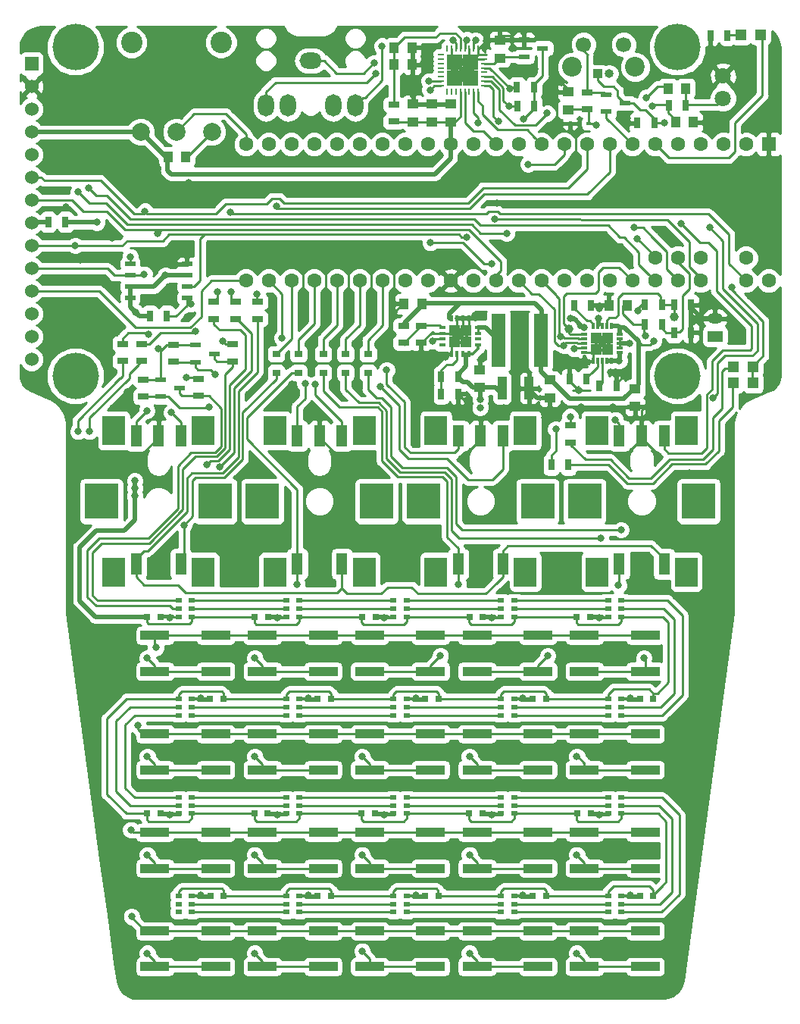
<source format=gbr>
G04 #@! TF.GenerationSoftware,KiCad,Pcbnew,(5.0.0-3-g5ebb6b6)*
G04 #@! TF.CreationDate,2018-10-17T11:41:48-06:00*
G04 #@! TF.ProjectId,teensy_beats,7465656E73795F62656174732E6B6963,rev?*
G04 #@! TF.SameCoordinates,Original*
G04 #@! TF.FileFunction,Copper,L1,Top,Signal*
G04 #@! TF.FilePolarity,Positive*
%FSLAX46Y46*%
G04 Gerber Fmt 4.6, Leading zero omitted, Abs format (unit mm)*
G04 Created by KiCad (PCBNEW (5.0.0-3-g5ebb6b6)) date Wednesday, October 17, 2018 at 11:41:48 AM*
%MOMM*%
%LPD*%
G01*
G04 APERTURE LIST*
G04 #@! TA.AperFunction,ComponentPad*
%ADD10O,1.000000X1.000000*%
G04 #@! TD*
G04 #@! TA.AperFunction,ComponentPad*
%ADD11R,1.000000X1.000000*%
G04 #@! TD*
G04 #@! TA.AperFunction,ComponentPad*
%ADD12C,5.200000*%
G04 #@! TD*
G04 #@! TA.AperFunction,ComponentPad*
%ADD13R,1.524000X1.524000*%
G04 #@! TD*
G04 #@! TA.AperFunction,ComponentPad*
%ADD14C,1.524000*%
G04 #@! TD*
G04 #@! TA.AperFunction,ComponentPad*
%ADD15C,1.600000*%
G04 #@! TD*
G04 #@! TA.AperFunction,ComponentPad*
%ADD16R,1.600000X1.600000*%
G04 #@! TD*
G04 #@! TA.AperFunction,BGAPad,CuDef*
%ADD17C,1.000000*%
G04 #@! TD*
G04 #@! TA.AperFunction,SMDPad,CuDef*
%ADD18R,1.250000X1.000000*%
G04 #@! TD*
G04 #@! TA.AperFunction,SMDPad,CuDef*
%ADD19R,1.000000X1.250000*%
G04 #@! TD*
G04 #@! TA.AperFunction,SMDPad,CuDef*
%ADD20R,1.000000X2.500000*%
G04 #@! TD*
G04 #@! TA.AperFunction,SMDPad,CuDef*
%ADD21R,0.700000X1.300000*%
G04 #@! TD*
G04 #@! TA.AperFunction,SMDPad,CuDef*
%ADD22R,1.300000X0.700000*%
G04 #@! TD*
G04 #@! TA.AperFunction,SMDPad,CuDef*
%ADD23R,1.300000X0.600000*%
G04 #@! TD*
G04 #@! TA.AperFunction,SMDPad,CuDef*
%ADD24R,0.800000X0.750000*%
G04 #@! TD*
G04 #@! TA.AperFunction,ComponentPad*
%ADD25O,1.700000X1.200000*%
G04 #@! TD*
G04 #@! TA.AperFunction,ComponentPad*
%ADD26R,1.700000X1.200000*%
G04 #@! TD*
G04 #@! TA.AperFunction,SMDPad,CuDef*
%ADD27R,1.250000X1.250000*%
G04 #@! TD*
G04 #@! TA.AperFunction,SMDPad,CuDef*
%ADD28R,0.350000X0.800000*%
G04 #@! TD*
G04 #@! TA.AperFunction,SMDPad,CuDef*
%ADD29R,0.800000X0.350000*%
G04 #@! TD*
G04 #@! TA.AperFunction,SMDPad,CuDef*
%ADD30R,0.730000X0.300000*%
G04 #@! TD*
G04 #@! TA.AperFunction,SMDPad,CuDef*
%ADD31R,0.300000X0.730000*%
G04 #@! TD*
G04 #@! TA.AperFunction,SMDPad,CuDef*
%ADD32R,1.725000X1.725000*%
G04 #@! TD*
G04 #@! TA.AperFunction,SMDPad,CuDef*
%ADD33R,0.700000X0.250000*%
G04 #@! TD*
G04 #@! TA.AperFunction,SMDPad,CuDef*
%ADD34R,0.250000X0.700000*%
G04 #@! TD*
G04 #@! TA.AperFunction,SMDPad,CuDef*
%ADD35R,1.600000X5.900000*%
G04 #@! TD*
G04 #@! TA.AperFunction,SMDPad,CuDef*
%ADD36R,1.200000X1.200000*%
G04 #@! TD*
G04 #@! TA.AperFunction,ComponentPad*
%ADD37O,2.500000X1.800000*%
G04 #@! TD*
G04 #@! TA.AperFunction,ComponentPad*
%ADD38O,1.800000X2.500000*%
G04 #@! TD*
G04 #@! TA.AperFunction,SMDPad,CuDef*
%ADD39R,1.143000X0.508000*%
G04 #@! TD*
G04 #@! TA.AperFunction,SMDPad,CuDef*
%ADD40R,3.750000X4.000000*%
G04 #@! TD*
G04 #@! TA.AperFunction,SMDPad,CuDef*
%ADD41R,2.500000X3.300000*%
G04 #@! TD*
G04 #@! TA.AperFunction,SMDPad,CuDef*
%ADD42R,1.300000X2.400000*%
G04 #@! TD*
G04 #@! TA.AperFunction,SMDPad,CuDef*
%ADD43R,0.600000X0.450000*%
G04 #@! TD*
G04 #@! TA.AperFunction,ComponentPad*
%ADD44C,1.700000*%
G04 #@! TD*
G04 #@! TA.AperFunction,ComponentPad*
%ADD45C,2.200000*%
G04 #@! TD*
G04 #@! TA.AperFunction,ComponentPad*
%ADD46C,1.800000*%
G04 #@! TD*
G04 #@! TA.AperFunction,SMDPad,CuDef*
%ADD47R,0.800000X0.500000*%
G04 #@! TD*
G04 #@! TA.AperFunction,ComponentPad*
%ADD48C,2.400000*%
G04 #@! TD*
G04 #@! TA.AperFunction,ComponentPad*
%ADD49C,2.000000*%
G04 #@! TD*
G04 #@! TA.AperFunction,SMDPad,CuDef*
%ADD50R,3.200000X1.000000*%
G04 #@! TD*
G04 #@! TA.AperFunction,SMDPad,CuDef*
%ADD51R,0.900000X0.800000*%
G04 #@! TD*
G04 #@! TA.AperFunction,ViaPad*
%ADD52C,0.800000*%
G04 #@! TD*
G04 #@! TA.AperFunction,Conductor*
%ADD53C,0.250000*%
G04 #@! TD*
G04 #@! TA.AperFunction,Conductor*
%ADD54C,0.500000*%
G04 #@! TD*
G04 #@! TA.AperFunction,Conductor*
%ADD55C,0.375000*%
G04 #@! TD*
G04 #@! TA.AperFunction,Conductor*
%ADD56C,0.254000*%
G04 #@! TD*
G04 APERTURE END LIST*
D10*
G04 #@! TO.P,J4,2*
G04 #@! TO.N,+BATT*
X123370000Y-43250000D03*
D11*
G04 #@! TO.P,J4,1*
G04 #@! TO.N,Net-(D6-Pad3)*
X122100000Y-43250000D03*
G04 #@! TD*
D12*
G04 #@! TO.P,U3,*
G04 #@! TO.N,*
X130990000Y-40280000D03*
X130990000Y-77000000D03*
X63730000Y-77000000D03*
X63730000Y-40280000D03*
D13*
G04 #@! TO.P,U3,1*
G04 #@! TO.N,+5V*
X58810000Y-42130000D03*
D14*
G04 #@! TO.P,U3,13*
G04 #@! TO.N,MISO*
X58810000Y-72610000D03*
G04 #@! TO.P,U3,12*
G04 #@! TO.N,MOSI*
X58810000Y-70070000D03*
G04 #@! TO.P,U3,11*
G04 #@! TO.N,TOUCH_CS*
X58810000Y-67530000D03*
G04 #@! TO.P,U3,10*
G04 #@! TO.N,SCLK*
X58810000Y-64990000D03*
G04 #@! TO.P,U3,9*
G04 #@! TO.N,MISO*
X58810000Y-62450000D03*
G04 #@! TO.P,U3,8*
G04 #@! TO.N,Net-(R2-Pad2)*
X58810000Y-59910000D03*
G04 #@! TO.P,U3,7*
G04 #@! TO.N,SCLK*
X58810000Y-57370000D03*
G04 #@! TO.P,U3,6*
G04 #@! TO.N,MOSI*
X58810000Y-54830000D03*
G04 #@! TO.P,U3,5*
G04 #@! TO.N,TFT_DC*
X58810000Y-52290000D03*
G04 #@! TO.P,U3,4*
G04 #@! TO.N,+3V3*
X58810000Y-49750000D03*
G04 #@! TO.P,U3,3*
G04 #@! TO.N,TFT_CS*
X58810000Y-47210000D03*
G04 #@! TO.P,U3,2*
G04 #@! TO.N,GND*
X58810000Y-44670000D03*
G04 #@! TO.P,U3,14*
G04 #@! TO.N,TOUCH_IRQ*
X58810000Y-75150000D03*
G04 #@! TD*
D15*
G04 #@! TO.P,U1,57*
G04 #@! TO.N,PWR_BTN*
X128510000Y-63830000D03*
G04 #@! TO.P,U1,56*
G04 #@! TO.N,BATT_LEVEL*
X131050000Y-63830000D03*
G04 #@! TO.P,U1,55*
G04 #@! TO.N,Net-(U1-Pad55)*
X133590000Y-63830000D03*
G04 #@! TO.P,U1,54*
G04 #@! TO.N,VBUS*
X138670000Y-63830000D03*
G04 #@! TO.P,U1,53*
G04 #@! TO.N,+5V*
X141210000Y-66370000D03*
G04 #@! TO.P,U1,52*
G04 #@! TO.N,AGND*
X138670000Y-66370000D03*
G04 #@! TO.P,U1,50*
G04 #@! TO.N,LRCLK*
X133590000Y-66370000D03*
G04 #@! TO.P,U1,49*
G04 #@! TO.N,TX*
X131050000Y-66370000D03*
G04 #@! TO.P,U1,48*
G04 #@! TO.N,TFT_CS*
X128510000Y-66370000D03*
G04 #@! TO.P,U1,47*
G04 #@! TO.N,PG*
X125970000Y-66370000D03*
G04 #@! TO.P,U1,46*
G04 #@! TO.N,SCL*
X123430000Y-66370000D03*
G04 #@! TO.P,U1,45*
G04 #@! TO.N,SDA*
X120890000Y-66370000D03*
G04 #@! TO.P,U1,44*
G04 #@! TO.N,E2A*
X118350000Y-66370000D03*
G04 #@! TO.P,U1,43*
G04 #@! TO.N,BATT_STAT2*
X115810000Y-66370000D03*
G04 #@! TO.P,U1,42*
G04 #@! TO.N,BATT_STAT1*
X113270000Y-66370000D03*
G04 #@! TO.P,U1,41*
G04 #@! TO.N,SCLK*
X110730000Y-66370000D03*
G04 #@! TO.P,U1,40*
G04 #@! TO.N,RX*
X108190000Y-66370000D03*
G04 #@! TO.P,U1,39*
G04 #@! TO.N,GND*
X105650000Y-66370000D03*
G04 #@! TO.P,U1,38*
G04 #@! TO.N,Net-(U1-Pad38)*
X103110000Y-66370000D03*
D16*
G04 #@! TO.P,U1,1*
G04 #@! TO.N,GND*
X141210000Y-51130000D03*
D15*
G04 #@! TO.P,U1,2*
G04 #@! TO.N,RGB_CLOCK*
X138670000Y-51130000D03*
G04 #@! TO.P,U1,3*
G04 #@! TO.N,RGB_DATA*
X136130000Y-51130000D03*
G04 #@! TO.P,U1,4*
G04 #@! TO.N,E4B*
X133590000Y-51130000D03*
G04 #@! TO.P,U1,5*
G04 #@! TO.N,E4A*
X131050000Y-51130000D03*
G04 #@! TO.P,U1,6*
G04 #@! TO.N,REC_LED*
X128510000Y-51130000D03*
G04 #@! TO.P,U1,7*
G04 #@! TO.N,PCTL*
X125970000Y-51130000D03*
G04 #@! TO.P,U1,8*
G04 #@! TO.N,CS*
X123430000Y-51130000D03*
G04 #@! TO.P,U1,9*
G04 #@! TO.N,MOSI*
X120890000Y-51130000D03*
G04 #@! TO.P,U1,10*
G04 #@! TO.N,E3B*
X118350000Y-51130000D03*
G04 #@! TO.P,U1,11*
G04 #@! TO.N,BCLK*
X115810000Y-51130000D03*
G04 #@! TO.P,U1,12*
G04 #@! TO.N,TFT_DC*
X113270000Y-51130000D03*
G04 #@! TO.P,U1,13*
G04 #@! TO.N,MCLK*
X110730000Y-51130000D03*
G04 #@! TO.P,U1,37*
G04 #@! TO.N,Net-(U1-Pad37)*
X100570000Y-66370000D03*
G04 #@! TO.P,U1,36*
G04 #@! TO.N,KEYPAD_C4*
X98030000Y-66370000D03*
G04 #@! TO.P,U1,35*
G04 #@! TO.N,KEYPAD_C3*
X95490000Y-66370000D03*
G04 #@! TO.P,U1,34*
G04 #@! TO.N,KEYPAD_C2*
X92950000Y-66370000D03*
G04 #@! TO.P,U1,33*
G04 #@! TO.N,KEYPAD_C1*
X90410000Y-66370000D03*
G04 #@! TO.P,U1,32*
G04 #@! TO.N,KEYPAD_C0*
X87870000Y-66370000D03*
G04 #@! TO.P,U1,31*
G04 #@! TO.N,E2B*
X85330000Y-66370000D03*
G04 #@! TO.P,U1,30*
G04 #@! TO.N,TOUCH_CS*
X82790000Y-66370000D03*
G04 #@! TO.P,U1,24*
G04 #@! TO.N,VOLUME*
X82790000Y-51130000D03*
G04 #@! TO.P,U1,23*
G04 #@! TO.N,KEYPAD_R3*
X85330000Y-51130000D03*
G04 #@! TO.P,U1,22*
G04 #@! TO.N,KEYPAD_R2*
X87870000Y-51130000D03*
G04 #@! TO.P,U1,21*
G04 #@! TO.N,KEYPAD_R1*
X90410000Y-51130000D03*
G04 #@! TO.P,U1,14*
G04 #@! TO.N,MISO*
X108190000Y-51130000D03*
G04 #@! TO.P,U1,15*
G04 #@! TO.N,+3V3*
X105650000Y-51130000D03*
G04 #@! TO.P,U1,16*
G04 #@! TO.N,E3A*
X103110000Y-51130000D03*
G04 #@! TO.P,U1,20*
G04 #@! TO.N,KEYPAD_R0*
X92950000Y-51130000D03*
G04 #@! TO.P,U1,19*
G04 #@! TO.N,KEYPAD_R4*
X95490000Y-51130000D03*
G04 #@! TO.P,U1,18*
G04 #@! TO.N,E1B*
X98030000Y-51130000D03*
G04 #@! TO.P,U1,17*
G04 #@! TO.N,E1A*
X100570000Y-51130000D03*
G04 #@! TD*
D17*
G04 #@! TO.P,TP1,1*
G04 #@! TO.N,PG*
X118875000Y-71775000D03*
G04 #@! TD*
G04 #@! TO.P,TP2,1*
G04 #@! TO.N,VPCC*
X130600000Y-70425000D03*
G04 #@! TD*
D18*
G04 #@! TO.P,C35,1*
G04 #@! TO.N,+BATT*
X126275000Y-78425000D03*
G04 #@! TO.P,C35,2*
G04 #@! TO.N,GND*
X126275000Y-80425000D03*
G04 #@! TD*
D19*
G04 #@! TO.P,C36,2*
G04 #@! TO.N,GND*
X123350000Y-69125000D03*
G04 #@! TO.P,C36,1*
G04 #@! TO.N,VLIPO*
X125350000Y-69125000D03*
G04 #@! TD*
D20*
G04 #@! TO.P,C22,2*
G04 #@! TO.N,GND*
X114400000Y-78375000D03*
G04 #@! TO.P,C22,1*
G04 #@! TO.N,+5V*
X111400000Y-78375000D03*
G04 #@! TD*
D21*
G04 #@! TO.P,R30,2*
G04 #@! TO.N,GND*
X121360000Y-69130000D03*
G04 #@! TO.P,R30,1*
G04 #@! TO.N,Net-(R30-Pad1)*
X119460000Y-69130000D03*
G04 #@! TD*
D22*
G04 #@! TO.P,R26,1*
G04 #@! TO.N,RGB_CLOCK*
X71325000Y-79325000D03*
G04 #@! TO.P,R26,2*
G04 #@! TO.N,+3V3*
X71325000Y-77425000D03*
G04 #@! TD*
G04 #@! TO.P,R27,2*
G04 #@! TO.N,RGB_CLOCK_HIGH*
X77450000Y-79250000D03*
G04 #@! TO.P,R27,1*
G04 #@! TO.N,+5V*
X77450000Y-77350000D03*
G04 #@! TD*
G04 #@! TO.P,R28,1*
G04 #@! TO.N,+3V3*
X74700000Y-73525000D03*
G04 #@! TO.P,R28,2*
G04 #@! TO.N,RGB_DATA*
X74700000Y-75425000D03*
G04 #@! TD*
G04 #@! TO.P,R29,2*
G04 #@! TO.N,RGB_DATA_HIGH*
X81275000Y-75375000D03*
G04 #@! TO.P,R29,1*
G04 #@! TO.N,+5V*
X81275000Y-73475000D03*
G04 #@! TD*
D23*
G04 #@! TO.P,Q1,3*
G04 #@! TO.N,RGB_CLOCK_HIGH*
X75325000Y-78375000D03*
G04 #@! TO.P,Q1,2*
G04 #@! TO.N,RGB_CLOCK*
X73225000Y-79325000D03*
G04 #@! TO.P,Q1,1*
G04 #@! TO.N,+3V3*
X73225000Y-77425000D03*
G04 #@! TD*
G04 #@! TO.P,Q2,1*
G04 #@! TO.N,+3V3*
X77125000Y-73575000D03*
G04 #@! TO.P,Q2,2*
G04 #@! TO.N,RGB_DATA*
X77125000Y-75475000D03*
G04 #@! TO.P,Q2,3*
G04 #@! TO.N,RGB_DATA_HIGH*
X79225000Y-74525000D03*
G04 #@! TD*
D24*
G04 #@! TO.P,C9,2*
G04 #@! TO.N,GND*
X114800000Y-113100000D03*
G04 #@! TO.P,C9,1*
G04 #@! TO.N,+5V*
X116300000Y-113100000D03*
G04 #@! TD*
G04 #@! TO.P,C8,1*
G04 #@! TO.N,+5V*
X104300000Y-113100000D03*
G04 #@! TO.P,C8,2*
G04 #@! TO.N,GND*
X102800000Y-113100000D03*
G04 #@! TD*
G04 #@! TO.P,C7,2*
G04 #@! TO.N,GND*
X90800000Y-113100000D03*
G04 #@! TO.P,C7,1*
G04 #@! TO.N,+5V*
X92300000Y-113100000D03*
G04 #@! TD*
G04 #@! TO.P,C6,1*
G04 #@! TO.N,+5V*
X80250000Y-113100000D03*
G04 #@! TO.P,C6,2*
G04 #@! TO.N,GND*
X78750000Y-113100000D03*
G04 #@! TD*
G04 #@! TO.P,C5,2*
G04 #@! TO.N,GND*
X121250000Y-103900000D03*
G04 #@! TO.P,C5,1*
G04 #@! TO.N,+5V*
X119750000Y-103900000D03*
G04 #@! TD*
G04 #@! TO.P,C4,1*
G04 #@! TO.N,+5V*
X107750000Y-103900000D03*
G04 #@! TO.P,C4,2*
G04 #@! TO.N,GND*
X109250000Y-103900000D03*
G04 #@! TD*
G04 #@! TO.P,C3,2*
G04 #@! TO.N,GND*
X97250000Y-103900000D03*
G04 #@! TO.P,C3,1*
G04 #@! TO.N,+5V*
X95750000Y-103900000D03*
G04 #@! TD*
G04 #@! TO.P,C2,1*
G04 #@! TO.N,+5V*
X83750000Y-103900000D03*
G04 #@! TO.P,C2,2*
G04 #@! TO.N,GND*
X85250000Y-103900000D03*
G04 #@! TD*
G04 #@! TO.P,C1,2*
G04 #@! TO.N,GND*
X73250000Y-103900000D03*
G04 #@! TO.P,C1,1*
G04 #@! TO.N,+5V*
X71750000Y-103900000D03*
G04 #@! TD*
G04 #@! TO.P,C10,1*
G04 #@! TO.N,+5V*
X128300000Y-113100000D03*
G04 #@! TO.P,C10,2*
G04 #@! TO.N,GND*
X126800000Y-113100000D03*
G04 #@! TD*
G04 #@! TO.P,C11,2*
G04 #@! TO.N,GND*
X73200000Y-125900000D03*
G04 #@! TO.P,C11,1*
G04 #@! TO.N,+5V*
X71700000Y-125900000D03*
G04 #@! TD*
G04 #@! TO.P,C12,1*
G04 #@! TO.N,+5V*
X83700000Y-125900000D03*
G04 #@! TO.P,C12,2*
G04 #@! TO.N,GND*
X85200000Y-125900000D03*
G04 #@! TD*
G04 #@! TO.P,C13,2*
G04 #@! TO.N,GND*
X97200000Y-125900000D03*
G04 #@! TO.P,C13,1*
G04 #@! TO.N,+5V*
X95700000Y-125900000D03*
G04 #@! TD*
G04 #@! TO.P,C14,1*
G04 #@! TO.N,+5V*
X107700000Y-125900000D03*
G04 #@! TO.P,C14,2*
G04 #@! TO.N,GND*
X109200000Y-125900000D03*
G04 #@! TD*
D18*
G04 #@! TO.P,C21,2*
G04 #@! TO.N,GND*
X108900000Y-76300000D03*
G04 #@! TO.P,C21,1*
G04 #@! TO.N,+5V*
X108900000Y-78300000D03*
G04 #@! TD*
G04 #@! TO.P,C23,1*
G04 #@! TO.N,+BATT*
X116725000Y-77450000D03*
G04 #@! TO.P,C23,2*
G04 #@! TO.N,GND*
X116725000Y-79450000D03*
G04 #@! TD*
D19*
G04 #@! TO.P,C24,2*
G04 #@! TO.N,GND*
X100425000Y-68950000D03*
G04 #@! TO.P,C24,1*
G04 #@! TO.N,+BATT*
X102425000Y-68950000D03*
G04 #@! TD*
D18*
G04 #@! TO.P,C25,1*
G04 #@! TO.N,PWR_BTN*
X118780000Y-47260000D03*
G04 #@! TO.P,C25,2*
G04 #@! TO.N,GND*
X118780000Y-45260000D03*
G04 #@! TD*
G04 #@! TO.P,C26,2*
G04 #@! TO.N,GND*
X101450000Y-46650000D03*
G04 #@! TO.P,C26,1*
G04 #@! TO.N,+3V3*
X101450000Y-48650000D03*
G04 #@! TD*
G04 #@! TO.P,C27,1*
G04 #@! TO.N,+3V3*
X103550000Y-48650000D03*
G04 #@! TO.P,C27,2*
G04 #@! TO.N,GND*
X103550000Y-46650000D03*
G04 #@! TD*
G04 #@! TO.P,C28,2*
G04 #@! TO.N,GND*
X105650000Y-46650000D03*
G04 #@! TO.P,C28,1*
G04 #@! TO.N,+3V3*
X105650000Y-48650000D03*
G04 #@! TD*
D19*
G04 #@! TO.P,C29,1*
G04 #@! TO.N,Net-(C29-Pad1)*
X99350000Y-42225000D03*
G04 #@! TO.P,C29,2*
G04 #@! TO.N,GND*
X101350000Y-42225000D03*
G04 #@! TD*
G04 #@! TO.P,C30,2*
G04 #@! TO.N,GND*
X101350000Y-40325000D03*
G04 #@! TO.P,C30,1*
G04 #@! TO.N,Net-(C29-Pad1)*
X99350000Y-40325000D03*
G04 #@! TD*
D18*
G04 #@! TO.P,C31,1*
G04 #@! TO.N,+1V8*
X111150000Y-41500000D03*
G04 #@! TO.P,C31,2*
G04 #@! TO.N,GND*
X111150000Y-39500000D03*
G04 #@! TD*
D19*
G04 #@! TO.P,C32,2*
G04 #@! TO.N,AGND*
X76050000Y-52550000D03*
G04 #@! TO.P,C32,1*
G04 #@! TO.N,+3V3*
X74050000Y-52550000D03*
G04 #@! TD*
G04 #@! TO.P,C33,1*
G04 #@! TO.N,Net-(C33-Pad1)*
X129940000Y-44880000D03*
G04 #@! TO.P,C33,2*
G04 #@! TO.N,Net-(C33-Pad2)*
X131940000Y-44880000D03*
G04 #@! TD*
G04 #@! TO.P,C34,2*
G04 #@! TO.N,GND*
X132800000Y-48675000D03*
G04 #@! TO.P,C34,1*
G04 #@! TO.N,Net-(C34-Pad1)*
X130800000Y-48675000D03*
G04 #@! TD*
D25*
G04 #@! TO.P,J1,2*
G04 #@! TO.N,GND*
X135200000Y-70600000D03*
D26*
G04 #@! TO.P,J1,1*
G04 #@! TO.N,VLIPO*
X135200000Y-72600000D03*
G04 #@! TD*
D27*
G04 #@! TO.P,U5,17*
G04 #@! TO.N,GND*
X107325000Y-73175000D03*
X107325000Y-71925000D03*
X106075000Y-73175000D03*
X106075000Y-71925000D03*
D28*
G04 #@! TO.P,U5,16*
G04 #@! TO.N,+5V*
X107675000Y-74550000D03*
G04 #@! TO.P,U5,15*
X107025000Y-74550000D03*
G04 #@! TO.P,U5,14*
G04 #@! TO.N,Net-(R10-Pad2)*
X106375000Y-74550000D03*
G04 #@! TO.P,U5,13*
G04 #@! TO.N,GND*
X105725000Y-74550000D03*
D29*
G04 #@! TO.P,U5,12*
G04 #@! TO.N,Net-(U5-Pad12)*
X104700000Y-73525000D03*
G04 #@! TO.P,U5,11*
G04 #@! TO.N,Net-(D6-Pad3)*
X104700000Y-72875000D03*
G04 #@! TO.P,U5,10*
G04 #@! TO.N,GND*
X104700000Y-72225000D03*
G04 #@! TO.P,U5,9*
G04 #@! TO.N,Net-(R13-Pad2)*
X104700000Y-71575000D03*
D28*
G04 #@! TO.P,U5,8*
G04 #@! TO.N,+BATT*
X105725000Y-70550000D03*
G04 #@! TO.P,U5,7*
G04 #@! TO.N,GND*
X106375000Y-70550000D03*
G04 #@! TO.P,U5,6*
X107025000Y-70550000D03*
G04 #@! TO.P,U5,5*
X107675000Y-70550000D03*
D29*
G04 #@! TO.P,U5,4*
G04 #@! TO.N,Net-(L1-Pad1)*
X108700000Y-71575000D03*
G04 #@! TO.P,U5,3*
X108700000Y-72225000D03*
G04 #@! TO.P,U5,2*
G04 #@! TO.N,Net-(U5-Pad2)*
X108700000Y-72875000D03*
G04 #@! TO.P,U5,1*
G04 #@! TO.N,+5V*
X108700000Y-73525000D03*
G04 #@! TD*
D27*
G04 #@! TO.P,U4,21*
G04 #@! TO.N,GND*
X123197452Y-72762787D03*
X121947452Y-72762787D03*
X123197452Y-74012787D03*
X121947452Y-74012787D03*
D30*
G04 #@! TO.P,U4,20*
G04 #@! TO.N,+BATT*
X124537452Y-72387787D03*
G04 #@! TO.P,U4,19*
G04 #@! TO.N,VBUS*
X124537452Y-72887787D03*
G04 #@! TO.P,U4,18*
X124537452Y-73387787D03*
G04 #@! TO.P,U4,17*
X124537452Y-73887787D03*
G04 #@! TO.P,U4,16*
G04 #@! TO.N,VLIPO*
X124537452Y-74387787D03*
D31*
G04 #@! TO.P,U4,15*
X123572452Y-75352787D03*
G04 #@! TO.P,U4,14*
X123072452Y-75352787D03*
G04 #@! TO.P,U4,13*
G04 #@! TO.N,Net-(R11-Pad1)*
X122572452Y-75352787D03*
G04 #@! TO.P,U4,12*
G04 #@! TO.N,Net-(R12-Pad1)*
X122072452Y-75352787D03*
G04 #@! TO.P,U4,11*
G04 #@! TO.N,GND*
X121572452Y-75352787D03*
D30*
G04 #@! TO.P,U4,10*
X120607452Y-74387787D03*
G04 #@! TO.P,U4,9*
G04 #@! TO.N,VBUS*
X120607452Y-73887787D03*
G04 #@! TO.P,U4,8*
G04 #@! TO.N,BATT_STAT1*
X120607452Y-73387787D03*
G04 #@! TO.P,U4,7*
G04 #@! TO.N,BATT_STAT2*
X120607452Y-72887787D03*
G04 #@! TO.P,U4,6*
G04 #@! TO.N,PG*
X120607452Y-72387787D03*
D31*
G04 #@! TO.P,U4,5*
G04 #@! TO.N,Net-(R30-Pad1)*
X121572452Y-71422787D03*
G04 #@! TO.P,U4,4*
G04 #@! TO.N,VBUS*
X122072452Y-71422787D03*
G04 #@! TO.P,U4,3*
X122572452Y-71422787D03*
G04 #@! TO.P,U4,2*
G04 #@! TO.N,VPCC*
X123072452Y-71422787D03*
G04 #@! TO.P,U4,1*
G04 #@! TO.N,+BATT*
X123572452Y-71422787D03*
G04 #@! TD*
D32*
G04 #@! TO.P,U7,33*
G04 #@! TO.N,GND*
X107846482Y-41980364D03*
X106121482Y-41980364D03*
X107846482Y-43705364D03*
X106121482Y-43705364D03*
D33*
G04 #@! TO.P,U7,32*
X109383982Y-41092864D03*
G04 #@! TO.P,U7,31*
X109383982Y-41592864D03*
G04 #@! TO.P,U7,30*
G04 #@! TO.N,+1V8*
X109383982Y-42092864D03*
G04 #@! TO.P,U7,29*
G04 #@! TO.N,SCL*
X109383982Y-42592864D03*
G04 #@! TO.P,U7,28*
G04 #@! TO.N,N/C*
X109383982Y-43092864D03*
G04 #@! TO.P,U7,27*
G04 #@! TO.N,SDA*
X109383982Y-43592864D03*
G04 #@! TO.P,U7,26*
G04 #@! TO.N,TX*
X109383982Y-44092864D03*
G04 #@! TO.P,U7,25*
G04 #@! TO.N,RX*
X109383982Y-44592864D03*
D34*
G04 #@! TO.P,U7,24*
G04 #@! TO.N,BCLK*
X108733982Y-45242864D03*
G04 #@! TO.P,U7,23*
G04 #@! TO.N,LRCLK*
X108233982Y-45242864D03*
G04 #@! TO.P,U7,22*
G04 #@! TO.N,N/C*
X107733982Y-45242864D03*
G04 #@! TO.P,U7,21*
G04 #@! TO.N,MCLK*
X107233982Y-45242864D03*
G04 #@! TO.P,U7,20*
G04 #@! TO.N,+3V3*
X106733982Y-45242864D03*
G04 #@! TO.P,U7,19*
G04 #@! TO.N,N/C*
X106233982Y-45242864D03*
G04 #@! TO.P,U7,18*
G04 #@! TO.N,Net-(U7-Pad18)*
X105733982Y-45242864D03*
G04 #@! TO.P,U7,17*
G04 #@! TO.N,N/C*
X105233982Y-45242864D03*
D33*
G04 #@! TO.P,U7,16*
G04 #@! TO.N,Net-(C34-Pad1)*
X104583982Y-44592864D03*
G04 #@! TO.P,U7,15*
G04 #@! TO.N,Net-(C33-Pad1)*
X104583982Y-44092864D03*
G04 #@! TO.P,U7,14*
G04 #@! TO.N,Net-(U7-Pad14)*
X104583982Y-43592864D03*
G04 #@! TO.P,U7,13*
G04 #@! TO.N,Net-(U7-Pad13)*
X104583982Y-43092864D03*
G04 #@! TO.P,U7,12*
G04 #@! TO.N,Net-(U7-Pad12)*
X104583982Y-42592864D03*
G04 #@! TO.P,U7,11*
G04 #@! TO.N,Net-(U7-Pad11)*
X104583982Y-42092864D03*
G04 #@! TO.P,U7,10*
G04 #@! TO.N,Net-(U7-Pad10)*
X104583982Y-41592864D03*
G04 #@! TO.P,U7,9*
G04 #@! TO.N,N/C*
X104583982Y-41092864D03*
D34*
G04 #@! TO.P,U7,8*
X105233982Y-40442864D03*
G04 #@! TO.P,U7,7*
G04 #@! TO.N,GND*
X105733982Y-40442864D03*
G04 #@! TO.P,U7,6*
G04 #@! TO.N,Net-(J2-Pad3)*
X106233982Y-40442864D03*
G04 #@! TO.P,U7,5*
G04 #@! TO.N,Net-(C29-Pad1)*
X106733982Y-40442864D03*
G04 #@! TO.P,U7,4*
G04 #@! TO.N,Net-(J2-Pad1)*
X107233982Y-40442864D03*
G04 #@! TO.P,U7,3*
G04 #@! TO.N,GND*
X107733982Y-40442864D03*
G04 #@! TO.P,U7,2*
G04 #@! TO.N,Net-(J2-Pad2)*
X108233982Y-40442864D03*
G04 #@! TO.P,U7,1*
G04 #@! TO.N,GND*
X108733982Y-40442864D03*
G04 #@! TD*
D22*
G04 #@! TO.P,L2,2*
G04 #@! TO.N,Net-(C29-Pad1)*
X99300000Y-46700000D03*
G04 #@! TO.P,L2,1*
G04 #@! TO.N,+3V3*
X99300000Y-48600000D03*
G04 #@! TD*
D35*
G04 #@! TO.P,L1,2*
G04 #@! TO.N,+BATT*
X115700000Y-73050000D03*
G04 #@! TO.P,L1,1*
G04 #@! TO.N,Net-(L1-Pad1)*
X111000000Y-73050000D03*
G04 #@! TD*
D36*
G04 #@! TO.P,D7,1*
G04 #@! TO.N,Net-(D7-Pad1)*
X137250000Y-76000000D03*
G04 #@! TO.P,D7,2*
G04 #@! TO.N,VBUS*
X139450000Y-76000000D03*
G04 #@! TD*
D37*
G04 #@! TO.P,J2,1*
G04 #@! TO.N,Net-(J2-Pad1)*
X90000000Y-41790000D03*
D38*
G04 #@! TO.P,J2,2*
G04 #@! TO.N,Net-(J2-Pad2)*
X85000000Y-46790000D03*
G04 #@! TO.P,J2,3*
G04 #@! TO.N,Net-(J2-Pad3)*
X95000000Y-46790000D03*
G04 #@! TO.P,J2,*
G04 #@! TO.N,*
X87500000Y-46790000D03*
X92500000Y-46790000D03*
G04 #@! TD*
D39*
G04 #@! TO.P,U2,1*
G04 #@! TO.N,CS*
X76175000Y-68305000D03*
G04 #@! TO.P,U2,2*
G04 #@! TO.N,MISO*
X76175000Y-67035000D03*
G04 #@! TO.P,U2,3*
G04 #@! TO.N,+3V3*
X76175000Y-65765000D03*
G04 #@! TO.P,U2,4*
G04 #@! TO.N,GND*
X76175000Y-64495000D03*
G04 #@! TO.P,U2,5*
G04 #@! TO.N,MOSI*
X69825000Y-64495000D03*
G04 #@! TO.P,U2,6*
G04 #@! TO.N,SCLK*
X69825000Y-65765000D03*
G04 #@! TO.P,U2,7*
G04 #@! TO.N,+3V3*
X69825000Y-67035000D03*
G04 #@! TO.P,U2,8*
X69825000Y-68305000D03*
G04 #@! TD*
D23*
G04 #@! TO.P,U6,3*
G04 #@! TO.N,+3V3*
X115950000Y-40400000D03*
G04 #@! TO.P,U6,2*
G04 #@! TO.N,+1V8*
X113850000Y-41350000D03*
G04 #@! TO.P,U6,1*
G04 #@! TO.N,GND*
X113850000Y-39450000D03*
G04 #@! TD*
G04 #@! TO.P,D6,1*
G04 #@! TO.N,Net-(D6-Pad1)*
X123025000Y-45575000D03*
G04 #@! TO.P,D6,2*
G04 #@! TO.N,PCTL*
X123025000Y-47475000D03*
G04 #@! TO.P,D6,3*
G04 #@! TO.N,Net-(D6-Pad3)*
X125125000Y-46525000D03*
G04 #@! TD*
D36*
G04 #@! TO.P,D10,1*
G04 #@! TO.N,Net-(D10-Pad1)*
X138075000Y-38925000D03*
G04 #@! TO.P,D10,2*
G04 #@! TO.N,REC_LED*
X140275000Y-38925000D03*
G04 #@! TD*
D21*
G04 #@! TO.P,R25,2*
G04 #@! TO.N,Net-(C33-Pad2)*
X131910000Y-46790000D03*
G04 #@! TO.P,R25,1*
G04 #@! TO.N,Net-(C34-Pad1)*
X130010000Y-46790000D03*
G04 #@! TD*
D36*
G04 #@! TO.P,D9,1*
G04 #@! TO.N,Net-(D9-Pad1)*
X137250000Y-77800000D03*
G04 #@! TO.P,D9,2*
G04 #@! TO.N,VBUS*
X139450000Y-77800000D03*
G04 #@! TD*
D21*
G04 #@! TO.P,R24,2*
G04 #@! TO.N,GND*
X134675000Y-38950000D03*
G04 #@! TO.P,R24,1*
G04 #@! TO.N,Net-(D10-Pad1)*
X136575000Y-38950000D03*
G04 #@! TD*
D22*
G04 #@! TO.P,R6,1*
G04 #@! TO.N,Net-(R6-Pad1)*
X71125000Y-75325000D03*
G04 #@! TO.P,R6,2*
G04 #@! TO.N,KEYPAD_R2*
X71125000Y-73425000D03*
G04 #@! TD*
D21*
G04 #@! TO.P,R23,2*
G04 #@! TO.N,SCL*
X113070000Y-44750000D03*
G04 #@! TO.P,R23,1*
G04 #@! TO.N,+3V3*
X114970000Y-44750000D03*
G04 #@! TD*
D40*
G04 #@! TO.P,SW1,*
G04 #@! TO.N,*
X66625000Y-91000000D03*
X79375000Y-91000000D03*
D41*
X78000000Y-98900000D03*
X68000000Y-98900000D03*
X78000000Y-83100000D03*
X68000000Y-83100000D03*
D42*
G04 #@! TO.P,SW1,C*
G04 #@! TO.N,GND*
X73000000Y-83700000D03*
G04 #@! TO.P,SW1,B*
G04 #@! TO.N,E1B*
X70500000Y-83700000D03*
G04 #@! TO.P,SW1,A*
G04 #@! TO.N,E1A*
X75500000Y-83700000D03*
G04 #@! TO.P,SW1,S2*
G04 #@! TO.N,Net-(R3-Pad1)*
X70500000Y-98000000D03*
G04 #@! TO.P,SW1,S1*
G04 #@! TO.N,Net-(D1-Pad1)*
X75500000Y-98000000D03*
G04 #@! TD*
D40*
G04 #@! TO.P,SW3,*
G04 #@! TO.N,*
X102625000Y-91000000D03*
X115375000Y-91000000D03*
D41*
X114000000Y-98900000D03*
X104000000Y-98900000D03*
X114000000Y-83100000D03*
X104000000Y-83100000D03*
D42*
G04 #@! TO.P,SW3,C*
G04 #@! TO.N,GND*
X109000000Y-83700000D03*
G04 #@! TO.P,SW3,B*
G04 #@! TO.N,E3B*
X106500000Y-83700000D03*
G04 #@! TO.P,SW3,A*
G04 #@! TO.N,E3A*
X111500000Y-83700000D03*
G04 #@! TO.P,SW3,S2*
G04 #@! TO.N,Net-(D3-Pad1)*
X106500000Y-98000000D03*
G04 #@! TO.P,SW3,S1*
G04 #@! TO.N,Net-(R3-Pad1)*
X111500000Y-98000000D03*
G04 #@! TD*
D40*
G04 #@! TO.P,SW2,*
G04 #@! TO.N,*
X84625000Y-91000000D03*
X97375000Y-91000000D03*
D41*
X96000000Y-98900000D03*
X86000000Y-98900000D03*
X96000000Y-83100000D03*
X86000000Y-83100000D03*
D42*
G04 #@! TO.P,SW2,C*
G04 #@! TO.N,GND*
X91000000Y-83700000D03*
G04 #@! TO.P,SW2,B*
G04 #@! TO.N,E2B*
X88500000Y-83700000D03*
G04 #@! TO.P,SW2,A*
G04 #@! TO.N,E2A*
X93500000Y-83700000D03*
G04 #@! TO.P,SW2,S2*
G04 #@! TO.N,Net-(D2-Pad1)*
X88500000Y-98000000D03*
G04 #@! TO.P,SW2,S1*
G04 #@! TO.N,Net-(R3-Pad1)*
X93500000Y-98000000D03*
G04 #@! TD*
D40*
G04 #@! TO.P,SW4,*
G04 #@! TO.N,*
X120625000Y-91000000D03*
X133375000Y-91000000D03*
D41*
X132000000Y-98900000D03*
X122000000Y-98900000D03*
X132000000Y-83100000D03*
X122000000Y-83100000D03*
D42*
G04 #@! TO.P,SW4,C*
G04 #@! TO.N,GND*
X127000000Y-83700000D03*
G04 #@! TO.P,SW4,B*
G04 #@! TO.N,E4B*
X124500000Y-83700000D03*
G04 #@! TO.P,SW4,A*
G04 #@! TO.N,E4A*
X129500000Y-83700000D03*
G04 #@! TO.P,SW4,S2*
G04 #@! TO.N,Net-(D4-Pad1)*
X124500000Y-98000000D03*
G04 #@! TO.P,SW4,S1*
G04 #@! TO.N,Net-(R3-Pad1)*
X129500000Y-98000000D03*
G04 #@! TD*
D43*
G04 #@! TO.P,D8,2*
G04 #@! TO.N,GND*
X119000000Y-48800000D03*
G04 #@! TO.P,D8,1*
G04 #@! TO.N,PWR_BTN*
X121100000Y-48800000D03*
G04 #@! TD*
D21*
G04 #@! TO.P,R1,2*
G04 #@! TO.N,CS*
X73950000Y-70300000D03*
G04 #@! TO.P,R1,1*
G04 #@! TO.N,+3V3*
X72050000Y-70300000D03*
G04 #@! TD*
D24*
G04 #@! TO.P,C20,2*
G04 #@! TO.N,GND*
X126800000Y-135100000D03*
G04 #@! TO.P,C20,1*
G04 #@! TO.N,+5V*
X128300000Y-135100000D03*
G04 #@! TD*
G04 #@! TO.P,C15,1*
G04 #@! TO.N,+5V*
X119800000Y-125900000D03*
G04 #@! TO.P,C15,2*
G04 #@! TO.N,GND*
X121300000Y-125900000D03*
G04 #@! TD*
G04 #@! TO.P,C16,2*
G04 #@! TO.N,GND*
X78800000Y-135100000D03*
G04 #@! TO.P,C16,1*
G04 #@! TO.N,+5V*
X80300000Y-135100000D03*
G04 #@! TD*
G04 #@! TO.P,C17,1*
G04 #@! TO.N,+5V*
X92300000Y-135100000D03*
G04 #@! TO.P,C17,2*
G04 #@! TO.N,GND*
X90800000Y-135100000D03*
G04 #@! TD*
G04 #@! TO.P,C18,2*
G04 #@! TO.N,GND*
X102800000Y-135100000D03*
G04 #@! TO.P,C18,1*
G04 #@! TO.N,+5V*
X104300000Y-135100000D03*
G04 #@! TD*
G04 #@! TO.P,C19,1*
G04 #@! TO.N,+5V*
X116300000Y-135100000D03*
G04 #@! TO.P,C19,2*
G04 #@! TO.N,GND*
X114800000Y-135100000D03*
G04 #@! TD*
D44*
G04 #@! TO.P,SW5,1*
G04 #@! TO.N,Net-(D6-Pad1)*
X120500000Y-40000000D03*
G04 #@! TO.P,SW5,2*
G04 #@! TO.N,+BATT*
X125000000Y-40000000D03*
D45*
G04 #@! TO.P,SW5,*
G04 #@! TO.N,*
X119250000Y-42500000D03*
X126250000Y-42500000D03*
G04 #@! TD*
D21*
G04 #@! TO.P,R21,1*
G04 #@! TO.N,Net-(D9-Pad1)*
X118800000Y-86950000D03*
G04 #@! TO.P,R21,2*
G04 #@! TO.N,BATT_STAT2*
X116900000Y-86950000D03*
G04 #@! TD*
G04 #@! TO.P,R22,2*
G04 #@! TO.N,SDA*
X113080000Y-46860000D03*
G04 #@! TO.P,R22,1*
G04 #@! TO.N,+3V3*
X114980000Y-46860000D03*
G04 #@! TD*
D46*
G04 #@! TO.P,MK1,1*
G04 #@! TO.N,GND*
X136100000Y-43500000D03*
G04 #@! TO.P,MK1,2*
G04 #@! TO.N,Net-(C33-Pad2)*
X136100000Y-46000000D03*
G04 #@! TD*
D22*
G04 #@! TO.P,R20,2*
G04 #@! TO.N,PWR_BTN*
X120940000Y-47200000D03*
G04 #@! TO.P,R20,1*
G04 #@! TO.N,Net-(D6-Pad1)*
X120940000Y-45300000D03*
G04 #@! TD*
G04 #@! TO.P,R19,2*
G04 #@! TO.N,BATT_STAT1*
X119050000Y-82550000D03*
G04 #@! TO.P,R19,1*
G04 #@! TO.N,Net-(D7-Pad1)*
X119050000Y-84450000D03*
G04 #@! TD*
D47*
G04 #@! TO.P,LED7,4*
G04 #@! TO.N,Net-(LED7-Pad4)*
X88750000Y-114900000D03*
G04 #@! TO.P,LED7,6*
G04 #@! TO.N,GND*
X88750000Y-113100000D03*
G04 #@! TO.P,LED7,3*
G04 #@! TO.N,Net-(LED6-Pad4)*
X87250000Y-114900000D03*
G04 #@! TO.P,LED7,1*
G04 #@! TO.N,+5V*
X87250000Y-113100000D03*
G04 #@! TO.P,LED7,2*
G04 #@! TO.N,Net-(LED6-Pad5)*
X87250000Y-114000000D03*
G04 #@! TO.P,LED7,5*
G04 #@! TO.N,Net-(LED7-Pad5)*
X88750000Y-114000000D03*
G04 #@! TD*
G04 #@! TO.P,LED1,4*
G04 #@! TO.N,Net-(LED1-Pad4)*
X123250000Y-102100000D03*
G04 #@! TO.P,LED1,6*
G04 #@! TO.N,GND*
X123250000Y-103900000D03*
G04 #@! TO.P,LED1,3*
G04 #@! TO.N,Net-(LED1-Pad3)*
X124750000Y-102100000D03*
G04 #@! TO.P,LED1,1*
G04 #@! TO.N,+5V*
X124750000Y-103900000D03*
G04 #@! TO.P,LED1,2*
G04 #@! TO.N,Net-(LED1-Pad2)*
X124750000Y-103000000D03*
G04 #@! TO.P,LED1,5*
G04 #@! TO.N,Net-(LED1-Pad5)*
X123250000Y-103000000D03*
G04 #@! TD*
G04 #@! TO.P,LED2,4*
G04 #@! TO.N,Net-(LED2-Pad4)*
X111250000Y-102100000D03*
G04 #@! TO.P,LED2,6*
G04 #@! TO.N,GND*
X111250000Y-103900000D03*
G04 #@! TO.P,LED2,3*
G04 #@! TO.N,Net-(LED1-Pad4)*
X112750000Y-102100000D03*
G04 #@! TO.P,LED2,1*
G04 #@! TO.N,+5V*
X112750000Y-103900000D03*
G04 #@! TO.P,LED2,2*
G04 #@! TO.N,Net-(LED1-Pad5)*
X112750000Y-103000000D03*
G04 #@! TO.P,LED2,5*
G04 #@! TO.N,Net-(LED2-Pad5)*
X111250000Y-103000000D03*
G04 #@! TD*
G04 #@! TO.P,LED20,4*
G04 #@! TO.N,Net-(LED11-Pad3)*
X124750000Y-136900000D03*
G04 #@! TO.P,LED20,6*
G04 #@! TO.N,GND*
X124750000Y-135100000D03*
G04 #@! TO.P,LED20,3*
G04 #@! TO.N,Net-(LED19-Pad4)*
X123250000Y-136900000D03*
G04 #@! TO.P,LED20,1*
G04 #@! TO.N,+5V*
X123250000Y-135100000D03*
G04 #@! TO.P,LED20,2*
G04 #@! TO.N,Net-(LED19-Pad5)*
X123250000Y-136000000D03*
G04 #@! TO.P,LED20,5*
G04 #@! TO.N,Net-(LED11-Pad2)*
X124750000Y-136000000D03*
G04 #@! TD*
G04 #@! TO.P,LED19,4*
G04 #@! TO.N,Net-(LED19-Pad4)*
X112750000Y-136900000D03*
G04 #@! TO.P,LED19,6*
G04 #@! TO.N,GND*
X112750000Y-135100000D03*
G04 #@! TO.P,LED19,3*
G04 #@! TO.N,Net-(LED18-Pad4)*
X111250000Y-136900000D03*
G04 #@! TO.P,LED19,1*
G04 #@! TO.N,+5V*
X111250000Y-135100000D03*
G04 #@! TO.P,LED19,2*
G04 #@! TO.N,Net-(LED18-Pad5)*
X111250000Y-136000000D03*
G04 #@! TO.P,LED19,5*
G04 #@! TO.N,Net-(LED19-Pad5)*
X112750000Y-136000000D03*
G04 #@! TD*
G04 #@! TO.P,LED18,4*
G04 #@! TO.N,Net-(LED18-Pad4)*
X100750000Y-136900000D03*
G04 #@! TO.P,LED18,6*
G04 #@! TO.N,GND*
X100750000Y-135100000D03*
G04 #@! TO.P,LED18,3*
G04 #@! TO.N,Net-(LED17-Pad4)*
X99250000Y-136900000D03*
G04 #@! TO.P,LED18,1*
G04 #@! TO.N,+5V*
X99250000Y-135100000D03*
G04 #@! TO.P,LED18,2*
G04 #@! TO.N,Net-(LED17-Pad5)*
X99250000Y-136000000D03*
G04 #@! TO.P,LED18,5*
G04 #@! TO.N,Net-(LED18-Pad5)*
X100750000Y-136000000D03*
G04 #@! TD*
G04 #@! TO.P,LED17,4*
G04 #@! TO.N,Net-(LED17-Pad4)*
X88750000Y-136900000D03*
G04 #@! TO.P,LED17,6*
G04 #@! TO.N,GND*
X88750000Y-135100000D03*
G04 #@! TO.P,LED17,3*
G04 #@! TO.N,Net-(LED16-Pad4)*
X87250000Y-136900000D03*
G04 #@! TO.P,LED17,1*
G04 #@! TO.N,+5V*
X87250000Y-135100000D03*
G04 #@! TO.P,LED17,2*
G04 #@! TO.N,Net-(LED16-Pad5)*
X87250000Y-136000000D03*
G04 #@! TO.P,LED17,5*
G04 #@! TO.N,Net-(LED17-Pad5)*
X88750000Y-136000000D03*
G04 #@! TD*
G04 #@! TO.P,LED16,4*
G04 #@! TO.N,Net-(LED16-Pad4)*
X76750000Y-136900000D03*
G04 #@! TO.P,LED16,6*
G04 #@! TO.N,GND*
X76750000Y-135100000D03*
G04 #@! TO.P,LED16,3*
G04 #@! TO.N,Net-(LED16-Pad3)*
X75250000Y-136900000D03*
G04 #@! TO.P,LED16,1*
G04 #@! TO.N,+5V*
X75250000Y-135100000D03*
G04 #@! TO.P,LED16,2*
G04 #@! TO.N,Net-(LED16-Pad2)*
X75250000Y-136000000D03*
G04 #@! TO.P,LED16,5*
G04 #@! TO.N,Net-(LED16-Pad5)*
X76750000Y-136000000D03*
G04 #@! TD*
G04 #@! TO.P,LED15,4*
G04 #@! TO.N,Net-(LED15-Pad4)*
X75250000Y-124100000D03*
G04 #@! TO.P,LED15,6*
G04 #@! TO.N,GND*
X75250000Y-125900000D03*
G04 #@! TO.P,LED15,3*
G04 #@! TO.N,Net-(LED14-Pad4)*
X76750000Y-124100000D03*
G04 #@! TO.P,LED15,1*
G04 #@! TO.N,+5V*
X76750000Y-125900000D03*
G04 #@! TO.P,LED15,2*
G04 #@! TO.N,Net-(LED14-Pad5)*
X76750000Y-125000000D03*
G04 #@! TO.P,LED15,5*
G04 #@! TO.N,Net-(LED15-Pad5)*
X75250000Y-125000000D03*
G04 #@! TD*
G04 #@! TO.P,LED14,4*
G04 #@! TO.N,Net-(LED14-Pad4)*
X87250000Y-124100000D03*
G04 #@! TO.P,LED14,6*
G04 #@! TO.N,GND*
X87250000Y-125900000D03*
G04 #@! TO.P,LED14,3*
G04 #@! TO.N,Net-(LED13-Pad4)*
X88750000Y-124100000D03*
G04 #@! TO.P,LED14,1*
G04 #@! TO.N,+5V*
X88750000Y-125900000D03*
G04 #@! TO.P,LED14,2*
G04 #@! TO.N,Net-(LED13-Pad5)*
X88750000Y-125000000D03*
G04 #@! TO.P,LED14,5*
G04 #@! TO.N,Net-(LED14-Pad5)*
X87250000Y-125000000D03*
G04 #@! TD*
G04 #@! TO.P,LED13,4*
G04 #@! TO.N,Net-(LED13-Pad4)*
X99250000Y-124100000D03*
G04 #@! TO.P,LED13,6*
G04 #@! TO.N,GND*
X99250000Y-125900000D03*
G04 #@! TO.P,LED13,3*
G04 #@! TO.N,Net-(LED12-Pad4)*
X100750000Y-124100000D03*
G04 #@! TO.P,LED13,1*
G04 #@! TO.N,+5V*
X100750000Y-125900000D03*
G04 #@! TO.P,LED13,2*
G04 #@! TO.N,Net-(LED12-Pad5)*
X100750000Y-125000000D03*
G04 #@! TO.P,LED13,5*
G04 #@! TO.N,Net-(LED13-Pad5)*
X99250000Y-125000000D03*
G04 #@! TD*
G04 #@! TO.P,LED12,4*
G04 #@! TO.N,Net-(LED12-Pad4)*
X111250000Y-124100000D03*
G04 #@! TO.P,LED12,6*
G04 #@! TO.N,GND*
X111250000Y-125900000D03*
G04 #@! TO.P,LED12,3*
G04 #@! TO.N,Net-(LED11-Pad4)*
X112750000Y-124100000D03*
G04 #@! TO.P,LED12,1*
G04 #@! TO.N,+5V*
X112750000Y-125900000D03*
G04 #@! TO.P,LED12,2*
G04 #@! TO.N,Net-(LED11-Pad5)*
X112750000Y-125000000D03*
G04 #@! TO.P,LED12,5*
G04 #@! TO.N,Net-(LED12-Pad5)*
X111250000Y-125000000D03*
G04 #@! TD*
G04 #@! TO.P,LED11,4*
G04 #@! TO.N,Net-(LED11-Pad4)*
X123250000Y-124100000D03*
G04 #@! TO.P,LED11,6*
G04 #@! TO.N,GND*
X123250000Y-125900000D03*
G04 #@! TO.P,LED11,3*
G04 #@! TO.N,Net-(LED11-Pad3)*
X124750000Y-124100000D03*
G04 #@! TO.P,LED11,1*
G04 #@! TO.N,+5V*
X124750000Y-125900000D03*
G04 #@! TO.P,LED11,2*
G04 #@! TO.N,Net-(LED11-Pad2)*
X124750000Y-125000000D03*
G04 #@! TO.P,LED11,5*
G04 #@! TO.N,Net-(LED11-Pad5)*
X123250000Y-125000000D03*
G04 #@! TD*
G04 #@! TO.P,LED10,4*
G04 #@! TO.N,Net-(LED1-Pad3)*
X124750000Y-114900000D03*
G04 #@! TO.P,LED10,6*
G04 #@! TO.N,GND*
X124750000Y-113100000D03*
G04 #@! TO.P,LED10,3*
G04 #@! TO.N,Net-(LED10-Pad3)*
X123250000Y-114900000D03*
G04 #@! TO.P,LED10,1*
G04 #@! TO.N,+5V*
X123250000Y-113100000D03*
G04 #@! TO.P,LED10,2*
G04 #@! TO.N,Net-(LED10-Pad2)*
X123250000Y-114000000D03*
G04 #@! TO.P,LED10,5*
G04 #@! TO.N,Net-(LED1-Pad2)*
X124750000Y-114000000D03*
G04 #@! TD*
G04 #@! TO.P,LED9,4*
G04 #@! TO.N,Net-(LED10-Pad3)*
X112750000Y-114900000D03*
G04 #@! TO.P,LED9,6*
G04 #@! TO.N,GND*
X112750000Y-113100000D03*
G04 #@! TO.P,LED9,3*
G04 #@! TO.N,Net-(LED8-Pad4)*
X111250000Y-114900000D03*
G04 #@! TO.P,LED9,1*
G04 #@! TO.N,+5V*
X111250000Y-113100000D03*
G04 #@! TO.P,LED9,2*
G04 #@! TO.N,Net-(LED8-Pad5)*
X111250000Y-114000000D03*
G04 #@! TO.P,LED9,5*
G04 #@! TO.N,Net-(LED10-Pad2)*
X112750000Y-114000000D03*
G04 #@! TD*
G04 #@! TO.P,LED8,4*
G04 #@! TO.N,Net-(LED8-Pad4)*
X100750000Y-114900000D03*
G04 #@! TO.P,LED8,6*
G04 #@! TO.N,GND*
X100750000Y-113100000D03*
G04 #@! TO.P,LED8,3*
G04 #@! TO.N,Net-(LED7-Pad4)*
X99250000Y-114900000D03*
G04 #@! TO.P,LED8,1*
G04 #@! TO.N,+5V*
X99250000Y-113100000D03*
G04 #@! TO.P,LED8,2*
G04 #@! TO.N,Net-(LED7-Pad5)*
X99250000Y-114000000D03*
G04 #@! TO.P,LED8,5*
G04 #@! TO.N,Net-(LED8-Pad5)*
X100750000Y-114000000D03*
G04 #@! TD*
G04 #@! TO.P,LED6,4*
G04 #@! TO.N,Net-(LED6-Pad4)*
X76750000Y-114900000D03*
G04 #@! TO.P,LED6,6*
G04 #@! TO.N,GND*
X76750000Y-113100000D03*
G04 #@! TO.P,LED6,3*
G04 #@! TO.N,Net-(LED15-Pad4)*
X75250000Y-114900000D03*
G04 #@! TO.P,LED6,1*
G04 #@! TO.N,+5V*
X75250000Y-113100000D03*
G04 #@! TO.P,LED6,2*
G04 #@! TO.N,Net-(LED15-Pad5)*
X75250000Y-114000000D03*
G04 #@! TO.P,LED6,5*
G04 #@! TO.N,Net-(LED6-Pad5)*
X76750000Y-114000000D03*
G04 #@! TD*
G04 #@! TO.P,LED5,4*
G04 #@! TO.N,RGB_DATA_HIGH*
X75250000Y-102100000D03*
G04 #@! TO.P,LED5,6*
G04 #@! TO.N,GND*
X75250000Y-103900000D03*
G04 #@! TO.P,LED5,3*
G04 #@! TO.N,Net-(LED4-Pad4)*
X76750000Y-102100000D03*
G04 #@! TO.P,LED5,1*
G04 #@! TO.N,+5V*
X76750000Y-103900000D03*
G04 #@! TO.P,LED5,2*
G04 #@! TO.N,Net-(LED4-Pad5)*
X76750000Y-103000000D03*
G04 #@! TO.P,LED5,5*
G04 #@! TO.N,RGB_CLOCK_HIGH*
X75250000Y-103000000D03*
G04 #@! TD*
G04 #@! TO.P,LED4,4*
G04 #@! TO.N,Net-(LED4-Pad4)*
X87250000Y-102100000D03*
G04 #@! TO.P,LED4,6*
G04 #@! TO.N,GND*
X87250000Y-103900000D03*
G04 #@! TO.P,LED4,3*
G04 #@! TO.N,Net-(LED3-Pad4)*
X88750000Y-102100000D03*
G04 #@! TO.P,LED4,1*
G04 #@! TO.N,+5V*
X88750000Y-103900000D03*
G04 #@! TO.P,LED4,2*
G04 #@! TO.N,Net-(LED3-Pad5)*
X88750000Y-103000000D03*
G04 #@! TO.P,LED4,5*
G04 #@! TO.N,Net-(LED4-Pad5)*
X87250000Y-103000000D03*
G04 #@! TD*
G04 #@! TO.P,LED3,4*
G04 #@! TO.N,Net-(LED3-Pad4)*
X99250000Y-102100000D03*
G04 #@! TO.P,LED3,6*
G04 #@! TO.N,GND*
X99250000Y-103900000D03*
G04 #@! TO.P,LED3,3*
G04 #@! TO.N,Net-(LED2-Pad4)*
X100750000Y-102100000D03*
G04 #@! TO.P,LED3,1*
G04 #@! TO.N,+5V*
X100750000Y-103900000D03*
G04 #@! TO.P,LED3,2*
G04 #@! TO.N,Net-(LED2-Pad5)*
X100750000Y-103000000D03*
G04 #@! TO.P,LED3,5*
G04 #@! TO.N,Net-(LED3-Pad5)*
X99250000Y-103000000D03*
G04 #@! TD*
D22*
G04 #@! TO.P,R15,1*
G04 #@! TO.N,Net-(R13-Pad2)*
X102325000Y-71400000D03*
G04 #@! TO.P,R15,2*
G04 #@! TO.N,GND*
X102325000Y-73300000D03*
G04 #@! TD*
D21*
G04 #@! TO.P,R16,2*
G04 #@! TO.N,BATT_LEVEL*
X129250000Y-71250000D03*
G04 #@! TO.P,R16,1*
G04 #@! TO.N,VLIPO*
X127350000Y-71250000D03*
G04 #@! TD*
G04 #@! TO.P,R17,1*
G04 #@! TO.N,BATT_LEVEL*
X130600000Y-72175000D03*
G04 #@! TO.P,R17,2*
G04 #@! TO.N,GND*
X132500000Y-72175000D03*
G04 #@! TD*
G04 #@! TO.P,R18,2*
G04 #@! TO.N,Net-(D6-Pad3)*
X128400000Y-48750000D03*
G04 #@! TO.P,R18,1*
G04 #@! TO.N,GND*
X126500000Y-48750000D03*
G04 #@! TD*
G04 #@! TO.P,R14,2*
G04 #@! TO.N,GND*
X106500000Y-79000000D03*
G04 #@! TO.P,R14,1*
G04 #@! TO.N,Net-(R10-Pad2)*
X104600000Y-79000000D03*
G04 #@! TD*
D48*
G04 #@! TO.P,RV1,*
G04 #@! TO.N,*
X80000000Y-39750000D03*
X70000000Y-39750000D03*
D49*
G04 #@! TO.P,RV1,1*
G04 #@! TO.N,+3V3*
X71000000Y-49750000D03*
G04 #@! TO.P,RV1,2*
G04 #@! TO.N,VOLUME*
X75000000Y-49750000D03*
G04 #@! TO.P,RV1,3*
G04 #@! TO.N,AGND*
X79000000Y-49750000D03*
G04 #@! TD*
D50*
G04 #@! TO.P,S20,1*
G04 #@! TO.N,Net-(R7-Pad1)*
X127400000Y-139000000D03*
X120600000Y-139000000D03*
G04 #@! TO.P,S20,2*
G04 #@! TO.N,Net-(D5-Pad1)*
X120600000Y-143000000D03*
X127400000Y-143000000D03*
G04 #@! TD*
G04 #@! TO.P,S19,2*
G04 #@! TO.N,Net-(D4-Pad1)*
X115400000Y-143000000D03*
X108600000Y-143000000D03*
G04 #@! TO.P,S19,1*
G04 #@! TO.N,Net-(R7-Pad1)*
X108600000Y-139000000D03*
X115400000Y-139000000D03*
G04 #@! TD*
G04 #@! TO.P,S18,1*
G04 #@! TO.N,Net-(R7-Pad1)*
X103400000Y-139000000D03*
X96600000Y-139000000D03*
G04 #@! TO.P,S18,2*
G04 #@! TO.N,Net-(D3-Pad1)*
X96600000Y-143000000D03*
X103400000Y-143000000D03*
G04 #@! TD*
G04 #@! TO.P,S17,2*
G04 #@! TO.N,Net-(D2-Pad1)*
X91400000Y-143000000D03*
X84600000Y-143000000D03*
G04 #@! TO.P,S17,1*
G04 #@! TO.N,Net-(R7-Pad1)*
X84600000Y-139000000D03*
X91400000Y-139000000D03*
G04 #@! TD*
D51*
G04 #@! TO.P,D5,2*
G04 #@! TO.N,KEYPAD_C4*
X96400000Y-74550000D03*
G04 #@! TO.P,D5,1*
G04 #@! TO.N,Net-(D5-Pad1)*
X96400000Y-76650000D03*
G04 #@! TD*
D22*
G04 #@! TO.P,R13,2*
G04 #@! TO.N,Net-(R13-Pad2)*
X100400000Y-73300000D03*
G04 #@! TO.P,R13,1*
G04 #@! TO.N,+BATT*
X100400000Y-71400000D03*
G04 #@! TD*
D50*
G04 #@! TO.P,S5,1*
G04 #@! TO.N,Net-(R4-Pad1)*
X127400000Y-106000000D03*
X120600000Y-106000000D03*
G04 #@! TO.P,S5,2*
G04 #@! TO.N,Net-(D5-Pad1)*
X120600000Y-110000000D03*
X127400000Y-110000000D03*
G04 #@! TD*
D21*
G04 #@! TO.P,R9,1*
G04 #@! TO.N,VPCC*
X130600000Y-69050000D03*
G04 #@! TO.P,R9,2*
G04 #@! TO.N,GND*
X132500000Y-69050000D03*
G04 #@! TD*
G04 #@! TO.P,R10,1*
G04 #@! TO.N,+5V*
X106500000Y-77100000D03*
G04 #@! TO.P,R10,2*
G04 #@! TO.N,Net-(R10-Pad2)*
X104600000Y-77100000D03*
G04 #@! TD*
G04 #@! TO.P,R11,1*
G04 #@! TO.N,Net-(R11-Pad1)*
X122275000Y-78100000D03*
G04 #@! TO.P,R11,2*
G04 #@! TO.N,GND*
X124175000Y-78100000D03*
G04 #@! TD*
G04 #@! TO.P,R12,1*
G04 #@! TO.N,Net-(R12-Pad1)*
X120850000Y-77325000D03*
G04 #@! TO.P,R12,2*
G04 #@! TO.N,GND*
X118950000Y-77325000D03*
G04 #@! TD*
D22*
G04 #@! TO.P,R5,1*
G04 #@! TO.N,Net-(R5-Pad1)*
X79175000Y-70625000D03*
G04 #@! TO.P,R5,2*
G04 #@! TO.N,KEYPAD_R1*
X79175000Y-68725000D03*
G04 #@! TD*
G04 #@! TO.P,R7,1*
G04 #@! TO.N,Net-(R7-Pad1)*
X69000000Y-75325000D03*
G04 #@! TO.P,R7,2*
G04 #@! TO.N,KEYPAD_R3*
X69000000Y-73425000D03*
G04 #@! TD*
D21*
G04 #@! TO.P,R8,1*
G04 #@! TO.N,VBUS*
X127350000Y-69050000D03*
G04 #@! TO.P,R8,2*
G04 #@! TO.N,VPCC*
X129250000Y-69050000D03*
G04 #@! TD*
D22*
G04 #@! TO.P,R4,1*
G04 #@! TO.N,Net-(R4-Pad1)*
X81625000Y-70625000D03*
G04 #@! TO.P,R4,2*
G04 #@! TO.N,KEYPAD_R0*
X81625000Y-68725000D03*
G04 #@! TD*
G04 #@! TO.P,R3,1*
G04 #@! TO.N,Net-(R3-Pad1)*
X84075000Y-70625000D03*
G04 #@! TO.P,R3,2*
G04 #@! TO.N,KEYPAD_R4*
X84075000Y-68725000D03*
G04 #@! TD*
D21*
G04 #@! TO.P,R2,1*
G04 #@! TO.N,+5V*
X62600000Y-59800000D03*
G04 #@! TO.P,R2,2*
G04 #@! TO.N,Net-(R2-Pad2)*
X60700000Y-59800000D03*
G04 #@! TD*
D51*
G04 #@! TO.P,D1,1*
G04 #@! TO.N,Net-(D1-Pad1)*
X86150000Y-76650000D03*
G04 #@! TO.P,D1,2*
G04 #@! TO.N,KEYPAD_C0*
X86150000Y-74550000D03*
G04 #@! TD*
D50*
G04 #@! TO.P,S16,1*
G04 #@! TO.N,Net-(R7-Pad1)*
X79400000Y-139000000D03*
X72600000Y-139000000D03*
G04 #@! TO.P,S16,2*
G04 #@! TO.N,Net-(D1-Pad1)*
X72600000Y-143000000D03*
X79400000Y-143000000D03*
G04 #@! TD*
G04 #@! TO.P,S15,1*
G04 #@! TO.N,Net-(R6-Pad1)*
X127400000Y-128000000D03*
X120600000Y-128000000D03*
G04 #@! TO.P,S15,2*
G04 #@! TO.N,Net-(D5-Pad1)*
X120600000Y-132000000D03*
X127400000Y-132000000D03*
G04 #@! TD*
G04 #@! TO.P,S14,1*
G04 #@! TO.N,Net-(R6-Pad1)*
X115400000Y-128000000D03*
X108600000Y-128000000D03*
G04 #@! TO.P,S14,2*
G04 #@! TO.N,Net-(D4-Pad1)*
X108600000Y-132000000D03*
X115400000Y-132000000D03*
G04 #@! TD*
G04 #@! TO.P,S13,1*
G04 #@! TO.N,Net-(R6-Pad1)*
X103400000Y-128000000D03*
X96600000Y-128000000D03*
G04 #@! TO.P,S13,2*
G04 #@! TO.N,Net-(D3-Pad1)*
X96600000Y-132000000D03*
X103400000Y-132000000D03*
G04 #@! TD*
G04 #@! TO.P,S12,1*
G04 #@! TO.N,Net-(R6-Pad1)*
X91400000Y-128000000D03*
X84600000Y-128000000D03*
G04 #@! TO.P,S12,2*
G04 #@! TO.N,Net-(D2-Pad1)*
X84600000Y-132000000D03*
X91400000Y-132000000D03*
G04 #@! TD*
G04 #@! TO.P,S11,1*
G04 #@! TO.N,Net-(R6-Pad1)*
X79400000Y-128000000D03*
X72600000Y-128000000D03*
G04 #@! TO.P,S11,2*
G04 #@! TO.N,Net-(D1-Pad1)*
X72600000Y-132000000D03*
X79400000Y-132000000D03*
G04 #@! TD*
G04 #@! TO.P,S10,1*
G04 #@! TO.N,Net-(R5-Pad1)*
X127400000Y-117000000D03*
X120600000Y-117000000D03*
G04 #@! TO.P,S10,2*
G04 #@! TO.N,Net-(D5-Pad1)*
X120600000Y-121000000D03*
X127400000Y-121000000D03*
G04 #@! TD*
G04 #@! TO.P,S9,1*
G04 #@! TO.N,Net-(R5-Pad1)*
X115400000Y-117000000D03*
X108600000Y-117000000D03*
G04 #@! TO.P,S9,2*
G04 #@! TO.N,Net-(D4-Pad1)*
X108600000Y-121000000D03*
X115400000Y-121000000D03*
G04 #@! TD*
G04 #@! TO.P,S8,1*
G04 #@! TO.N,Net-(R5-Pad1)*
X103400000Y-117000000D03*
X96600000Y-117000000D03*
G04 #@! TO.P,S8,2*
G04 #@! TO.N,Net-(D3-Pad1)*
X96600000Y-121000000D03*
X103400000Y-121000000D03*
G04 #@! TD*
G04 #@! TO.P,S7,1*
G04 #@! TO.N,Net-(R5-Pad1)*
X91400000Y-117000000D03*
X84600000Y-117000000D03*
G04 #@! TO.P,S7,2*
G04 #@! TO.N,Net-(D2-Pad1)*
X84600000Y-121000000D03*
X91400000Y-121000000D03*
G04 #@! TD*
G04 #@! TO.P,S6,1*
G04 #@! TO.N,Net-(R5-Pad1)*
X79400000Y-117000000D03*
X72600000Y-117000000D03*
G04 #@! TO.P,S6,2*
G04 #@! TO.N,Net-(D1-Pad1)*
X72600000Y-121000000D03*
X79400000Y-121000000D03*
G04 #@! TD*
G04 #@! TO.P,S4,1*
G04 #@! TO.N,Net-(R4-Pad1)*
X115400000Y-106000000D03*
X108600000Y-106000000D03*
G04 #@! TO.P,S4,2*
G04 #@! TO.N,Net-(D4-Pad1)*
X108600000Y-110000000D03*
X115400000Y-110000000D03*
G04 #@! TD*
G04 #@! TO.P,S3,1*
G04 #@! TO.N,Net-(R4-Pad1)*
X103400000Y-106000000D03*
X96600000Y-106000000D03*
G04 #@! TO.P,S3,2*
G04 #@! TO.N,Net-(D3-Pad1)*
X96600000Y-110000000D03*
X103400000Y-110000000D03*
G04 #@! TD*
G04 #@! TO.P,S2,1*
G04 #@! TO.N,Net-(R4-Pad1)*
X91400000Y-106000000D03*
X84600000Y-106000000D03*
G04 #@! TO.P,S2,2*
G04 #@! TO.N,Net-(D2-Pad1)*
X84600000Y-110000000D03*
X91400000Y-110000000D03*
G04 #@! TD*
G04 #@! TO.P,S1,1*
G04 #@! TO.N,Net-(R4-Pad1)*
X79400000Y-106000000D03*
X72600000Y-106000000D03*
G04 #@! TO.P,S1,2*
G04 #@! TO.N,Net-(D1-Pad1)*
X72600000Y-110000000D03*
X79400000Y-110000000D03*
G04 #@! TD*
D51*
G04 #@! TO.P,D4,1*
G04 #@! TO.N,Net-(D4-Pad1)*
X93900000Y-76650000D03*
G04 #@! TO.P,D4,2*
G04 #@! TO.N,KEYPAD_C3*
X93900000Y-74550000D03*
G04 #@! TD*
G04 #@! TO.P,D3,1*
G04 #@! TO.N,Net-(D3-Pad1)*
X91400000Y-76650000D03*
G04 #@! TO.P,D3,2*
G04 #@! TO.N,KEYPAD_C2*
X91400000Y-74550000D03*
G04 #@! TD*
G04 #@! TO.P,D2,1*
G04 #@! TO.N,Net-(D2-Pad1)*
X88650000Y-76650000D03*
G04 #@! TO.P,D2,2*
G04 #@! TO.N,KEYPAD_C1*
X88650000Y-74550000D03*
G04 #@! TD*
D52*
G04 #@! TO.N,Net-(D1-Pad1)*
X71750000Y-141500000D03*
X71750000Y-130500000D03*
X71750000Y-119500000D03*
X71750000Y-108500000D03*
X75850000Y-93650000D03*
G04 #@! TO.N,Net-(D2-Pad1)*
X83750000Y-141500000D03*
X83750000Y-130500000D03*
X83750000Y-119500000D03*
X83750000Y-108500000D03*
X88500000Y-100250000D03*
G04 #@! TO.N,Net-(D3-Pad1)*
X95750000Y-141250000D03*
X95750000Y-130500000D03*
X95750000Y-119500000D03*
X104500000Y-108250000D03*
X106500000Y-100250000D03*
G04 #@! TO.N,Net-(D4-Pad1)*
X107750000Y-141500000D03*
X107750000Y-130500000D03*
X107750000Y-119500000D03*
X116500000Y-108250000D03*
X124400000Y-100400000D03*
X122400000Y-95100000D03*
G04 #@! TO.N,GND*
X141700000Y-76875000D03*
X122650000Y-38900000D03*
X114000000Y-63100000D03*
X118800000Y-63500000D03*
X86250000Y-104000000D03*
X74250000Y-104000000D03*
X98250000Y-104000000D03*
X110250000Y-104000000D03*
X77750000Y-113000000D03*
X89750000Y-113000000D03*
X101750000Y-113000000D03*
X113750000Y-113000000D03*
X122250000Y-104000000D03*
X77750000Y-135000000D03*
X89750000Y-135000000D03*
X101750000Y-135000000D03*
X113750000Y-135000000D03*
X125750000Y-135000000D03*
X86250000Y-126000000D03*
X74250000Y-126000000D03*
X98250000Y-126025000D03*
X110250000Y-126000000D03*
X122250000Y-126000000D03*
X125750000Y-113000000D03*
X106075000Y-71925000D03*
X107325000Y-71925000D03*
X107325000Y-73175000D03*
X106075000Y-73175000D03*
X107846482Y-41980364D03*
X107846482Y-43705364D03*
X106121482Y-41980364D03*
X106121482Y-43705364D03*
X121947452Y-72762787D03*
X121947452Y-74012787D03*
X123197452Y-74012787D03*
X123197452Y-72762787D03*
X87200000Y-42800000D03*
X92700000Y-40500000D03*
X87200000Y-40500000D03*
X75300000Y-39600000D03*
X89050000Y-48100000D03*
X90950000Y-48100000D03*
X96700000Y-38600000D03*
X82000000Y-95700000D03*
X100000000Y-95500000D03*
X117900000Y-97500000D03*
X117900000Y-99900000D03*
X100000000Y-99400000D03*
X82000000Y-99600000D03*
X95900000Y-86900000D03*
X83200000Y-87500000D03*
X115300000Y-87150000D03*
X132350000Y-87850000D03*
X135400000Y-95700000D03*
X134900000Y-104900000D03*
X136750000Y-84950000D03*
X115100000Y-54800000D03*
X135850000Y-54170000D03*
X135740000Y-56330000D03*
X129000000Y-60700000D03*
X141500000Y-64000000D03*
X141450000Y-53650000D03*
X127800000Y-38400000D03*
X117800000Y-38600000D03*
X107000000Y-43700000D03*
X107000000Y-42850000D03*
X107000000Y-41950000D03*
X107850000Y-42850000D03*
X106100000Y-42850000D03*
X109650000Y-39550000D03*
X122622452Y-73387787D03*
X106700000Y-72550000D03*
X141350000Y-48350000D03*
X134300000Y-48650000D03*
X102600000Y-42050000D03*
X59400000Y-39700000D03*
X59300000Y-77600000D03*
X113800000Y-38600000D03*
X109100000Y-75150000D03*
X76150000Y-63550000D03*
X112925000Y-80450000D03*
X114450000Y-80500000D03*
X111600000Y-80550000D03*
X101650000Y-83600000D03*
X106850000Y-86250000D03*
X84250000Y-77925000D03*
X113000000Y-42800000D03*
X115050000Y-42750000D03*
X101450000Y-45600000D03*
X97200000Y-47000000D03*
X76350000Y-55400000D03*
X71550000Y-53500000D03*
X67150000Y-47850000D03*
X128275000Y-80550000D03*
X90550000Y-81050000D03*
X77900000Y-94950000D03*
X73800000Y-98850000D03*
X120600000Y-75500000D03*
X102250000Y-74800000D03*
X99325000Y-69925000D03*
X105050000Y-74850000D03*
X108350000Y-70200000D03*
X105875000Y-64375000D03*
X76175000Y-70375000D03*
X113150000Y-70450000D03*
X112900000Y-71550000D03*
X127950000Y-74850000D03*
X137050000Y-58500000D03*
X141750000Y-74800000D03*
X141800000Y-73000000D03*
X136750000Y-83000000D03*
X136250000Y-87000000D03*
X133000000Y-80200000D03*
X101650000Y-81000000D03*
X100200000Y-77650000D03*
X102950000Y-77650000D03*
X110900000Y-89850000D03*
X107750000Y-92850000D03*
X112850000Y-86100000D03*
X134250000Y-113000000D03*
X131950000Y-118800000D03*
X132950000Y-123850000D03*
X131000000Y-138950000D03*
X123850000Y-145250000D03*
X105850000Y-145750000D03*
X94000000Y-145600000D03*
X76000000Y-145600000D03*
X68850000Y-139450000D03*
X65600000Y-113800000D03*
X65100000Y-108500000D03*
X66900000Y-87550000D03*
X68500000Y-86300000D03*
X90950000Y-94350000D03*
X91000000Y-99400000D03*
X86300000Y-94700000D03*
X88500000Y-86650000D03*
X108850000Y-96800000D03*
X108850000Y-99800000D03*
X75350000Y-108000000D03*
X79950000Y-108000000D03*
X86750000Y-108000000D03*
X93950000Y-108150000D03*
X100150000Y-108000000D03*
X111950000Y-108100000D03*
X105800000Y-111750000D03*
X93950000Y-111750000D03*
X81900000Y-111650000D03*
X73400000Y-111750000D03*
X75850000Y-119000000D03*
X88050000Y-119150000D03*
X99900000Y-119050000D03*
X111850000Y-119050000D03*
X117900000Y-119200000D03*
X123800000Y-119050000D03*
X117900000Y-122700000D03*
X105850000Y-122650000D03*
X93950000Y-122600000D03*
X82000000Y-122600000D03*
X76200000Y-130150000D03*
X88000000Y-130000000D03*
X99850000Y-130000000D03*
X112000000Y-130000000D03*
X124050000Y-130000000D03*
X124050000Y-141150000D03*
X112000000Y-141000000D03*
X99850000Y-141250000D03*
X88000000Y-141150000D03*
X75950000Y-141000000D03*
X73450000Y-136300000D03*
X81850000Y-133550000D03*
X93950000Y-133650000D03*
X106000000Y-133650000D03*
X117900000Y-133650000D03*
X125950000Y-99800000D03*
X129350000Y-100350000D03*
X94050000Y-64350000D03*
X99350000Y-64400000D03*
X128550000Y-43150000D03*
X133600000Y-43300000D03*
X125950000Y-45200000D03*
X117700000Y-40850000D03*
X99600000Y-38400000D03*
X109600000Y-38450000D03*
X112550000Y-40450000D03*
X67425000Y-72175000D03*
X67900000Y-70850000D03*
X63550000Y-70450000D03*
X64050000Y-66350000D03*
X68000000Y-67000000D03*
X67850000Y-61600000D03*
X64650000Y-61200000D03*
X64500000Y-51150000D03*
X72150000Y-57000000D03*
X80650000Y-56100000D03*
X71700000Y-68400000D03*
X74050000Y-67950000D03*
X63450000Y-48100000D03*
X68700000Y-51200000D03*
X77900000Y-57650000D03*
X75800000Y-57650000D03*
X85700000Y-55950000D03*
X100250000Y-55900000D03*
X94500000Y-55950000D03*
X110400000Y-53800000D03*
X105550000Y-56150000D03*
X110800000Y-57700000D03*
X115600000Y-57750000D03*
X125950000Y-57800000D03*
X126050000Y-53000000D03*
X129600000Y-57500000D03*
X72400000Y-43700000D03*
X77650000Y-43550000D03*
X82300000Y-46700000D03*
X82850000Y-40650000D03*
X60350000Y-46150000D03*
X60550000Y-45100000D03*
X60550000Y-47200000D03*
X60350000Y-53500000D03*
X61250000Y-54100000D03*
X67750000Y-54700000D03*
X69550000Y-78825000D03*
X72750000Y-88650000D03*
X63900000Y-104550000D03*
X67100000Y-105700000D03*
X66850000Y-126600000D03*
X123850000Y-89850000D03*
X94200000Y-69400000D03*
X96750000Y-68350000D03*
X91700000Y-70250000D03*
X89200000Y-70800000D03*
X90100000Y-73400000D03*
X95100000Y-75600000D03*
X97900000Y-73300000D03*
X123800000Y-80500000D03*
X120200000Y-80450000D03*
X116200000Y-81650000D03*
X124850000Y-86050000D03*
X141750000Y-41250000D03*
X138400000Y-41350000D03*
X125350000Y-48250000D03*
X134950000Y-40650000D03*
X107450000Y-79700000D03*
X64300000Y-64025000D03*
X67925000Y-64025000D03*
X62625000Y-58150000D03*
X62325000Y-56250000D03*
X119275000Y-75450000D03*
X139150000Y-68100000D03*
X137975000Y-71725000D03*
X137050000Y-70850000D03*
X137075000Y-72750000D03*
X137050000Y-71775000D03*
X85250000Y-73025000D03*
X67875000Y-80575000D03*
X87900000Y-77950000D03*
X87350000Y-80575000D03*
X78750000Y-62300000D03*
X128975000Y-86025000D03*
X112950000Y-75900000D03*
X113775000Y-75075000D03*
X119975000Y-78650000D03*
X124975000Y-77025000D03*
X123550000Y-76625000D03*
X121950000Y-62400000D03*
X123300000Y-63500000D03*
X112900000Y-63600000D03*
X116400000Y-62650000D03*
X122000000Y-57350000D03*
X141430000Y-58650000D03*
X138320000Y-44990000D03*
X118010000Y-44200000D03*
X122300000Y-69450000D03*
X120600000Y-71550000D03*
X119050000Y-70550000D03*
X112950000Y-78350000D03*
X102900000Y-53200000D03*
X100700000Y-53150000D03*
X84000000Y-53100000D03*
X80750000Y-53200000D03*
X81100000Y-49950000D03*
X108100000Y-55450000D03*
X108100000Y-53000000D03*
X119850000Y-53450000D03*
X129300000Y-53750000D03*
X90200000Y-64250000D03*
G04 #@! TO.N,+5V*
X66100000Y-59850000D03*
X108950000Y-80550000D03*
X108950000Y-79600000D03*
X70350000Y-88700000D03*
X70350000Y-89550000D03*
X70350000Y-90400000D03*
X80175000Y-73150000D03*
X76125000Y-77200000D03*
G04 #@! TO.N,+3V3*
X73785000Y-65765000D03*
X73000000Y-73925000D03*
X70425000Y-69875000D03*
X113820000Y-48275000D03*
G04 #@! TO.N,+BATT*
X128350000Y-73100000D03*
G04 #@! TO.N,VBUS*
X126600000Y-69700000D03*
X122150000Y-70550000D03*
X119445336Y-73981946D03*
X125675000Y-73400000D03*
X137050000Y-67075000D03*
G04 #@! TO.N,CS*
X86200000Y-58050000D03*
X76625000Y-68975000D03*
G04 #@! TO.N,MISO*
X63700000Y-62450000D03*
X107449847Y-61475153D03*
G04 #@! TO.N,MOSI*
X69850000Y-63700000D03*
X71500000Y-58600000D03*
G04 #@! TO.N,SCLK*
X71400000Y-65650000D03*
X72900000Y-61100000D03*
G04 #@! TO.N,SDA*
X112170000Y-46875000D03*
G04 #@! TO.N,SCL*
X112265010Y-44885000D03*
G04 #@! TO.N,RX*
X110977653Y-48552347D03*
G04 #@! TO.N,TFT_DC*
X64050000Y-56450000D03*
G04 #@! TO.N,TFT_CS*
X65200000Y-56050000D03*
G04 #@! TO.N,TX*
X126120000Y-60450000D03*
X116452653Y-47667347D03*
G04 #@! TO.N,LRCLK*
X108700000Y-48700000D03*
X110600000Y-59475000D03*
G04 #@! TO.N,KEYPAD_R3*
X71875000Y-72325000D03*
G04 #@! TO.N,KEYPAD_R2*
X77155238Y-72043069D03*
G04 #@! TO.N,KEYPAD_R1*
X79600000Y-67600000D03*
G04 #@! TO.N,KEYPAD_R0*
X81150000Y-67575000D03*
G04 #@! TO.N,AGND*
X81000000Y-58750000D03*
G04 #@! TO.N,KEYPAD_R4*
X84025000Y-67850000D03*
G04 #@! TO.N,Net-(D5-Pad1)*
X119750000Y-141500000D03*
X119750000Y-130500000D03*
X119750000Y-119500000D03*
X127250000Y-108500000D03*
X124700000Y-94200000D03*
G04 #@! TO.N,PWR_BTN*
X126530000Y-61650000D03*
X121900000Y-49000000D03*
G04 #@! TO.N,E4B*
X135000000Y-79450000D03*
X134600000Y-60450000D03*
X124050000Y-81900000D03*
G04 #@! TO.N,E4A*
X131400000Y-60000000D03*
G04 #@! TO.N,E3B*
X98500000Y-76350000D03*
G04 #@! TO.N,TFT_DC*
X111900000Y-61100000D03*
G04 #@! TO.N,E3B*
X114297842Y-53346763D03*
G04 #@! TO.N,E3A*
X97750000Y-78200000D03*
G04 #@! TO.N,E2B*
X89375000Y-77850000D03*
X86825000Y-72750000D03*
G04 #@! TO.N,E2A*
X90550000Y-77950000D03*
X103375000Y-62125000D03*
X110200000Y-64500000D03*
G04 #@! TO.N,E1B*
X71700000Y-80900000D03*
G04 #@! TO.N,E1A*
X74425000Y-81100000D03*
G04 #@! TO.N,RGB_CLOCK*
X78650000Y-80500000D03*
G04 #@! TO.N,RGB_DATA*
X79350000Y-76825000D03*
G04 #@! TO.N,VLIPO*
X124500000Y-75300000D03*
X127400000Y-72500000D03*
G04 #@! TO.N,BATT_STAT2*
X117400000Y-82950000D03*
X117979999Y-72600000D03*
G04 #@! TO.N,BATT_STAT1*
X118300000Y-73600000D03*
X119000000Y-81550000D03*
G04 #@! TO.N,Net-(D6-Pad3)*
X129500000Y-48750000D03*
X103600000Y-73100000D03*
G04 #@! TO.N,Net-(R4-Pad1)*
X72700000Y-107350000D03*
X79813797Y-87161190D03*
G04 #@! TO.N,Net-(R5-Pad1)*
X70700000Y-116000000D03*
X78400000Y-86900000D03*
G04 #@! TO.N,Net-(R6-Pad1)*
X69900000Y-127700000D03*
X65300000Y-83200000D03*
G04 #@! TO.N,Net-(C34-Pad1)*
X103350000Y-45050000D03*
X128150000Y-46850000D03*
G04 #@! TO.N,Net-(R7-Pad1)*
X70000000Y-137400000D03*
X64000000Y-83200000D03*
G04 #@! TO.N,Net-(J2-Pad1)*
X107458982Y-39471615D03*
X97100000Y-42050000D03*
G04 #@! TO.N,Net-(J2-Pad2)*
X108458163Y-39512127D03*
X97275000Y-43225000D03*
G04 #@! TO.N,Net-(J2-Pad3)*
X98000000Y-40150000D03*
X105904188Y-39494568D03*
G04 #@! TO.N,Net-(C33-Pad1)*
X103250000Y-44050000D03*
X127541729Y-45896183D03*
G04 #@! TD*
D53*
G04 #@! TO.N,Net-(D1-Pad1)*
X72600000Y-142350000D02*
X71750000Y-141500000D01*
X72600000Y-143000000D02*
X72600000Y-142350000D01*
X72600000Y-131350000D02*
X71750000Y-130500000D01*
X72600000Y-132000000D02*
X72600000Y-131350000D01*
X72600000Y-120350000D02*
X71750000Y-119500000D01*
X72600000Y-121000000D02*
X72600000Y-120350000D01*
X72600000Y-109350000D02*
X71750000Y-108500000D01*
X72600000Y-110000000D02*
X72600000Y-109350000D01*
X72600000Y-110000000D02*
X79400000Y-110000000D01*
X72600000Y-121000000D02*
X79400000Y-121000000D01*
X72600000Y-143000000D02*
X79400000Y-143000000D01*
X79400000Y-132000000D02*
X72600000Y-132000000D01*
X75850000Y-97650000D02*
X75500000Y-98000000D01*
X75850000Y-93650000D02*
X75850000Y-97650000D01*
X82400055Y-86284347D02*
X80348199Y-88336203D01*
X76800000Y-88700000D02*
X76800000Y-92700000D01*
X77163797Y-88336203D02*
X76800000Y-88700000D01*
X86150000Y-76650000D02*
X86150000Y-77350000D01*
X76800000Y-92700000D02*
X75850000Y-93650000D01*
X82400055Y-81099945D02*
X82400055Y-86284347D01*
X80348199Y-88336203D02*
X77163797Y-88336203D01*
X86150000Y-77350000D02*
X82400055Y-81099945D01*
G04 #@! TO.N,Net-(D2-Pad1)*
X84600000Y-143000000D02*
X84500000Y-143000000D01*
X84600000Y-142350000D02*
X83750000Y-141500000D01*
X84600000Y-143000000D02*
X84600000Y-142350000D01*
X84600000Y-131350000D02*
X83750000Y-130500000D01*
X84600000Y-132000000D02*
X84600000Y-131350000D01*
X84600000Y-120350000D02*
X83750000Y-119500000D01*
X84600000Y-121000000D02*
X84600000Y-120350000D01*
X84600000Y-109350000D02*
X83750000Y-108500000D01*
X88500000Y-100250000D02*
X88500000Y-98000000D01*
X84600000Y-110000000D02*
X84600000Y-109350000D01*
X84600000Y-110000000D02*
X91400000Y-110000000D01*
X91400000Y-121000000D02*
X84600000Y-121000000D01*
X84600000Y-143000000D02*
X91400000Y-143000000D01*
X84600000Y-132000000D02*
X91400000Y-132000000D01*
X82850066Y-84031600D02*
X82850066Y-81649934D01*
X88500000Y-98000000D02*
X88500000Y-89681534D01*
X88500000Y-89681534D02*
X82850066Y-84031600D01*
X87850000Y-76650000D02*
X88650000Y-76650000D01*
X82850066Y-81649934D02*
X87850000Y-76650000D01*
G04 #@! TO.N,Net-(D3-Pad1)*
X96600000Y-142100000D02*
X95750000Y-141250000D01*
X96600000Y-143000000D02*
X96600000Y-142100000D01*
X96600000Y-131350000D02*
X95750000Y-130500000D01*
X96600000Y-132000000D02*
X96600000Y-131350000D01*
X96600000Y-120350000D02*
X95750000Y-119500000D01*
X96600000Y-121000000D02*
X96600000Y-120350000D01*
X103400000Y-109350000D02*
X104500000Y-108250000D01*
X103400000Y-110000000D02*
X103400000Y-109350000D01*
X106500000Y-98000000D02*
X106500000Y-100250000D01*
X106500000Y-96250000D02*
X106500000Y-98000000D01*
X105250000Y-95000000D02*
X106500000Y-96250000D01*
X105250000Y-88750000D02*
X105250000Y-95000000D01*
X104750000Y-88250000D02*
X105250000Y-88750000D01*
X99750000Y-88250000D02*
X104750000Y-88250000D01*
X98000000Y-86500000D02*
X99750000Y-88250000D01*
X98000000Y-81000000D02*
X98000000Y-86500000D01*
X97500000Y-80500000D02*
X98000000Y-81000000D01*
X97500000Y-80500000D02*
X93200000Y-80500000D01*
X91400000Y-78700000D02*
X91400000Y-76650000D01*
X93200000Y-80500000D02*
X91400000Y-78700000D01*
X96600000Y-110000000D02*
X103400000Y-110000000D01*
X103400000Y-121000000D02*
X96600000Y-121000000D01*
X96600000Y-143000000D02*
X103400000Y-143000000D01*
X96600000Y-132000000D02*
X103400000Y-132000000D01*
G04 #@! TO.N,Net-(D4-Pad1)*
X108600000Y-142350000D02*
X107750000Y-141500000D01*
X108600000Y-143000000D02*
X108600000Y-142350000D01*
X108600000Y-131350000D02*
X107750000Y-130500000D01*
X108600000Y-132000000D02*
X108600000Y-131350000D01*
X108600000Y-120350000D02*
X107750000Y-119500000D01*
X108600000Y-121000000D02*
X108600000Y-120350000D01*
X115400000Y-109350000D02*
X116500000Y-108250000D01*
X115400000Y-110000000D02*
X115400000Y-109350000D01*
X93900000Y-76650000D02*
X93900000Y-77300000D01*
X124500000Y-100300000D02*
X124400000Y-100400000D01*
X124500000Y-98000000D02*
X124500000Y-100300000D01*
X98500000Y-86250000D02*
X98500000Y-80863590D01*
X100000000Y-87750000D02*
X98500000Y-86250000D01*
X105000000Y-87750000D02*
X100000000Y-87750000D01*
X105750000Y-88500000D02*
X105000000Y-87750000D01*
X106600000Y-95100000D02*
X105750000Y-94250000D01*
X98500000Y-80863590D02*
X97636410Y-80000000D01*
X105750000Y-94250000D02*
X105750000Y-88500000D01*
X122400000Y-95100000D02*
X106600000Y-95100000D01*
X97636410Y-80000000D02*
X95400000Y-80000000D01*
X93900000Y-78500000D02*
X93900000Y-76650000D01*
X95400000Y-80000000D02*
X93900000Y-78500000D01*
X115400000Y-121000000D02*
X108600000Y-121000000D01*
X115400000Y-110000000D02*
X108600000Y-110000000D01*
X108600000Y-132000000D02*
X115400000Y-132000000D01*
X108600000Y-143000000D02*
X115400000Y-143000000D01*
G04 #@! TO.N,GND*
X86350000Y-103900000D02*
X86250000Y-104000000D01*
X87250000Y-103900000D02*
X86350000Y-103900000D01*
X74350000Y-103900000D02*
X74250000Y-104000000D01*
X75250000Y-103900000D02*
X74350000Y-103900000D01*
X98350000Y-103900000D02*
X98250000Y-104000000D01*
X99250000Y-103900000D02*
X98350000Y-103900000D01*
X110350000Y-103900000D02*
X110250000Y-104000000D01*
X111250000Y-103900000D02*
X110350000Y-103900000D01*
X77650000Y-113100000D02*
X77750000Y-113000000D01*
X76750000Y-113100000D02*
X77650000Y-113100000D01*
X89650000Y-113100000D02*
X89750000Y-113000000D01*
X88750000Y-113100000D02*
X89650000Y-113100000D01*
X101650000Y-113100000D02*
X101750000Y-113000000D01*
X100750000Y-113100000D02*
X101650000Y-113100000D01*
X113650000Y-113100000D02*
X113750000Y-113000000D01*
X112750000Y-113100000D02*
X113650000Y-113100000D01*
X122350000Y-103900000D02*
X122250000Y-104000000D01*
X123250000Y-103900000D02*
X122350000Y-103900000D01*
X77650000Y-135100000D02*
X77750000Y-135000000D01*
X76750000Y-135100000D02*
X77650000Y-135100000D01*
X89650000Y-135100000D02*
X89750000Y-135000000D01*
X88750000Y-135100000D02*
X89650000Y-135100000D01*
X101650000Y-135100000D02*
X101750000Y-135000000D01*
X100750000Y-135100000D02*
X101650000Y-135100000D01*
X113650000Y-135100000D02*
X113750000Y-135000000D01*
X112750000Y-135100000D02*
X113650000Y-135100000D01*
X125650000Y-135100000D02*
X125750000Y-135000000D01*
X124750000Y-135100000D02*
X125650000Y-135100000D01*
X86350000Y-125900000D02*
X86250000Y-126000000D01*
X87250000Y-125900000D02*
X86350000Y-125900000D01*
X74350000Y-125900000D02*
X74250000Y-126000000D01*
X75250000Y-125900000D02*
X74350000Y-125900000D01*
X98375000Y-125900000D02*
X98250000Y-126025000D01*
X99250000Y-125900000D02*
X98375000Y-125900000D01*
X110350000Y-125900000D02*
X110250000Y-126000000D01*
X111250000Y-125900000D02*
X110350000Y-125900000D01*
X122350000Y-125900000D02*
X122250000Y-126000000D01*
X123250000Y-125900000D02*
X122350000Y-125900000D01*
X125650000Y-113100000D02*
X125750000Y-113000000D01*
X124750000Y-113100000D02*
X125650000Y-113100000D01*
X105725000Y-73525000D02*
X106075000Y-73175000D01*
X105725000Y-74550000D02*
X105725000Y-73525000D01*
X106375000Y-71625000D02*
X106075000Y-71925000D01*
X106375000Y-70550000D02*
X106375000Y-71625000D01*
X107025000Y-71625000D02*
X107325000Y-71925000D01*
X107025000Y-70550000D02*
X107025000Y-71625000D01*
X107675000Y-71575000D02*
X107325000Y-71925000D01*
X107675000Y-70550000D02*
X107675000Y-71575000D01*
X105775000Y-72225000D02*
X106075000Y-71925000D01*
X104700000Y-72225000D02*
X105775000Y-72225000D01*
X109383982Y-41092864D02*
X109607136Y-41092864D01*
X111650000Y-39550000D02*
X111150000Y-39550000D01*
X109383982Y-41092864D02*
X108733982Y-41092864D01*
X108733982Y-41092864D02*
X107846482Y-41980364D01*
X108733982Y-40442864D02*
X108733982Y-41092864D01*
X108233982Y-41592864D02*
X107846482Y-41980364D01*
X109383982Y-41592864D02*
X108233982Y-41592864D01*
X107733982Y-41867864D02*
X107846482Y-41980364D01*
X107733982Y-40442864D02*
X107733982Y-41867864D01*
X105733982Y-41592864D02*
X106121482Y-41980364D01*
X105733982Y-40442864D02*
X105733982Y-41592864D01*
X105217759Y-46669838D02*
X105217759Y-46417759D01*
X105217759Y-46669838D02*
X103317759Y-46669838D01*
X103317759Y-46669838D02*
X101417759Y-46669838D01*
X103425000Y-72225000D02*
X104700000Y-72225000D01*
X102400000Y-73250000D02*
X103425000Y-72225000D01*
X102400000Y-73550000D02*
X102400000Y-73250000D01*
X101300000Y-40500000D02*
X101300000Y-42300000D01*
X120607452Y-74387787D02*
X121572452Y-74387787D01*
X121572452Y-74387787D02*
X121947452Y-74012787D01*
X121572452Y-75352787D02*
X121572452Y-74387787D01*
D54*
X108950000Y-76300000D02*
X108950000Y-75900000D01*
X114150000Y-78800000D02*
X114650000Y-78800000D01*
D53*
X109750000Y-39450000D02*
X109650000Y-39550000D01*
X108757136Y-40442864D02*
X109650000Y-39550000D01*
X108733982Y-40442864D02*
X108757136Y-40442864D01*
X101300000Y-42425000D02*
X101300000Y-42300000D01*
X101300000Y-42300000D02*
X101725000Y-42300000D01*
X113850000Y-39450000D02*
X112650000Y-39450000D01*
X112200000Y-39000000D02*
X111100000Y-39000000D01*
X112650000Y-39450000D02*
X112200000Y-39000000D01*
X113850000Y-38650000D02*
X113800000Y-38600000D01*
X113850000Y-39450000D02*
X113850000Y-38650000D01*
X134250000Y-48700000D02*
X134300000Y-48650000D01*
X132950000Y-48700000D02*
X134250000Y-48700000D01*
X108950000Y-75300000D02*
X109100000Y-75150000D01*
X108950000Y-76300000D02*
X108950000Y-75300000D01*
X86200000Y-103950000D02*
X86250000Y-104000000D01*
X98150000Y-103900000D02*
X98250000Y-104000000D01*
X97200000Y-103900000D02*
X98150000Y-103900000D01*
X86150000Y-103900000D02*
X86250000Y-104000000D01*
X85200000Y-103900000D02*
X86150000Y-103900000D01*
X74150000Y-103900000D02*
X74250000Y-104000000D01*
X73200000Y-103900000D02*
X74150000Y-103900000D01*
X110150000Y-103900000D02*
X110250000Y-104000000D01*
X109200000Y-103900000D02*
X110150000Y-103900000D01*
X122150000Y-103900000D02*
X122250000Y-104000000D01*
X121200000Y-103900000D02*
X122150000Y-103900000D01*
X78700000Y-113000000D02*
X78800000Y-113100000D01*
X77750000Y-113000000D02*
X78700000Y-113000000D01*
X89850000Y-113100000D02*
X89750000Y-113000000D01*
X90800000Y-113100000D02*
X89850000Y-113100000D01*
X101850000Y-113100000D02*
X101750000Y-113000000D01*
X102800000Y-113100000D02*
X101850000Y-113100000D01*
X125850000Y-113100000D02*
X125750000Y-113000000D01*
X126800000Y-113100000D02*
X125850000Y-113100000D01*
X113850000Y-113100000D02*
X113750000Y-113000000D01*
X114800000Y-113100000D02*
X113850000Y-113100000D01*
X74150000Y-125900000D02*
X74250000Y-126000000D01*
X73200000Y-125900000D02*
X74150000Y-125900000D01*
X86150000Y-125900000D02*
X86250000Y-126000000D01*
X85250000Y-125900000D02*
X86150000Y-125900000D01*
X98125000Y-125900000D02*
X98250000Y-126025000D01*
X97200000Y-125900000D02*
X98125000Y-125900000D01*
X110150000Y-125900000D02*
X110250000Y-126000000D01*
X109200000Y-125900000D02*
X110150000Y-125900000D01*
X122150000Y-125900000D02*
X122250000Y-126000000D01*
X121200000Y-125900000D02*
X122150000Y-125900000D01*
X126750000Y-135000000D02*
X125750000Y-135000000D01*
X113850000Y-135100000D02*
X113750000Y-135000000D01*
X114800000Y-135100000D02*
X113850000Y-135100000D01*
X101850000Y-135100000D02*
X101750000Y-135000000D01*
X102750000Y-135100000D02*
X101850000Y-135100000D01*
X89850000Y-135100000D02*
X89750000Y-135000000D01*
X90800000Y-135100000D02*
X89850000Y-135100000D01*
X77850000Y-135100000D02*
X77750000Y-135000000D01*
X78800000Y-135100000D02*
X77850000Y-135100000D01*
D54*
X76175000Y-63575000D02*
X76150000Y-63550000D01*
X76175000Y-64495000D02*
X76175000Y-63575000D01*
D53*
X102350000Y-42300000D02*
X102600000Y-42050000D01*
X101300000Y-42300000D02*
X102350000Y-42300000D01*
X73000000Y-83700000D02*
X73000000Y-81550000D01*
D54*
X106375000Y-70550000D02*
X107025000Y-70550000D01*
D53*
X91000000Y-83700000D02*
X91000000Y-83900000D01*
X94000000Y-86900000D02*
X95900000Y-86900000D01*
X91000000Y-83900000D02*
X94000000Y-86900000D01*
D54*
X135100000Y-70700000D02*
X135200000Y-70600000D01*
D53*
X127000000Y-83700000D02*
X127000000Y-83150000D01*
X127000000Y-80850000D02*
X127550000Y-80300000D01*
X127000000Y-83150000D02*
X127000000Y-80850000D01*
X91000000Y-81100000D02*
X91100000Y-81000000D01*
X91000000Y-83700000D02*
X91000000Y-81100000D01*
X121347213Y-75352787D02*
X121050000Y-75650000D01*
X121572452Y-75352787D02*
X121347213Y-75352787D01*
X102400000Y-74650000D02*
X102250000Y-74800000D01*
X102400000Y-73550000D02*
X102400000Y-74650000D01*
X100550000Y-68900000D02*
X100150000Y-68900000D01*
X105350000Y-74550000D02*
X105050000Y-74850000D01*
X105725000Y-74550000D02*
X105350000Y-74550000D01*
X108000000Y-70550000D02*
X108350000Y-70200000D01*
X107675000Y-70550000D02*
X108000000Y-70550000D01*
D54*
X132500000Y-69350000D02*
X133750000Y-70600000D01*
X132500000Y-69050000D02*
X132500000Y-69350000D01*
X133750000Y-70600000D02*
X135200000Y-70600000D01*
X132500000Y-71200000D02*
X132700000Y-71200000D01*
X133300000Y-70600000D02*
X133750000Y-70600000D01*
X132700000Y-71200000D02*
X133300000Y-70600000D01*
D53*
X120300000Y-75650000D02*
X119750000Y-76200000D01*
X121050000Y-75650000D02*
X120300000Y-75650000D01*
X101450000Y-46637597D02*
X101417759Y-46669838D01*
X101450000Y-45600000D02*
X101450000Y-46637597D01*
X127000000Y-83700000D02*
X127000000Y-84050000D01*
X125000000Y-86050000D02*
X124850000Y-86050000D01*
X127000000Y-84050000D02*
X125000000Y-86050000D01*
X109000000Y-84100000D02*
X109000000Y-83700000D01*
X106850000Y-86250000D02*
X109000000Y-84100000D01*
X73000000Y-83700000D02*
X73000000Y-84050000D01*
X125800000Y-48700000D02*
X125550000Y-48450000D01*
X126600000Y-48700000D02*
X125800000Y-48700000D01*
X134750000Y-40450000D02*
X134950000Y-40650000D01*
X134750000Y-38900000D02*
X134750000Y-40450000D01*
X100300000Y-68950000D02*
X99325000Y-69925000D01*
X100425000Y-68950000D02*
X100300000Y-68950000D01*
X107200000Y-79700000D02*
X106500000Y-79000000D01*
X107450000Y-79700000D02*
X107200000Y-79700000D01*
X73000000Y-81250000D02*
X73050000Y-81200000D01*
X73000000Y-81550000D02*
X73000000Y-81250000D01*
X73000000Y-83700000D02*
X73000000Y-83900000D01*
X70600000Y-86300000D02*
X68500000Y-86300000D01*
X73000000Y-83900000D02*
X70600000Y-86300000D01*
X127000000Y-83700000D02*
X127000000Y-83950000D01*
X128975000Y-85925000D02*
X128975000Y-86025000D01*
X127000000Y-83950000D02*
X128975000Y-85925000D01*
D54*
X115340000Y-79475000D02*
X114215000Y-78350000D01*
X117125000Y-79475000D02*
X115340000Y-79475000D01*
X115365000Y-79450000D02*
X115340000Y-79475000D01*
X116725000Y-79450000D02*
X115365000Y-79450000D01*
D53*
X118950000Y-77625000D02*
X119975000Y-78650000D01*
X118950000Y-77325000D02*
X118950000Y-77625000D01*
X124175000Y-77825000D02*
X124975000Y-77025000D01*
X124175000Y-78100000D02*
X124175000Y-77825000D01*
X124175000Y-77250000D02*
X123550000Y-76625000D01*
X124175000Y-78100000D02*
X124175000Y-77250000D01*
X118780000Y-44970000D02*
X118010000Y-44200000D01*
X118780000Y-45260000D02*
X118780000Y-44970000D01*
X119000000Y-48800000D02*
X119000000Y-49630000D01*
X119000000Y-49630000D02*
X119600000Y-50230000D01*
X119600000Y-50230000D02*
X119600000Y-52900000D01*
X117700000Y-54800000D02*
X115100000Y-54800000D01*
X119600000Y-52900000D02*
X117700000Y-54800000D01*
X122625000Y-69125000D02*
X122300000Y-69450000D01*
X123350000Y-69125000D02*
X122625000Y-69125000D01*
X119600000Y-70550000D02*
X120600000Y-71550000D01*
X118900000Y-70550000D02*
X119600000Y-70550000D01*
X90200000Y-64250000D02*
X89150000Y-65300000D01*
X89150000Y-65300000D02*
X89150000Y-69200000D01*
X89200000Y-69250000D02*
X89200000Y-70800000D01*
X89150000Y-69200000D02*
X89200000Y-69250000D01*
X90765685Y-64250000D02*
X91700000Y-65184315D01*
X90200000Y-64250000D02*
X90765685Y-64250000D01*
X91700000Y-65184315D02*
X91700000Y-69100000D01*
X91700000Y-69100000D02*
X91700000Y-70250000D01*
X94050000Y-64350000D02*
X96150000Y-64350000D01*
X96750000Y-64950000D02*
X96750000Y-68350000D01*
X96150000Y-64350000D02*
X96750000Y-64950000D01*
X99350000Y-64400000D02*
X99350000Y-65500000D01*
X99350000Y-65500000D02*
X99300000Y-65550000D01*
X99300000Y-65550000D02*
X99300000Y-67700000D01*
X99300000Y-67700000D02*
X99050000Y-67950000D01*
X99050000Y-67950000D02*
X99050000Y-69400000D01*
X98925001Y-69525001D02*
X99325000Y-69925000D01*
X99050000Y-69400000D02*
X98925001Y-69525001D01*
X94050000Y-64915685D02*
X94200000Y-65065685D01*
X94050000Y-64350000D02*
X94050000Y-64915685D01*
X94200000Y-65065685D02*
X94200000Y-69400000D01*
G04 #@! TO.N,+5V*
X124750000Y-125900000D02*
X128900000Y-125900000D01*
X128900000Y-125900000D02*
X129750000Y-126750000D01*
X129750000Y-126750000D02*
X129750000Y-133500000D01*
X129750000Y-133500000D02*
X129250000Y-134000000D01*
X75250000Y-113100000D02*
X69400000Y-113100000D01*
X69400000Y-113100000D02*
X67250000Y-115250000D01*
X67250000Y-115250000D02*
X67250000Y-123750000D01*
D55*
X107025000Y-74550000D02*
X107675000Y-74550000D01*
X107675000Y-74550000D02*
X108100000Y-74550000D01*
X108700000Y-73950000D02*
X108700000Y-73525000D01*
X108100000Y-74550000D02*
X108700000Y-73950000D01*
D53*
X107400000Y-74825000D02*
X107675000Y-74550000D01*
D54*
X106600000Y-77200000D02*
X106500000Y-77100000D01*
X107400000Y-75900000D02*
X107400000Y-74825000D01*
X106500000Y-76800000D02*
X107400000Y-75900000D01*
X106500000Y-77100000D02*
X106500000Y-76800000D01*
X108150000Y-78300000D02*
X108950000Y-78300000D01*
X107550000Y-77700000D02*
X108150000Y-78300000D01*
X106500000Y-77150000D02*
X107050000Y-77700000D01*
X107050000Y-77700000D02*
X107550000Y-77700000D01*
X106500000Y-77100000D02*
X106500000Y-77150000D01*
X110650000Y-78300000D02*
X111150000Y-78800000D01*
X108950000Y-78300000D02*
X110650000Y-78300000D01*
D53*
X76750000Y-103900000D02*
X83700000Y-103900000D01*
X88750000Y-104400000D02*
X88750000Y-103900000D01*
X88400000Y-104750000D02*
X88750000Y-104400000D01*
X83925000Y-104750000D02*
X88400000Y-104750000D01*
X83700000Y-104525000D02*
X83925000Y-104750000D01*
X83700000Y-103900000D02*
X83700000Y-104525000D01*
X76750000Y-104400000D02*
X76750000Y-103900000D01*
X76424999Y-104725001D02*
X76750000Y-104400000D01*
X71900001Y-104725001D02*
X76424999Y-104725001D01*
X71700000Y-104525000D02*
X71900001Y-104725001D01*
X71700000Y-103900000D02*
X71700000Y-104525000D01*
X71675000Y-103900000D02*
X71700000Y-103900000D01*
X88750000Y-103900000D02*
X95700000Y-103900000D01*
X100400000Y-104750000D02*
X100750000Y-104400000D01*
X100750000Y-104400000D02*
X100750000Y-103900000D01*
X95925000Y-104750000D02*
X100400000Y-104750000D01*
X95700000Y-104525000D02*
X95925000Y-104750000D01*
X95700000Y-103900000D02*
X95700000Y-104525000D01*
X100750000Y-103900000D02*
X107700000Y-103900000D01*
X112400000Y-104750000D02*
X112750000Y-104400000D01*
X112750000Y-104400000D02*
X112750000Y-103900000D01*
X107925000Y-104750000D02*
X112400000Y-104750000D01*
X107700000Y-104525000D02*
X107925000Y-104750000D01*
X107700000Y-103900000D02*
X107700000Y-104525000D01*
X112750000Y-103900000D02*
X119700000Y-103900000D01*
X124750000Y-104400000D02*
X124750000Y-103900000D01*
X119925000Y-104750000D02*
X124400000Y-104750000D01*
X119700000Y-104525000D02*
X119925000Y-104750000D01*
X124400000Y-104750000D02*
X124750000Y-104400000D01*
X119700000Y-103900000D02*
X119700000Y-104525000D01*
X75250000Y-112600000D02*
X75250000Y-113100000D01*
X75600000Y-112250000D02*
X75250000Y-112600000D01*
X80075000Y-112250000D02*
X75600000Y-112250000D01*
X80300000Y-112475000D02*
X80075000Y-112250000D01*
X80300000Y-113100000D02*
X80300000Y-112475000D01*
X80300000Y-113100000D02*
X87250000Y-113100000D01*
X87600000Y-112250000D02*
X87250000Y-112600000D01*
X92075000Y-112250000D02*
X87600000Y-112250000D01*
X92300000Y-112475000D02*
X92075000Y-112250000D01*
X87250000Y-112600000D02*
X87250000Y-113100000D01*
X92300000Y-113100000D02*
X92300000Y-112475000D01*
X92300000Y-113100000D02*
X99250000Y-113100000D01*
X99600000Y-112250000D02*
X99250000Y-112600000D01*
X99250000Y-112600000D02*
X99250000Y-113100000D01*
X104075000Y-112250000D02*
X99600000Y-112250000D01*
X104300000Y-112475000D02*
X104075000Y-112250000D01*
X104300000Y-113100000D02*
X104300000Y-112475000D01*
X104300000Y-113100000D02*
X111250000Y-113100000D01*
X128300000Y-112475000D02*
X128300000Y-113100000D01*
X127825000Y-112000000D02*
X128300000Y-112475000D01*
X123850000Y-112000000D02*
X127825000Y-112000000D01*
X123250000Y-112600000D02*
X123850000Y-112000000D01*
X123250000Y-113100000D02*
X123250000Y-112600000D01*
X129400000Y-103900000D02*
X124750000Y-103900000D01*
X130000000Y-111250000D02*
X130000000Y-104500000D01*
X128775000Y-112475000D02*
X130000000Y-111250000D01*
X130000000Y-104500000D02*
X129400000Y-103900000D01*
X128300000Y-112475000D02*
X128775000Y-112475000D01*
X111250000Y-112600000D02*
X111250000Y-113100000D01*
X111600000Y-112250000D02*
X111250000Y-112600000D01*
X116075000Y-112250000D02*
X111600000Y-112250000D01*
X116300000Y-112475000D02*
X116075000Y-112250000D01*
X116300000Y-113100000D02*
X116300000Y-112475000D01*
X116300000Y-113100000D02*
X123250000Y-113100000D01*
X69400000Y-125900000D02*
X67250000Y-123750000D01*
X71700000Y-125900000D02*
X69400000Y-125900000D01*
X76750000Y-126400000D02*
X76750000Y-125900000D01*
X71925000Y-126750000D02*
X76400000Y-126750000D01*
X76400000Y-126750000D02*
X76750000Y-126400000D01*
X71700000Y-126525000D02*
X71925000Y-126750000D01*
X71700000Y-125900000D02*
X71700000Y-126525000D01*
X88750000Y-126400000D02*
X88750000Y-125900000D01*
X83975000Y-126750000D02*
X88400000Y-126750000D01*
X88400000Y-126750000D02*
X88750000Y-126400000D01*
X83750000Y-126525000D02*
X83975000Y-126750000D01*
X83750000Y-125900000D02*
X83750000Y-126525000D01*
X76750000Y-125900000D02*
X83750000Y-125900000D01*
X88750000Y-125900000D02*
X95700000Y-125900000D01*
X100750000Y-126400000D02*
X100750000Y-125900000D01*
X95700000Y-126525000D02*
X95925000Y-126750000D01*
X100400000Y-126750000D02*
X100750000Y-126400000D01*
X95925000Y-126750000D02*
X100400000Y-126750000D01*
X95700000Y-125900000D02*
X95700000Y-126525000D01*
X100750000Y-125900000D02*
X107700000Y-125900000D01*
X112750000Y-126400000D02*
X112750000Y-125900000D01*
X112400000Y-126750000D02*
X112750000Y-126400000D01*
X107925000Y-126750000D02*
X112400000Y-126750000D01*
X107700000Y-126525000D02*
X107925000Y-126750000D01*
X107700000Y-125900000D02*
X107700000Y-126525000D01*
X112750000Y-125900000D02*
X119700000Y-125900000D01*
X124750000Y-126400000D02*
X124750000Y-125900000D01*
X124400000Y-126750000D02*
X124750000Y-126400000D01*
X119925000Y-126750000D02*
X124400000Y-126750000D01*
X119700000Y-126525000D02*
X119925000Y-126750000D01*
X119700000Y-125900000D02*
X119700000Y-126525000D01*
X127875000Y-134000000D02*
X128250000Y-134375000D01*
X123850000Y-134000000D02*
X127875000Y-134000000D01*
X123250000Y-134600000D02*
X123850000Y-134000000D01*
X128250000Y-134375000D02*
X128250000Y-135000000D01*
X123250000Y-135100000D02*
X123250000Y-134600000D01*
X129250000Y-134025000D02*
X129250000Y-134000000D01*
X128275000Y-135000000D02*
X129250000Y-134025000D01*
X128250000Y-135000000D02*
X128275000Y-135000000D01*
X111250000Y-134600000D02*
X111250000Y-135100000D01*
X111600000Y-134250000D02*
X111250000Y-134600000D01*
X116075000Y-134250000D02*
X111600000Y-134250000D01*
X116300000Y-134475000D02*
X116075000Y-134250000D01*
X116300000Y-135100000D02*
X116300000Y-134475000D01*
X116300000Y-135100000D02*
X123250000Y-135100000D01*
X104025000Y-134250000D02*
X99600000Y-134250000D01*
X99250000Y-134600000D02*
X99250000Y-135100000D01*
X104250000Y-134475000D02*
X104025000Y-134250000D01*
X99600000Y-134250000D02*
X99250000Y-134600000D01*
X104250000Y-135100000D02*
X104250000Y-134475000D01*
X104250000Y-135100000D02*
X111250000Y-135100000D01*
X87600000Y-134250000D02*
X87250000Y-134600000D01*
X87250000Y-134600000D02*
X87250000Y-135100000D01*
X92300000Y-134475000D02*
X92075000Y-134250000D01*
X92075000Y-134250000D02*
X87600000Y-134250000D01*
X92300000Y-135100000D02*
X92300000Y-134475000D01*
X92300000Y-135100000D02*
X99250000Y-135100000D01*
X75250000Y-134600000D02*
X75250000Y-135100000D01*
X75600000Y-134250000D02*
X75250000Y-134600000D01*
X80075000Y-134250000D02*
X75600000Y-134250000D01*
X80300000Y-134475000D02*
X80075000Y-134250000D01*
X80300000Y-135100000D02*
X80300000Y-134475000D01*
X80300000Y-135100000D02*
X87250000Y-135100000D01*
D54*
X62650000Y-59850000D02*
X66100000Y-59850000D01*
X70350000Y-89550000D02*
X70350000Y-88700000D01*
X70350000Y-90400000D02*
X70350000Y-89550000D01*
X69150000Y-94300000D02*
X70350000Y-93100000D01*
X64200000Y-96150000D02*
X66050000Y-94300000D01*
X65950000Y-103900000D02*
X64200000Y-102150000D01*
X64200000Y-102150000D02*
X64200000Y-96150000D01*
X66050000Y-94300000D02*
X69150000Y-94300000D01*
X70350000Y-93100000D02*
X70350000Y-90400000D01*
X108950000Y-78300000D02*
X108950000Y-79600000D01*
X71700000Y-103900000D02*
X65950000Y-103900000D01*
D53*
X80500000Y-73475000D02*
X80175000Y-73150000D01*
X81275000Y-73475000D02*
X80500000Y-73475000D01*
X77300000Y-77200000D02*
X77450000Y-77350000D01*
X76125000Y-77200000D02*
X77300000Y-77200000D01*
G04 #@! TO.N,+3V3*
X105650000Y-49102079D02*
X105217759Y-48669838D01*
D54*
X105650000Y-51130000D02*
X105650000Y-49102079D01*
D53*
X105217759Y-48669838D02*
X103317759Y-48669838D01*
X103317759Y-48669838D02*
X101417759Y-48669838D01*
X101417759Y-48669838D02*
X99419838Y-48669838D01*
D54*
X72050000Y-70350000D02*
X70900000Y-70350000D01*
X69825000Y-69275000D02*
X69825000Y-68305000D01*
X69825000Y-68305000D02*
X69825000Y-67035000D01*
X69825000Y-67035000D02*
X72515000Y-67035000D01*
X73785000Y-65765000D02*
X76175000Y-65765000D01*
X72515000Y-67035000D02*
X73785000Y-65765000D01*
X71000000Y-49750000D02*
X58810000Y-49750000D01*
D53*
X106092759Y-48669838D02*
X106733982Y-48028615D01*
X106733982Y-48028615D02*
X106733982Y-45242864D01*
X105217759Y-48669838D02*
X106092759Y-48669838D01*
X77075000Y-73525000D02*
X77125000Y-73575000D01*
X74700000Y-73525000D02*
X77075000Y-73525000D01*
X73225000Y-77425000D02*
X71325000Y-77425000D01*
X73225000Y-74225000D02*
X73225000Y-77425000D01*
X73925000Y-73525000D02*
X73225000Y-74225000D01*
X74700000Y-73525000D02*
X73925000Y-73525000D01*
X73225000Y-74150000D02*
X73000000Y-73925000D01*
X73225000Y-74225000D02*
X73225000Y-74150000D01*
D54*
X70425000Y-69875000D02*
X69825000Y-69275000D01*
X70900000Y-70350000D02*
X70425000Y-69875000D01*
D53*
X114980000Y-44760000D02*
X114970000Y-44750000D01*
X114980000Y-46860000D02*
X114980000Y-44760000D01*
X114980000Y-47115000D02*
X113820000Y-48275000D01*
X114980000Y-46860000D02*
X114980000Y-47115000D01*
X115950000Y-40950000D02*
X115950000Y-40400000D01*
X115950000Y-43470000D02*
X115950000Y-40950000D01*
X114970000Y-44450000D02*
X115950000Y-43470000D01*
X114970000Y-44750000D02*
X114970000Y-44450000D01*
D54*
X74000000Y-52750000D02*
X71000000Y-49750000D01*
X105650000Y-52700000D02*
X103900000Y-54450000D01*
X74000000Y-54025000D02*
X74000000Y-52750000D01*
X74425000Y-54450000D02*
X74000000Y-54025000D01*
X103900000Y-54450000D02*
X74425000Y-54450000D01*
X105650000Y-51130000D02*
X105650000Y-52700000D01*
D53*
G04 #@! TO.N,+1V8*
X110507136Y-42092864D02*
X111150000Y-41450000D01*
X109383982Y-42092864D02*
X110507136Y-42092864D01*
X111275000Y-41450000D02*
X111150000Y-41450000D01*
X111500000Y-41800000D02*
X111150000Y-41450000D01*
X113850000Y-41350000D02*
X111450000Y-41350000D01*
G04 #@! TO.N,+BATT*
X105725000Y-70550000D02*
X105500000Y-70550000D01*
X124537452Y-72387787D02*
X124537452Y-72102787D01*
X123572452Y-71422787D02*
X123887452Y-71422787D01*
D54*
X123887452Y-71422787D02*
X124387452Y-71422787D01*
X124537452Y-71572787D02*
X124387452Y-71422787D01*
X124537452Y-72102787D02*
X124537452Y-71572787D01*
X125072787Y-71572787D02*
X124537452Y-71572787D01*
X126650000Y-73150000D02*
X125072787Y-71572787D01*
X105500000Y-70039998D02*
X106639998Y-68900000D01*
X105500000Y-70550000D02*
X105500000Y-70039998D01*
X106639998Y-68900000D02*
X102550000Y-68900000D01*
X100500000Y-71100000D02*
X100500000Y-71300000D01*
X102550000Y-69050000D02*
X100500000Y-71100000D01*
X102550000Y-68900000D02*
X102550000Y-69050000D01*
X115050000Y-68900000D02*
X106639998Y-68900000D01*
X115800000Y-69650000D02*
X115050000Y-68900000D01*
X115800000Y-73100000D02*
X115800000Y-69650000D01*
X116250000Y-73550000D02*
X115800000Y-73100000D01*
D53*
X126650001Y-73150001D02*
X126650000Y-73150000D01*
X126700000Y-73550000D02*
X126650000Y-73600000D01*
D54*
X126650000Y-73150000D02*
X126650000Y-73600000D01*
D53*
X126999999Y-73499999D02*
X126650000Y-73150000D01*
X127950001Y-73499999D02*
X126999999Y-73499999D01*
X128350000Y-73100000D02*
X127950001Y-73499999D01*
D54*
X115700000Y-75050000D02*
X115700000Y-73050000D01*
X126650000Y-73600000D02*
X126650000Y-77950000D01*
X118925000Y-79525000D02*
X116850000Y-77450000D01*
X125075000Y-79525000D02*
X118925000Y-79525000D01*
X116850000Y-77450000D02*
X116725000Y-77450000D01*
X125075000Y-79500000D02*
X125075000Y-79525000D01*
X126150000Y-78425000D02*
X125075000Y-79500000D01*
X126275000Y-78425000D02*
X126150000Y-78425000D01*
X116725000Y-77450000D02*
X116725000Y-77375000D01*
X115700000Y-76500000D02*
X115700000Y-73050000D01*
X116575000Y-77375000D02*
X115700000Y-76500000D01*
X116725000Y-77375000D02*
X116575000Y-77375000D01*
D53*
G04 #@! TO.N,VBUS*
X124537452Y-73387787D02*
X124537452Y-73887787D01*
X124537452Y-72887787D02*
X124537452Y-73387787D01*
X122572452Y-71422787D02*
X122557452Y-71422787D01*
X122557452Y-71422787D02*
X122322452Y-71187787D01*
X122087452Y-71422787D02*
X122072452Y-71422787D01*
X122322452Y-71187787D02*
X122087452Y-71422787D01*
X122072452Y-70807787D02*
X122065162Y-70800497D01*
X127000000Y-69050000D02*
X126400000Y-69650000D01*
X127250000Y-69050000D02*
X127000000Y-69050000D01*
D54*
X122172453Y-70697786D02*
X122172453Y-71000000D01*
D53*
X122172453Y-71000000D02*
X122072452Y-70807787D01*
X122072452Y-71422787D02*
X122172453Y-71000000D01*
X119539495Y-73887787D02*
X119445336Y-73981946D01*
X120607452Y-73887787D02*
X119539495Y-73887787D01*
D54*
X124549665Y-73400000D02*
X124537452Y-73387787D01*
X125675000Y-73400000D02*
X124549665Y-73400000D01*
D53*
X139350000Y-76150000D02*
X139350000Y-78100000D01*
X137050000Y-67075000D02*
X137050000Y-67350000D01*
X137050000Y-67075000D02*
X137050000Y-67375000D01*
X137050000Y-67375000D02*
X140575000Y-70900000D01*
X140575000Y-70900000D02*
X140575000Y-74750000D01*
X140575000Y-74750000D02*
X139925000Y-75400000D01*
X139925000Y-75525000D02*
X139450000Y-76000000D01*
X139925000Y-75400000D02*
X139925000Y-75525000D01*
G04 #@! TO.N,CS*
X73950000Y-70350000D02*
X74950000Y-70350000D01*
X74950000Y-70350000D02*
X76175000Y-69125000D01*
X76625000Y-68755000D02*
X76175000Y-68305000D01*
X76625000Y-68975000D02*
X76625000Y-68755000D01*
X76199999Y-68575001D02*
X76175000Y-68600000D01*
X76225001Y-68575001D02*
X76199999Y-68575001D01*
X76625000Y-68975000D02*
X76225001Y-68575001D01*
X76175000Y-68600000D02*
X76175000Y-68305000D01*
X76175000Y-69125000D02*
X76175000Y-68600000D01*
X123430000Y-54190000D02*
X123430000Y-52261370D01*
X120920000Y-56700000D02*
X123430000Y-54190000D01*
X109400000Y-56700000D02*
X120920000Y-56700000D01*
X107800000Y-58300000D02*
X109400000Y-56700000D01*
X123430000Y-52261370D02*
X123430000Y-51130000D01*
X86200000Y-58050000D02*
X86150000Y-58100000D01*
X86150000Y-58300000D02*
X107800000Y-58300000D01*
X86150000Y-58100000D02*
X86150000Y-58300000D01*
G04 #@! TO.N,MISO*
X58810000Y-62450000D02*
X63700000Y-62450000D01*
X68950000Y-62450000D02*
X63700000Y-62450000D01*
X69500000Y-61900000D02*
X68950000Y-62450000D01*
X76996500Y-67035000D02*
X76175000Y-67035000D01*
X77650000Y-66381500D02*
X76996500Y-67035000D01*
X77650000Y-62450000D02*
X77650000Y-66381500D01*
X106884162Y-61475153D02*
X106609009Y-61200000D01*
X107449847Y-61475153D02*
X106884162Y-61475153D01*
X106609009Y-61200000D02*
X78900000Y-61200000D01*
X73500000Y-61900000D02*
X69500000Y-61900000D01*
X74200000Y-61200000D02*
X73500000Y-61900000D01*
X77650000Y-61725000D02*
X77650000Y-62450000D01*
X78175000Y-61200000D02*
X77650000Y-61725000D01*
X78900000Y-61200000D02*
X78175000Y-61200000D01*
X78175000Y-61200000D02*
X74200000Y-61200000D01*
G04 #@! TO.N,MOSI*
X59887630Y-54830000D02*
X60257630Y-55200000D01*
X58810000Y-54830000D02*
X59887630Y-54830000D01*
X66550000Y-55200000D02*
X60257630Y-55200000D01*
X69850000Y-64470000D02*
X69825000Y-64495000D01*
X69850000Y-63700000D02*
X69850000Y-64470000D01*
X120890000Y-53910000D02*
X120890000Y-51130000D01*
X71200000Y-58900000D02*
X71500000Y-58600000D01*
X70250000Y-58900000D02*
X71200000Y-58900000D01*
X66550000Y-55200000D02*
X70250000Y-58900000D01*
X109300000Y-56000000D02*
X118800000Y-56000000D01*
X107600000Y-57700000D02*
X109300000Y-56000000D01*
X118800000Y-56000000D02*
X120890000Y-53910000D01*
X87050000Y-57700000D02*
X107600000Y-57700000D01*
X85700000Y-57175001D02*
X86525001Y-57175001D01*
X80500000Y-57800000D02*
X85075001Y-57800000D01*
X71750000Y-58850000D02*
X79450000Y-58850000D01*
X86525001Y-57175001D02*
X87050000Y-57700000D01*
X85075001Y-57800000D02*
X85700000Y-57175001D01*
X71500000Y-58600000D02*
X71750000Y-58850000D01*
X79450000Y-58850000D02*
X80500000Y-57800000D01*
G04 #@! TO.N,SCLK*
X71285000Y-65765000D02*
X71400000Y-65650000D01*
X69825000Y-65765000D02*
X71285000Y-65765000D01*
X58810000Y-64990000D02*
X67290000Y-64990000D01*
X68065000Y-65765000D02*
X69825000Y-65765000D01*
X67290000Y-64990000D02*
X68065000Y-65765000D01*
X63320000Y-57370000D02*
X58810000Y-57370000D01*
X64600000Y-58650000D02*
X63320000Y-57370000D01*
X67250000Y-58650000D02*
X64600000Y-58650000D01*
X69250000Y-60650000D02*
X67250000Y-58650000D01*
X73550000Y-60650000D02*
X73350000Y-60650000D01*
X73350000Y-60650000D02*
X72900000Y-61100000D01*
X73550000Y-60650000D02*
X69250000Y-60650000D01*
X107697696Y-60650000D02*
X73550000Y-60650000D01*
X111275000Y-65200000D02*
X111275000Y-64227304D01*
X111275000Y-64227304D02*
X107697696Y-60650000D01*
X110730000Y-65745000D02*
X111275000Y-65200000D01*
X110730000Y-66370000D02*
X110730000Y-65745000D01*
G04 #@! TO.N,SDA*
X110329274Y-43592864D02*
X111540010Y-44803600D01*
X111540010Y-46245010D02*
X112170000Y-46875000D01*
X111540010Y-44803600D02*
X111540010Y-46245010D01*
X110329274Y-43592864D02*
X109383982Y-43592864D01*
X112185000Y-46860000D02*
X112170000Y-46875000D01*
X113080000Y-46860000D02*
X112185000Y-46860000D01*
G04 #@! TO.N,SCL*
X112400010Y-44750000D02*
X112265010Y-44885000D01*
X113070000Y-44750000D02*
X112400010Y-44750000D01*
X112265010Y-44873892D02*
X112265010Y-44885000D01*
X109983982Y-42592864D02*
X112265010Y-44873892D01*
X109383982Y-42592864D02*
X109983982Y-42592864D01*
G04 #@! TO.N,MCLK*
X109300000Y-49700000D02*
X108200000Y-49700000D01*
X107233982Y-48733982D02*
X107233982Y-45242864D01*
X108200000Y-49700000D02*
X107233982Y-48733982D01*
X110730000Y-51130000D02*
X109300000Y-49700000D01*
G04 #@! TO.N,BCLK*
X108733982Y-45242864D02*
X108733982Y-45327783D01*
X115010001Y-50310001D02*
X115010001Y-50330001D01*
X115010001Y-50330001D02*
X115810000Y-51130000D01*
X114200000Y-49500000D02*
X115010001Y-50310001D01*
X114200000Y-49500000D02*
X110900000Y-49500000D01*
X110900000Y-49500000D02*
X109200000Y-47800000D01*
X109200000Y-46800000D02*
X108733982Y-46333982D01*
X108733982Y-45700000D02*
X108733982Y-45960980D01*
X108733982Y-46333982D02*
X108733982Y-45700000D01*
X109200000Y-47800000D02*
X109200000Y-46800000D01*
X108733982Y-45242864D02*
X108733982Y-45700000D01*
G04 #@! TO.N,RX*
X109383982Y-44592864D02*
X109699063Y-44592864D01*
X109383982Y-44592864D02*
X109399063Y-44592864D01*
X110400000Y-45008882D02*
X110400000Y-48010000D01*
X109983982Y-44592864D02*
X110400000Y-45008882D01*
X109383982Y-44592864D02*
X109983982Y-44592864D01*
X110960000Y-48570000D02*
X110977653Y-48552347D01*
X110400000Y-48010000D02*
X110977653Y-48552347D01*
G04 #@! TO.N,TFT_DC*
X69550000Y-60100000D02*
X107900000Y-60100000D01*
X67150000Y-57700000D02*
X69550000Y-60100000D01*
X65300000Y-57700000D02*
X67150000Y-57700000D01*
X64050000Y-56450000D02*
X65300000Y-57700000D01*
G04 #@! TO.N,TFT_CS*
X66000000Y-56850000D02*
X65200000Y-56050000D01*
X67200000Y-56850000D02*
X66000000Y-56850000D01*
X108250000Y-59500000D02*
X69850000Y-59500000D01*
X123250000Y-60200000D02*
X108950000Y-60200000D01*
X126700000Y-63200000D02*
X125025000Y-61525000D01*
X126700000Y-64600000D02*
X126700000Y-63200000D01*
X127710001Y-65570001D02*
X127670001Y-65570001D01*
X127670001Y-65570001D02*
X126700000Y-64600000D01*
X69850000Y-59500000D02*
X67200000Y-56850000D01*
X108950000Y-60200000D02*
X108250000Y-59500000D01*
X124575000Y-61525000D02*
X123250000Y-60200000D01*
X125025000Y-61525000D02*
X124575000Y-61525000D01*
X128510000Y-66370000D02*
X127710001Y-65570001D01*
G04 #@! TO.N,TX*
X129780000Y-65100000D02*
X131050000Y-66370000D01*
X129780000Y-63980000D02*
X129800000Y-63960000D01*
X129780000Y-65100000D02*
X129780000Y-63980000D01*
X129800000Y-63960000D02*
X129800000Y-63100000D01*
X129800000Y-63100000D02*
X128200000Y-61500000D01*
X128200000Y-61500000D02*
X128200000Y-61490000D01*
X127160000Y-60450000D02*
X126120000Y-60450000D01*
X128200000Y-61490000D02*
X127160000Y-60450000D01*
X111090000Y-47263002D02*
X112826998Y-49000000D01*
X111090000Y-44990000D02*
X111090000Y-47263002D01*
X110192864Y-44092864D02*
X111090000Y-44990000D01*
X109383982Y-44092864D02*
X110192864Y-44092864D01*
X112826998Y-49000000D02*
X115130000Y-49000000D01*
X116452653Y-47677347D02*
X116452653Y-47667347D01*
X115130000Y-49000000D02*
X116452653Y-47677347D01*
G04 #@! TO.N,LRCLK*
X133590000Y-66090000D02*
X133590000Y-66370000D01*
X132300000Y-64800000D02*
X133590000Y-66090000D01*
X132300000Y-62050000D02*
X132300000Y-64800000D01*
X108233982Y-47668297D02*
X108233982Y-45242864D01*
X108700000Y-48134315D02*
X108233982Y-47668297D01*
X108700000Y-48700000D02*
X108700000Y-48134315D01*
X129850000Y-59600000D02*
X132300000Y-62050000D01*
X110600000Y-59475000D02*
X129850000Y-59600000D01*
G04 #@! TO.N,KEYPAD_C3*
X95490000Y-66370000D02*
X95490000Y-71310000D01*
X93900000Y-72900000D02*
X93900000Y-74550000D01*
X95490000Y-71310000D02*
X93900000Y-72900000D01*
G04 #@! TO.N,KEYPAD_C2*
X92950000Y-66370000D02*
X92950000Y-71350000D01*
X91400000Y-72900000D02*
X91400000Y-74550000D01*
X92950000Y-71350000D02*
X91400000Y-72900000D01*
G04 #@! TO.N,KEYPAD_C1*
X90410000Y-66370000D02*
X90410000Y-71190000D01*
X88650000Y-72950000D02*
X88650000Y-74550000D01*
X90410000Y-71190000D02*
X88650000Y-72950000D01*
G04 #@! TO.N,KEYPAD_C0*
X87870000Y-66370000D02*
X87870000Y-72830000D01*
X87870000Y-72830000D02*
X86150000Y-74550000D01*
G04 #@! TO.N,Net-(R12-Pad1)*
X122072452Y-75967787D02*
X121390239Y-76650000D01*
X122072452Y-75352787D02*
X122072452Y-75967787D01*
X121390239Y-76650000D02*
X121390239Y-76659761D01*
X120850000Y-77200000D02*
X120850000Y-77325000D01*
X121390239Y-76659761D02*
X120850000Y-77200000D01*
G04 #@! TO.N,Net-(R11-Pad1)*
X122572452Y-77802548D02*
X122275000Y-78100000D01*
X122572452Y-75352787D02*
X122572452Y-77802548D01*
G04 #@! TO.N,KEYPAD_R3*
X69000000Y-72825000D02*
X69625000Y-72200000D01*
X69000000Y-73425000D02*
X69000000Y-72825000D01*
X71750000Y-72200000D02*
X71875000Y-72325000D01*
X69625000Y-72200000D02*
X71750000Y-72200000D01*
G04 #@! TO.N,KEYPAD_R2*
X77023307Y-72175000D02*
X77155238Y-72043069D01*
X71125000Y-73425000D02*
X71975000Y-73425000D01*
X71975000Y-73425000D02*
X73225000Y-72175000D01*
X73225000Y-72175000D02*
X77023307Y-72175000D01*
G04 #@! TO.N,KEYPAD_R1*
X79600000Y-68300000D02*
X79175000Y-68725000D01*
X79600000Y-67600000D02*
X79600000Y-68300000D01*
G04 #@! TO.N,KEYPAD_R0*
X81150000Y-68450000D02*
X81400000Y-68700000D01*
X81150000Y-67575000D02*
X81150000Y-68450000D01*
G04 #@! TO.N,AGND*
X76000000Y-52750000D02*
X76000000Y-52900000D01*
X79000000Y-49750000D02*
X76000000Y-52750000D01*
X136750000Y-64450000D02*
X138670000Y-66370000D01*
X111200000Y-58900000D02*
X134450000Y-58900000D01*
X109650000Y-58850000D02*
X109900000Y-58600000D01*
X136750000Y-61200000D02*
X136750000Y-64450000D01*
X81100000Y-58850000D02*
X109650000Y-58850000D01*
X110900000Y-58600000D02*
X111200000Y-58900000D01*
X134450000Y-58900000D02*
X136750000Y-61200000D01*
X109900000Y-58600000D02*
X110900000Y-58600000D01*
X81000000Y-58750000D02*
X81100000Y-58850000D01*
G04 #@! TO.N,Net-(LED10-Pad3)*
X123250000Y-114900000D02*
X112750000Y-114900000D01*
G04 #@! TO.N,Net-(LED10-Pad2)*
X112750000Y-114000000D02*
X123250000Y-114000000D01*
G04 #@! TO.N,Net-(LED1-Pad2)*
X129470000Y-103000000D02*
X124750000Y-103000000D01*
X130630000Y-104160000D02*
X129470000Y-103000000D01*
X130630000Y-112520000D02*
X130630000Y-104160000D01*
X129150000Y-114000000D02*
X130630000Y-112520000D01*
X124750000Y-114000000D02*
X129150000Y-114000000D01*
G04 #@! TO.N,Net-(LED1-Pad3)*
X129900000Y-102100000D02*
X124750000Y-102100000D01*
X131570000Y-112630000D02*
X131570000Y-103770000D01*
X131570000Y-103770000D02*
X129900000Y-102100000D01*
X129300000Y-114900000D02*
X131570000Y-112630000D01*
X124750000Y-114900000D02*
X129300000Y-114900000D01*
G04 #@! TO.N,Net-(LED11-Pad3)*
X129250000Y-124100000D02*
X124750000Y-124100000D01*
X131200000Y-126050000D02*
X129250000Y-124100000D01*
X131200000Y-134900000D02*
X131200000Y-126050000D01*
X129200000Y-136900000D02*
X131200000Y-134900000D01*
X124750000Y-136900000D02*
X129200000Y-136900000D01*
G04 #@! TO.N,Net-(LED11-Pad2)*
X130380000Y-126420000D02*
X128960000Y-125000000D01*
X130380000Y-134670000D02*
X130380000Y-126420000D01*
X128960000Y-125000000D02*
X124750000Y-125000000D01*
X129050000Y-136000000D02*
X130380000Y-134670000D01*
X124750000Y-136000000D02*
X129050000Y-136000000D01*
G04 #@! TO.N,Net-(LED1-Pad4)*
X123250000Y-102100000D02*
X112750000Y-102100000D01*
G04 #@! TO.N,Net-(LED1-Pad5)*
X112750000Y-103000000D02*
X123250000Y-103000000D01*
G04 #@! TO.N,KEYPAD_R4*
X84025000Y-68675000D02*
X84075000Y-68725000D01*
X84025000Y-67850000D02*
X84025000Y-68675000D01*
G04 #@! TO.N,Net-(D5-Pad1)*
X120600000Y-142250000D02*
X120100000Y-141750000D01*
X120600000Y-143000000D02*
X120600000Y-142250000D01*
X120000000Y-141750000D02*
X119750000Y-141500000D01*
X120100000Y-141750000D02*
X120000000Y-141750000D01*
X120600000Y-131350000D02*
X119750000Y-130500000D01*
X120600000Y-132000000D02*
X120600000Y-131350000D01*
X120600000Y-120250000D02*
X119850000Y-119500000D01*
X120600000Y-121000000D02*
X120600000Y-120250000D01*
X119850000Y-119500000D02*
X119750000Y-119500000D01*
X127400000Y-108650000D02*
X127250000Y-108500000D01*
X127400000Y-110000000D02*
X127400000Y-108650000D01*
X99000000Y-80500000D02*
X98000000Y-79500000D01*
X99000000Y-86000000D02*
X99000000Y-80500000D01*
X100250000Y-87250000D02*
X99000000Y-86000000D01*
X105250000Y-87250000D02*
X100250000Y-87250000D01*
X106250000Y-88250000D02*
X105250000Y-87250000D01*
X106250000Y-93500000D02*
X106250000Y-88250000D01*
X106950000Y-94200000D02*
X106250000Y-93500000D01*
X124700000Y-94200000D02*
X106950000Y-94200000D01*
X98000000Y-79500000D02*
X97400000Y-79500000D01*
X96400000Y-78500000D02*
X96400000Y-76650000D01*
X97400000Y-79500000D02*
X96400000Y-78500000D01*
X127400000Y-132000000D02*
X120600000Y-132000000D01*
X120600000Y-143000000D02*
X127400000Y-143000000D01*
X127400000Y-121000000D02*
X120600000Y-121000000D01*
X120600000Y-110000000D02*
X127400000Y-110000000D01*
G04 #@! TO.N,KEYPAD_C4*
X98030000Y-66370000D02*
X98030000Y-71370000D01*
X96400000Y-73000000D02*
X96400000Y-74550000D01*
X98030000Y-71370000D02*
X96400000Y-73000000D01*
G04 #@! TO.N,VOLUME*
X82790000Y-49998630D02*
X80541370Y-47750000D01*
X82790000Y-51130000D02*
X82790000Y-49998630D01*
X77000000Y-47750000D02*
X75000000Y-49750000D01*
X80541370Y-47750000D02*
X77000000Y-47750000D01*
G04 #@! TO.N,TOUCH_CS*
X70450000Y-71600000D02*
X66380000Y-67530000D01*
X76573002Y-71600000D02*
X70450000Y-71600000D01*
X77800000Y-70373002D02*
X76573002Y-71600000D01*
X66380000Y-67530000D02*
X58810000Y-67530000D01*
X77800000Y-67500000D02*
X77800000Y-70373002D01*
X78930000Y-66370000D02*
X77800000Y-67500000D01*
X82790000Y-66370000D02*
X78930000Y-66370000D01*
G04 #@! TO.N,PCTL*
X123050000Y-48210000D02*
X125970000Y-51130000D01*
X123050000Y-47450000D02*
X123050000Y-48210000D01*
G04 #@! TO.N,PWR_BTN*
X119000000Y-47200000D02*
X118900000Y-47100000D01*
X128510000Y-63630000D02*
X128510000Y-63830000D01*
X126530000Y-61650000D02*
X128510000Y-63630000D01*
X121700000Y-48800000D02*
X121900000Y-49000000D01*
X121100000Y-48800000D02*
X121700000Y-48800000D01*
X121100000Y-47360000D02*
X120940000Y-47200000D01*
X121100000Y-48800000D02*
X121100000Y-47360000D01*
X118840000Y-47200000D02*
X118780000Y-47260000D01*
X120940000Y-47200000D02*
X118840000Y-47200000D01*
G04 #@! TO.N,E4B*
X124500000Y-83700000D02*
X124500000Y-82300000D01*
X135500000Y-75550000D02*
X135500000Y-78950000D01*
X136300000Y-74750000D02*
X135500000Y-75550000D01*
X139375000Y-74750000D02*
X136300000Y-74750000D01*
X135500000Y-78950000D02*
X135000000Y-79450000D01*
X139925000Y-74200000D02*
X139375000Y-74750000D01*
X139925000Y-71175000D02*
X139925000Y-74200000D01*
X134600000Y-60450000D02*
X136050000Y-61900000D01*
X136050000Y-61900000D02*
X136050000Y-67300000D01*
X136050000Y-67300000D02*
X139925000Y-71175000D01*
X124450000Y-82300000D02*
X124500000Y-82300000D01*
X124050000Y-81900000D02*
X124450000Y-82300000D01*
G04 #@! TO.N,E4A*
X130000000Y-85650000D02*
X129500000Y-85150000D01*
X133650000Y-85650000D02*
X130000000Y-85650000D01*
X129500000Y-85150000D02*
X129500000Y-83700000D01*
X134250000Y-79100000D02*
X134250000Y-85050000D01*
X134900000Y-75350000D02*
X134900000Y-78450000D01*
X134900000Y-78450000D02*
X134250000Y-79100000D01*
X134250000Y-85050000D02*
X133650000Y-85650000D01*
X136100000Y-74150000D02*
X134900000Y-75350000D01*
X139100000Y-74150000D02*
X136100000Y-74150000D01*
X139300000Y-73950000D02*
X139100000Y-74150000D01*
X135350000Y-67500000D02*
X139300000Y-71450000D01*
X135350000Y-63000000D02*
X135350000Y-67500000D01*
X134450000Y-62100000D02*
X135350000Y-63000000D01*
X133500000Y-62100000D02*
X134450000Y-62100000D01*
X139300000Y-71450000D02*
X139300000Y-73950000D01*
X131400000Y-60000000D02*
X133500000Y-62100000D01*
G04 #@! TO.N,E3B*
X100500000Y-79900000D02*
X98500000Y-77900000D01*
X100500000Y-84950000D02*
X100500000Y-79900000D01*
X101150000Y-85600000D02*
X100500000Y-84950000D01*
X106050000Y-85600000D02*
X101150000Y-85600000D01*
X106500000Y-85150000D02*
X106050000Y-85600000D01*
X106500000Y-83700000D02*
X106500000Y-85150000D01*
X98500000Y-77900000D02*
X98500000Y-76350000D01*
G04 #@! TO.N,TFT_DC*
X107900000Y-60100000D02*
X108000000Y-60100000D01*
X109000000Y-61100000D02*
X111900000Y-61100000D01*
X108000000Y-60100000D02*
X109000000Y-61100000D01*
G04 #@! TO.N,E3B*
X114863527Y-53346763D02*
X114297842Y-53346763D01*
X117264607Y-53346763D02*
X114863527Y-53346763D01*
X118350000Y-52261370D02*
X117264607Y-53346763D01*
X118350000Y-51130000D02*
X118350000Y-52261370D01*
G04 #@! TO.N,E3A*
X111500000Y-83700000D02*
X111500000Y-87400000D01*
X111500000Y-87400000D02*
X110300000Y-88600000D01*
X110300000Y-88600000D02*
X107600000Y-88600000D01*
X107600000Y-88600000D02*
X105250000Y-86250000D01*
X105250000Y-86250000D02*
X100950000Y-86250000D01*
X100950000Y-86250000D02*
X99900000Y-85200000D01*
X99900000Y-85200000D02*
X99900000Y-80350000D01*
X99900000Y-80350000D02*
X97750000Y-78200000D01*
G04 #@! TO.N,E2B*
X88500000Y-83700000D02*
X88500000Y-80400000D01*
X89375000Y-79525000D02*
X89375000Y-77850000D01*
X88500000Y-80400000D02*
X89375000Y-79525000D01*
X86825000Y-67865000D02*
X85330000Y-66370000D01*
X86825000Y-72750000D02*
X86825000Y-67865000D01*
G04 #@! TO.N,E2A*
X93500000Y-82100000D02*
X90550000Y-79150000D01*
X93500000Y-83700000D02*
X93500000Y-82100000D01*
X90550000Y-79150000D02*
X90550000Y-77950000D01*
X109401692Y-64500000D02*
X110200000Y-64500000D01*
X107026692Y-62125000D02*
X109401692Y-64500000D01*
X103375000Y-62125000D02*
X107026692Y-62125000D01*
G04 #@! TO.N,E1B*
X70500000Y-83700000D02*
X70500000Y-83150000D01*
X70500000Y-83150000D02*
X70500000Y-82550000D01*
X70500000Y-82100000D02*
X70500000Y-83700000D01*
X71700000Y-80900000D02*
X70500000Y-82100000D01*
G04 #@! TO.N,E1A*
X75550000Y-83650000D02*
X75500000Y-83700000D01*
X75525000Y-83675000D02*
X75500000Y-83700000D01*
X75500000Y-82175000D02*
X74425000Y-81100000D01*
X75500000Y-83700000D02*
X75500000Y-82175000D01*
G04 #@! TO.N,RGB_CLOCK*
X71325000Y-79325000D02*
X73225000Y-79325000D01*
X74125000Y-79325000D02*
X75325000Y-80525000D01*
X73225000Y-79325000D02*
X74125000Y-79325000D01*
X78625000Y-80525000D02*
X78650000Y-80500000D01*
X75325000Y-80525000D02*
X78625000Y-80525000D01*
G04 #@! TO.N,RGB_DATA*
X74750000Y-75475000D02*
X74700000Y-75425000D01*
X77125000Y-75475000D02*
X74750000Y-75475000D01*
X78850000Y-76325000D02*
X79350000Y-76825000D01*
X77425000Y-76325000D02*
X78850000Y-76325000D01*
X77125000Y-76025000D02*
X77425000Y-76325000D01*
X77125000Y-75475000D02*
X77125000Y-76025000D01*
G04 #@! TO.N,VLIPO*
X123072452Y-75352787D02*
X123347213Y-75352787D01*
D54*
X123347213Y-75352787D02*
X123572452Y-75352787D01*
D53*
X124537452Y-74387787D02*
X124537452Y-74637452D01*
D54*
X124447213Y-75352787D02*
X123572452Y-75352787D01*
X124537452Y-74637452D02*
X124537452Y-75037787D01*
X124447213Y-75352787D02*
X124500000Y-75300000D01*
D53*
X127250000Y-71200000D02*
X127250000Y-71850000D01*
X127250000Y-72350000D02*
X127400000Y-72500000D01*
X127250000Y-71200000D02*
X127250000Y-72350000D01*
X124875000Y-70025000D02*
X124875000Y-69125000D01*
X126100000Y-71250000D02*
X124875000Y-70025000D01*
X127350000Y-71250000D02*
X126100000Y-71250000D01*
G04 #@! TO.N,BATT_LEVEL*
X129250000Y-71250000D02*
X129250000Y-71700000D01*
X129725000Y-72175000D02*
X130600000Y-72175000D01*
X129250000Y-71700000D02*
X129725000Y-72175000D01*
X131050000Y-64300000D02*
X131050000Y-63830000D01*
X132350000Y-65600000D02*
X131050000Y-64300000D01*
X131550000Y-68050000D02*
X132350000Y-67250000D01*
X132350000Y-67250000D02*
X132350000Y-65600000D01*
X131550000Y-71775000D02*
X131550000Y-68050000D01*
X131200000Y-72125000D02*
X131550000Y-71775000D01*
X130600000Y-72125000D02*
X131200000Y-72125000D01*
G04 #@! TO.N,BATT_STAT2*
X116950000Y-86950000D02*
X116950000Y-85850000D01*
X117400000Y-85400000D02*
X117400000Y-82950000D01*
X116950000Y-85850000D02*
X117400000Y-85400000D01*
X117340000Y-67900000D02*
X117640000Y-68200000D01*
X117340000Y-67900000D02*
X115810000Y-66370000D01*
X117800000Y-71200000D02*
X117800000Y-68360000D01*
X117790000Y-71210000D02*
X117800000Y-71200000D01*
X117800000Y-68360000D02*
X117540000Y-68100000D01*
X120607452Y-72887787D02*
X119992452Y-72887787D01*
X117790000Y-72190000D02*
X117790000Y-71210000D01*
X118370335Y-72770335D02*
X117790000Y-72190000D01*
X117540000Y-68100000D02*
X117340000Y-67900000D01*
X119875000Y-72770335D02*
X118370335Y-72770335D01*
X119992452Y-72887787D02*
X119875000Y-72770335D01*
X117790000Y-72410001D02*
X117979999Y-72600000D01*
X117790000Y-72190000D02*
X117790000Y-72410001D01*
G04 #@! TO.N,BATT_STAT1*
X119860789Y-73387787D02*
X119723002Y-73250000D01*
X120607452Y-73387787D02*
X119860789Y-73387787D01*
X119723002Y-73250000D02*
X118450000Y-73250000D01*
X119000000Y-82500000D02*
X119050000Y-82550000D01*
X119000000Y-81550000D02*
X119000000Y-82500000D01*
X114730000Y-67830000D02*
X113270000Y-66370000D01*
X115500000Y-67830000D02*
X114730000Y-67830000D01*
X117254999Y-69584999D02*
X115500000Y-67830000D01*
X118300000Y-73600000D02*
X117650000Y-73600000D01*
X117254999Y-73204999D02*
X117254999Y-69584999D01*
X117650000Y-73600000D02*
X117254999Y-73204999D01*
G04 #@! TO.N,Net-(D9-Pad1)*
X137150000Y-80450000D02*
X137150000Y-78100000D01*
X135600000Y-85400000D02*
X135600000Y-82000000D01*
X134150000Y-86850000D02*
X135600000Y-85400000D01*
X130400000Y-86850000D02*
X134150000Y-86850000D01*
X125350000Y-89000000D02*
X128250000Y-89000000D01*
X135600000Y-82000000D02*
X137150000Y-80450000D01*
X128250000Y-89000000D02*
X130400000Y-86850000D01*
X123300000Y-86950000D02*
X125350000Y-89000000D01*
X118850000Y-86950000D02*
X123300000Y-86950000D01*
G04 #@! TO.N,Net-(D10-Pad1)*
X136650000Y-38900000D02*
X138300000Y-38900000D01*
G04 #@! TO.N,REC_LED*
X130010000Y-52630000D02*
X128510000Y-51130000D01*
X140500000Y-45650000D02*
X137390000Y-48760000D01*
X137390000Y-51980000D02*
X136740000Y-52630000D01*
X137390000Y-48760000D02*
X137390000Y-51980000D01*
X136740000Y-52630000D02*
X130010000Y-52630000D01*
X140500000Y-38900000D02*
X140500000Y-45650000D01*
G04 #@! TO.N,Net-(D6-Pad3)*
X103675000Y-72875000D02*
X104700000Y-72875000D01*
X126050000Y-46500000D02*
X126850000Y-47300000D01*
X125150000Y-46500000D02*
X126050000Y-46500000D01*
X128500000Y-48400000D02*
X128500000Y-48700000D01*
X127400000Y-47300000D02*
X128500000Y-48400000D01*
X126850000Y-47300000D02*
X127400000Y-47300000D01*
X128550000Y-48750000D02*
X128500000Y-48700000D01*
X129500000Y-48750000D02*
X128550000Y-48750000D01*
X103675000Y-73025000D02*
X103600000Y-73100000D01*
X103675000Y-72875000D02*
X103675000Y-73025000D01*
X125075000Y-46525000D02*
X125125000Y-46525000D01*
X124300000Y-45750000D02*
X125075000Y-46525000D01*
X124300000Y-45150000D02*
X124300000Y-45750000D01*
X123850000Y-44700000D02*
X124300000Y-45150000D01*
X122800000Y-44700000D02*
X123850000Y-44700000D01*
X122100000Y-44000000D02*
X122800000Y-44700000D01*
X122100000Y-43250000D02*
X122100000Y-44000000D01*
D54*
G04 #@! TO.N,Net-(R2-Pad2)*
X58870000Y-59850000D02*
X58810000Y-59910000D01*
X60750000Y-59850000D02*
X58870000Y-59850000D01*
D53*
G04 #@! TO.N,Net-(R3-Pad1)*
X111500000Y-99450000D02*
X111500000Y-98000000D01*
X110800000Y-100100000D02*
X110850000Y-100100000D01*
X101300000Y-100600000D02*
X102000000Y-101300000D01*
X109600000Y-101300000D02*
X110800000Y-100100000D01*
X102000000Y-101300000D02*
X109600000Y-101300000D01*
X97900000Y-101300000D02*
X98600000Y-100600000D01*
X94100000Y-101300000D02*
X97900000Y-101300000D01*
X110850000Y-100100000D02*
X111500000Y-99450000D01*
X98600000Y-100600000D02*
X101300000Y-100600000D01*
X93500000Y-100700000D02*
X94100000Y-101300000D01*
X93500000Y-98000000D02*
X93500000Y-100700000D01*
X111500000Y-98000000D02*
X111500000Y-97450000D01*
X111500000Y-97450000D02*
X111500000Y-97200000D01*
X129500000Y-97450000D02*
X129500000Y-98000000D01*
X128050000Y-96000000D02*
X129500000Y-97450000D01*
X112050000Y-96000000D02*
X128050000Y-96000000D01*
X111500000Y-96550000D02*
X112050000Y-96000000D01*
X111500000Y-98000000D02*
X111500000Y-96550000D01*
X70500000Y-99450000D02*
X71400000Y-100350000D01*
X76050000Y-101200000D02*
X93000000Y-101200000D01*
X75200000Y-100350000D02*
X76050000Y-101200000D01*
X71400000Y-100350000D02*
X75200000Y-100350000D01*
X93000000Y-101200000D02*
X93500000Y-100700000D01*
X70500000Y-98000000D02*
X70500000Y-99450000D01*
X70500000Y-97800000D02*
X70500000Y-98000000D01*
X71800000Y-96550000D02*
X71400000Y-96550000D01*
X70500000Y-97450000D02*
X70500000Y-98000000D01*
X81950044Y-86097947D02*
X80161799Y-87886192D01*
X76200000Y-88400000D02*
X76200000Y-92150000D01*
X76200000Y-92150000D02*
X71800000Y-96550000D01*
X71400000Y-96550000D02*
X70500000Y-97450000D01*
X80161799Y-87886192D02*
X76713808Y-87886192D01*
X76713808Y-87886192D02*
X76200000Y-88400000D01*
X81950044Y-86097947D02*
X81950044Y-78674956D01*
X84075000Y-76550000D02*
X84075000Y-70625000D01*
X81950044Y-78674956D02*
X84075000Y-76550000D01*
G04 #@! TO.N,Net-(R4-Pad1)*
X108600000Y-106000000D02*
X103400000Y-106000000D01*
X96600000Y-106000000D02*
X91400000Y-106000000D01*
X115400000Y-106000000D02*
X120600000Y-106000000D01*
X84600000Y-106000000D02*
X79400000Y-106000000D01*
X79500000Y-105900000D02*
X79400000Y-106000000D01*
X103400000Y-106000000D02*
X96600000Y-106000000D01*
X91400000Y-106000000D02*
X84600000Y-106000000D01*
X72600000Y-106000000D02*
X79400000Y-106000000D01*
X108600000Y-106000000D02*
X115400000Y-106000000D01*
X120600000Y-106000000D02*
X127400000Y-106000000D01*
X72600000Y-107250000D02*
X72700000Y-107350000D01*
X72600000Y-106000000D02*
X72600000Y-107250000D01*
X81450033Y-85524954D02*
X79813797Y-87161190D01*
X81450033Y-78374967D02*
X81450033Y-85524954D01*
X83400000Y-76425000D02*
X81450033Y-78374967D01*
X83400000Y-72300000D02*
X83400000Y-76425000D01*
X81700000Y-70600000D02*
X83400000Y-72300000D01*
X81400000Y-70600000D02*
X81700000Y-70600000D01*
G04 #@! TO.N,Net-(R5-Pad1)*
X79400000Y-117000000D02*
X84600000Y-117000000D01*
X91400000Y-117000000D02*
X96600000Y-117000000D01*
X103400000Y-117000000D02*
X108600000Y-117000000D01*
X115400000Y-117000000D02*
X120600000Y-117000000D01*
X72600000Y-117000000D02*
X71200000Y-117000000D01*
X70700000Y-116500000D02*
X70700000Y-116000000D01*
X71200000Y-117000000D02*
X70700000Y-116500000D01*
X96600000Y-117000000D02*
X103400000Y-117000000D01*
X84600000Y-117000000D02*
X91400000Y-117000000D01*
X79400000Y-117000000D02*
X72600000Y-117000000D01*
X108600000Y-117000000D02*
X115400000Y-117000000D01*
X120600000Y-117000000D02*
X127400000Y-117000000D01*
X79800000Y-71850000D02*
X79175000Y-71225000D01*
X82100000Y-71850000D02*
X79800000Y-71850000D01*
X82700000Y-76225000D02*
X82700000Y-72450000D01*
X79672800Y-86450022D02*
X80900022Y-85222800D01*
X78400000Y-86900000D02*
X78849978Y-86450022D01*
X80900022Y-78024978D02*
X82700000Y-76225000D01*
X79175000Y-71225000D02*
X79175000Y-70625000D01*
X80900022Y-85222800D02*
X80900022Y-78024978D01*
X82700000Y-72450000D02*
X82100000Y-71850000D01*
X78849978Y-86450022D02*
X79672800Y-86450022D01*
G04 #@! TO.N,Net-(R6-Pad1)*
X120600000Y-128000000D02*
X115400000Y-128000000D01*
X108600000Y-128000000D02*
X103400000Y-128000000D01*
X96600000Y-128000000D02*
X91400000Y-128000000D01*
X84600000Y-128000000D02*
X79400000Y-128000000D01*
X72600000Y-128000000D02*
X70200000Y-128000000D01*
X70200000Y-128000000D02*
X69900000Y-127700000D01*
X72600000Y-128000000D02*
X79400000Y-128000000D01*
X84600000Y-128000000D02*
X91400000Y-128000000D01*
X96600000Y-128000000D02*
X103400000Y-128000000D01*
X108600000Y-128000000D02*
X115400000Y-128000000D01*
X120600000Y-128000000D02*
X127400000Y-128000000D01*
X65300000Y-83200000D02*
X65300000Y-81700000D01*
X69775000Y-76725000D02*
X70775000Y-75725000D01*
X69775000Y-77225000D02*
X69775000Y-76725000D01*
X65300000Y-81700000D02*
X69775000Y-77225000D01*
X70775000Y-75675000D02*
X71125000Y-75325000D01*
X70775000Y-75725000D02*
X70775000Y-75675000D01*
G04 #@! TO.N,Net-(C33-Pad2)*
X131950000Y-46650000D02*
X131900000Y-46700000D01*
X131950000Y-44700000D02*
X131950000Y-46650000D01*
X135900000Y-46200000D02*
X136100000Y-46000000D01*
X135400000Y-46700000D02*
X136100000Y-46000000D01*
X131900000Y-46700000D02*
X135400000Y-46700000D01*
G04 #@! TO.N,Net-(C34-Pad1)*
X129975000Y-46725000D02*
X130000000Y-46700000D01*
X103807136Y-44592864D02*
X103350000Y-45050000D01*
X104583982Y-44592864D02*
X103807136Y-44592864D01*
X128300000Y-46700000D02*
X128150000Y-46850000D01*
X130000000Y-46700000D02*
X128300000Y-46700000D01*
X130950000Y-48575000D02*
X130950000Y-48700000D01*
X130000000Y-47625000D02*
X130950000Y-48575000D01*
X130000000Y-46700000D02*
X130000000Y-47625000D01*
G04 #@! TO.N,Net-(D7-Pad1)*
X119050000Y-84700000D02*
X119050000Y-84450000D01*
X120700000Y-86350000D02*
X119050000Y-84700000D01*
X123500000Y-86350000D02*
X120700000Y-86350000D01*
X128000000Y-88450000D02*
X125600000Y-88450000D01*
X130150000Y-86300000D02*
X128000000Y-88450000D01*
X125600000Y-88450000D02*
X123500000Y-86350000D01*
X136300000Y-76150000D02*
X135975001Y-76474999D01*
X133850000Y-86300000D02*
X130150000Y-86300000D01*
X135975001Y-80674999D02*
X134950000Y-81700000D01*
X137150000Y-76150000D02*
X136300000Y-76150000D01*
X134950000Y-85200000D02*
X133850000Y-86300000D01*
X134950000Y-81700000D02*
X134950000Y-85200000D01*
X135975001Y-76474999D02*
X135975001Y-80674999D01*
G04 #@! TO.N,Net-(R7-Pad1)*
X79400000Y-139000000D02*
X84600000Y-139000000D01*
X91400000Y-139000000D02*
X96600000Y-139000000D01*
X103400000Y-139000000D02*
X108600000Y-139000000D01*
X115400000Y-139000000D02*
X120600000Y-139000000D01*
X79500000Y-138900000D02*
X79400000Y-139000000D01*
X70000000Y-137500000D02*
X70000000Y-137400000D01*
X71500000Y-139000000D02*
X70000000Y-137500000D01*
X72600000Y-139000000D02*
X71500000Y-139000000D01*
X127400000Y-139000000D02*
X120600000Y-139000000D01*
X115400000Y-139000000D02*
X108600000Y-139000000D01*
X103400000Y-139000000D02*
X96600000Y-139000000D01*
X91400000Y-139000000D02*
X84600000Y-139000000D01*
X79400000Y-139000000D02*
X72600000Y-139000000D01*
X68725000Y-77300000D02*
X69000000Y-77025000D01*
X64000000Y-82000000D02*
X68700000Y-77300000D01*
X69000000Y-77025000D02*
X69000000Y-75325000D01*
X68700000Y-77300000D02*
X68725000Y-77300000D01*
X64000000Y-83200000D02*
X64000000Y-82000000D01*
G04 #@! TO.N,Net-(R13-Pad2)*
X104425000Y-71300000D02*
X104700000Y-71575000D01*
X102400000Y-71300000D02*
X104425000Y-71300000D01*
X102400000Y-71350000D02*
X102400000Y-71300000D01*
X100500000Y-73250000D02*
X102400000Y-71350000D01*
X100500000Y-73550000D02*
X100500000Y-73250000D01*
G04 #@! TO.N,Net-(R10-Pad2)*
X104600000Y-79350000D02*
X104600000Y-77100000D01*
X104600000Y-77100000D02*
X104600000Y-76800000D01*
X104600000Y-76350000D02*
X104600000Y-77100000D01*
X105250000Y-75700000D02*
X104600000Y-76350000D01*
X106375000Y-75200000D02*
X105875000Y-75700000D01*
X105875000Y-75700000D02*
X105250000Y-75700000D01*
X106375000Y-74550000D02*
X106375000Y-75200000D01*
G04 #@! TO.N,Net-(J2-Pad1)*
X107233982Y-39696615D02*
X107458982Y-39471615D01*
X107233982Y-40442864D02*
X107233982Y-39696615D01*
X97050000Y-42050000D02*
X97100000Y-42050000D01*
X95900000Y-43200000D02*
X97050000Y-42050000D01*
X91500000Y-41780000D02*
X92920000Y-43200000D01*
X92920000Y-43200000D02*
X95900000Y-43200000D01*
X90000000Y-41780000D02*
X91500000Y-41780000D01*
G04 #@! TO.N,Net-(J2-Pad2)*
X85000000Y-46430000D02*
X85000000Y-46780000D01*
X108233982Y-39736308D02*
X108458163Y-39512127D01*
X108233982Y-40442864D02*
X108233982Y-39736308D01*
X85000000Y-45280000D02*
X86080000Y-44200000D01*
X85000000Y-46780000D02*
X85000000Y-45280000D01*
X86080000Y-44200000D02*
X96300000Y-44200000D01*
X96300000Y-44200000D02*
X97275000Y-43225000D01*
G04 #@! TO.N,Net-(J2-Pad3)*
X95880000Y-45900000D02*
X95000000Y-46780000D01*
X96100000Y-45900000D02*
X95880000Y-45900000D01*
X98000000Y-44000000D02*
X96100000Y-45900000D01*
X98000000Y-44000000D02*
X98000000Y-40150000D01*
X106233982Y-39824362D02*
X106233982Y-40442864D01*
X105904188Y-39494568D02*
X106233982Y-39824362D01*
G04 #@! TO.N,Net-(LED16-Pad4)*
X76750000Y-136900000D02*
X87250000Y-136900000D01*
G04 #@! TO.N,Net-(LED16-Pad5)*
X87250000Y-136000000D02*
X76750000Y-136000000D01*
G04 #@! TO.N,Net-(LED19-Pad4)*
X112750000Y-136900000D02*
X123250000Y-136900000D01*
G04 #@! TO.N,Net-(LED19-Pad5)*
X123250000Y-136000000D02*
X112750000Y-136000000D01*
G04 #@! TO.N,Net-(LED18-Pad4)*
X111250000Y-136900000D02*
X100750000Y-136900000D01*
G04 #@! TO.N,Net-(LED18-Pad5)*
X100750000Y-136000000D02*
X111250000Y-136000000D01*
G04 #@! TO.N,Net-(LED17-Pad4)*
X88750000Y-136900000D02*
X99250000Y-136900000D01*
G04 #@! TO.N,Net-(LED17-Pad5)*
X99250000Y-136000000D02*
X88750000Y-136000000D01*
G04 #@! TO.N,Net-(LED15-Pad4)*
X75250000Y-114900000D02*
X70340000Y-114900000D01*
X70340000Y-114900000D02*
X69290000Y-115950000D01*
X69290000Y-115950000D02*
X69290000Y-123070000D01*
X70320000Y-124100000D02*
X75250000Y-124100000D01*
X69290000Y-123070000D02*
X70320000Y-124100000D01*
G04 #@! TO.N,Net-(LED14-Pad4)*
X76750000Y-124100000D02*
X87250000Y-124100000D01*
G04 #@! TO.N,Net-(LED14-Pad5)*
X76750000Y-125000000D02*
X87250000Y-125000000D01*
G04 #@! TO.N,Net-(LED15-Pad5)*
X75250000Y-125000000D02*
X69870000Y-125000000D01*
X69870000Y-125000000D02*
X68260000Y-123390000D01*
X68260000Y-123390000D02*
X68260000Y-115550000D01*
X69810000Y-114000000D02*
X75250000Y-114000000D01*
X68260000Y-115550000D02*
X69810000Y-114000000D01*
G04 #@! TO.N,Net-(LED2-Pad4)*
X100750000Y-102100000D02*
X111250000Y-102100000D01*
G04 #@! TO.N,Net-(LED2-Pad5)*
X100750000Y-103000000D02*
X111250000Y-103000000D01*
G04 #@! TO.N,Net-(LED3-Pad4)*
X88750000Y-102100000D02*
X99250000Y-102100000D01*
G04 #@! TO.N,Net-(LED3-Pad5)*
X88750000Y-103000000D02*
X99250000Y-103000000D01*
G04 #@! TO.N,Net-(LED4-Pad4)*
X76750000Y-102100000D02*
X87250000Y-102100000D01*
G04 #@! TO.N,Net-(LED4-Pad5)*
X87250000Y-103000000D02*
X76750000Y-103000000D01*
G04 #@! TO.N,Net-(LED6-Pad4)*
X87250000Y-114900000D02*
X76750000Y-114900000D01*
G04 #@! TO.N,Net-(LED6-Pad5)*
X76750000Y-114000000D02*
X87250000Y-114000000D01*
G04 #@! TO.N,Net-(LED7-Pad4)*
X99250000Y-114900000D02*
X88750000Y-114900000D01*
G04 #@! TO.N,Net-(LED7-Pad5)*
X88750000Y-114000000D02*
X99250000Y-114000000D01*
G04 #@! TO.N,Net-(LED8-Pad4)*
X100750000Y-114900000D02*
X111250000Y-114900000D01*
G04 #@! TO.N,Net-(LED8-Pad5)*
X100750000Y-114000000D02*
X111250000Y-114000000D01*
G04 #@! TO.N,Net-(LED11-Pad4)*
X112750000Y-124100000D02*
X123250000Y-124100000D01*
G04 #@! TO.N,Net-(LED11-Pad5)*
X112750000Y-125000000D02*
X123250000Y-125000000D01*
G04 #@! TO.N,Net-(LED12-Pad4)*
X100750000Y-124100000D02*
X111250000Y-124100000D01*
G04 #@! TO.N,Net-(LED12-Pad5)*
X111250000Y-125000000D02*
X100750000Y-125000000D01*
G04 #@! TO.N,Net-(LED13-Pad4)*
X88750000Y-124100000D02*
X99250000Y-124100000D01*
G04 #@! TO.N,Net-(LED13-Pad5)*
X99250000Y-125000000D02*
X88750000Y-125000000D01*
G04 #@! TO.N,Net-(L1-Pad1)*
X108700000Y-72225000D02*
X108700000Y-71575000D01*
D54*
X109575000Y-71575000D02*
X111100000Y-73100000D01*
X108700000Y-71575000D02*
X109575000Y-71575000D01*
D53*
G04 #@! TO.N,Net-(C29-Pad1)*
X99300000Y-40500000D02*
X99300000Y-42300000D01*
X99300000Y-46650000D02*
X99300000Y-42300000D01*
X99300000Y-40375000D02*
X99300000Y-40500000D01*
X104000000Y-39150000D02*
X100525000Y-39150000D01*
X100525000Y-39150000D02*
X99300000Y-40375000D01*
X106733982Y-40442864D02*
X106733982Y-39251360D01*
X106733982Y-39251360D02*
X106182622Y-38700000D01*
X104450000Y-38700000D02*
X104000000Y-39150000D01*
X106182622Y-38700000D02*
X104450000Y-38700000D01*
G04 #@! TO.N,Net-(C33-Pad1)*
X103292864Y-44092864D02*
X103250000Y-44050000D01*
X104583982Y-44092864D02*
X103292864Y-44092864D01*
X129550000Y-45100000D02*
X129950000Y-44700000D01*
X128737912Y-44700000D02*
X127541729Y-45896183D01*
X129950000Y-44700000D02*
X128737912Y-44700000D01*
G04 #@! TO.N,RGB_DATA_HIGH*
X75250000Y-102100000D02*
X75250000Y-101950000D01*
X79525000Y-75375000D02*
X80375000Y-75375000D01*
X80375000Y-75375000D02*
X81275000Y-75375000D01*
X79225000Y-75075000D02*
X79525000Y-75375000D01*
X79225000Y-74525000D02*
X79225000Y-75075000D01*
X81275000Y-75975000D02*
X81275000Y-75375000D01*
X80450011Y-85036400D02*
X80450011Y-76799989D01*
X66650000Y-95700000D02*
X71936410Y-95700000D01*
X71936410Y-95700000D02*
X75700000Y-91936410D01*
X65650000Y-96700000D02*
X66650000Y-95700000D01*
X77149989Y-86000011D02*
X79486400Y-86000011D01*
X65650000Y-101550000D02*
X65650000Y-96700000D01*
X66200000Y-102100000D02*
X65650000Y-101550000D01*
X75700000Y-87450000D02*
X77149989Y-86000011D01*
X75250000Y-102100000D02*
X66200000Y-102100000D01*
X79486400Y-86000011D02*
X80450011Y-85036400D01*
X80450011Y-76799989D02*
X81275000Y-75975000D01*
X75700000Y-91936410D02*
X75700000Y-87450000D01*
G04 #@! TO.N,RGB_CLOCK_HIGH*
X75650000Y-79250000D02*
X76550000Y-79250000D01*
X75325000Y-78925000D02*
X75650000Y-79250000D01*
X76550000Y-79250000D02*
X77450000Y-79250000D01*
X75325000Y-78375000D02*
X75325000Y-78925000D01*
X80000000Y-84850000D02*
X80000000Y-80625000D01*
X79300000Y-85550000D02*
X80000000Y-84850000D01*
X76650000Y-85550000D02*
X79300000Y-85550000D01*
X80000000Y-80625000D02*
X78625000Y-79250000D01*
X75150000Y-91850000D02*
X75150000Y-87050000D01*
X75150000Y-87050000D02*
X76650000Y-85550000D01*
X65050000Y-101700000D02*
X65050000Y-96500000D01*
X66400000Y-95150000D02*
X71850000Y-95150000D01*
X74600000Y-103000000D02*
X74250000Y-102650000D01*
X66000000Y-102650000D02*
X65050000Y-101700000D01*
X65050000Y-96500000D02*
X66400000Y-95150000D01*
X74250000Y-102650000D02*
X66000000Y-102650000D01*
X78625000Y-79250000D02*
X77450000Y-79250000D01*
X71850000Y-95150000D02*
X75150000Y-91850000D01*
X75250000Y-103000000D02*
X74600000Y-103000000D01*
G04 #@! TO.N,Net-(R30-Pad1)*
X121572452Y-71207787D02*
X121572452Y-71422787D01*
X120880000Y-70850000D02*
X119460000Y-69430000D01*
X119460000Y-69430000D02*
X119460000Y-69130000D01*
X121214665Y-70850000D02*
X120880000Y-70850000D01*
X121214665Y-70850000D02*
X121572452Y-71207787D01*
G04 #@! TO.N,PG*
X118875000Y-71775000D02*
X118875000Y-72200000D01*
X120539990Y-72320325D02*
X120607452Y-72387787D01*
X118995325Y-72320325D02*
X120539990Y-72320325D01*
X118875000Y-72200000D02*
X118995325Y-72320325D01*
X122700000Y-64900000D02*
X124500000Y-64900000D01*
X122150000Y-65450000D02*
X122700000Y-64900000D01*
X122150000Y-67450000D02*
X122150000Y-65450000D01*
X121800000Y-67800000D02*
X122150000Y-67450000D01*
X118600000Y-67800000D02*
X121800000Y-67800000D01*
X118300000Y-68100000D02*
X118600000Y-67800000D01*
X124500000Y-64900000D02*
X125970000Y-66370000D01*
X118300000Y-71200000D02*
X118300000Y-68100000D01*
X118875000Y-71775000D02*
X118300000Y-71200000D01*
G04 #@! TO.N,VPCC*
X130600000Y-69050000D02*
X130600000Y-70425000D01*
X123072452Y-70807787D02*
X123072452Y-71422787D01*
X128800000Y-67800000D02*
X124850000Y-67800000D01*
X124069761Y-70480239D02*
X123400000Y-70480239D01*
X129150000Y-68150000D02*
X128800000Y-67800000D01*
X129150000Y-69050000D02*
X129150000Y-68150000D01*
X124850000Y-67800000D02*
X124350000Y-68300000D01*
X123400000Y-70480239D02*
X123072452Y-70807787D01*
X124350000Y-70200000D02*
X124069761Y-70480239D01*
X124350000Y-68300000D02*
X124350000Y-70200000D01*
X130600000Y-69050000D02*
X129150000Y-69050000D01*
G04 #@! TO.N,Net-(D6-Pad1)*
X123550000Y-45550000D02*
X123200000Y-45550000D01*
X123050000Y-45700000D02*
X122875000Y-45700000D01*
X122750000Y-45300000D02*
X123025000Y-45575000D01*
X120940000Y-45300000D02*
X122750000Y-45300000D01*
X120500000Y-40000000D02*
X120500000Y-40700000D01*
X120500000Y-40700000D02*
X120950000Y-41150000D01*
X120940000Y-41160000D02*
X120940000Y-45300000D01*
X120950000Y-41150000D02*
X120940000Y-41160000D01*
G04 #@! TD*
D56*
G04 #@! TO.N,GND*
G36*
X99353466Y-67182862D02*
X99757138Y-67586534D01*
X100006927Y-67690000D01*
X99798691Y-67690000D01*
X99565302Y-67786673D01*
X99386673Y-67965301D01*
X99290000Y-68198690D01*
X99290000Y-68664250D01*
X99448750Y-68823000D01*
X100298000Y-68823000D01*
X100298000Y-68803000D01*
X100552000Y-68803000D01*
X100552000Y-68823000D01*
X100572000Y-68823000D01*
X100572000Y-69077000D01*
X100552000Y-69077000D01*
X100552000Y-69097000D01*
X100298000Y-69097000D01*
X100298000Y-69077000D01*
X99448750Y-69077000D01*
X99290000Y-69235750D01*
X99290000Y-69701310D01*
X99386673Y-69934699D01*
X99565302Y-70113327D01*
X99798691Y-70210000D01*
X100138422Y-70210000D01*
X99945862Y-70402560D01*
X99750000Y-70402560D01*
X99502235Y-70451843D01*
X99292191Y-70592191D01*
X99151843Y-70802235D01*
X99102560Y-71050000D01*
X99102560Y-71750000D01*
X99151843Y-71997765D01*
X99292191Y-72207809D01*
X99502235Y-72348157D01*
X99511500Y-72350000D01*
X99502235Y-72351843D01*
X99292191Y-72492191D01*
X99151843Y-72702235D01*
X99102560Y-72950000D01*
X99102560Y-73650000D01*
X99151843Y-73897765D01*
X99292191Y-74107809D01*
X99502235Y-74248157D01*
X99750000Y-74297440D01*
X100362005Y-74297440D01*
X100500000Y-74324889D01*
X100637995Y-74297440D01*
X101050000Y-74297440D01*
X101297765Y-74248157D01*
X101359751Y-74206739D01*
X101548690Y-74285000D01*
X102039250Y-74285000D01*
X102198000Y-74126250D01*
X102198000Y-73427000D01*
X102178000Y-73427000D01*
X102178000Y-73173000D01*
X102198000Y-73173000D01*
X102198000Y-73153000D01*
X102452000Y-73153000D01*
X102452000Y-73173000D01*
X102472000Y-73173000D01*
X102472000Y-73427000D01*
X102452000Y-73427000D01*
X102452000Y-74126250D01*
X102610750Y-74285000D01*
X103101310Y-74285000D01*
X103334699Y-74188327D01*
X103389812Y-74133213D01*
X103394126Y-74135000D01*
X103805874Y-74135000D01*
X103822382Y-74128162D01*
X103842191Y-74157809D01*
X104052235Y-74298157D01*
X104300000Y-74347440D01*
X104998190Y-74347440D01*
X105073750Y-74423000D01*
X105294720Y-74423000D01*
X105323691Y-74435000D01*
X105552560Y-74435000D01*
X105552560Y-74677000D01*
X105073750Y-74677000D01*
X104915000Y-74835750D01*
X104915000Y-75009796D01*
X104812234Y-75078462D01*
X104702071Y-75152071D01*
X104659671Y-75215527D01*
X104115530Y-75759669D01*
X104052071Y-75802071D01*
X104021356Y-75848040D01*
X104002235Y-75851843D01*
X103792191Y-75992191D01*
X103651843Y-76202235D01*
X103602560Y-76450000D01*
X103602560Y-77750000D01*
X103651843Y-77997765D01*
X103686746Y-78050000D01*
X103651843Y-78102235D01*
X103602560Y-78350000D01*
X103602560Y-79650000D01*
X103651843Y-79897765D01*
X103792191Y-80107809D01*
X104002235Y-80248157D01*
X104250000Y-80297440D01*
X104950000Y-80297440D01*
X105197765Y-80248157D01*
X105407809Y-80107809D01*
X105548157Y-79897765D01*
X105553721Y-79869791D01*
X105611673Y-80009699D01*
X105790302Y-80188327D01*
X106023691Y-80285000D01*
X106214250Y-80285000D01*
X106373000Y-80126250D01*
X106373000Y-79127000D01*
X106627000Y-79127000D01*
X106627000Y-80126250D01*
X106785750Y-80285000D01*
X106976309Y-80285000D01*
X107209698Y-80188327D01*
X107388327Y-80009699D01*
X107485000Y-79776310D01*
X107485000Y-79285750D01*
X107326250Y-79127000D01*
X106627000Y-79127000D01*
X106373000Y-79127000D01*
X106353000Y-79127000D01*
X106353000Y-78873000D01*
X106373000Y-78873000D01*
X106373000Y-78853000D01*
X106627000Y-78853000D01*
X106627000Y-78873000D01*
X107326250Y-78873000D01*
X107398836Y-78800414D01*
X107462577Y-78864156D01*
X107511951Y-78938049D01*
X107585844Y-78987423D01*
X107585845Y-78987424D01*
X107647264Y-79028463D01*
X107677401Y-79048599D01*
X107817191Y-79257809D01*
X107938022Y-79338546D01*
X107915000Y-79394126D01*
X107915000Y-79805874D01*
X108026475Y-80075000D01*
X107915000Y-80344126D01*
X107915000Y-80755874D01*
X108072569Y-81136280D01*
X108363720Y-81427431D01*
X108744126Y-81585000D01*
X109155874Y-81585000D01*
X109536280Y-81427431D01*
X109827431Y-81136280D01*
X109985000Y-80755874D01*
X109985000Y-80344126D01*
X109873525Y-80075000D01*
X109985000Y-79805874D01*
X109985000Y-79394126D01*
X109940301Y-79286212D01*
X109982809Y-79257809D01*
X110031459Y-79185000D01*
X110252560Y-79185000D01*
X110252560Y-79625000D01*
X110301843Y-79872765D01*
X110442191Y-80082809D01*
X110652235Y-80223157D01*
X110900000Y-80272440D01*
X111900000Y-80272440D01*
X112147765Y-80223157D01*
X112357809Y-80082809D01*
X112498157Y-79872765D01*
X112547440Y-79625000D01*
X112547440Y-78660750D01*
X113265000Y-78660750D01*
X113265000Y-79751310D01*
X113361673Y-79984699D01*
X113540302Y-80163327D01*
X113773691Y-80260000D01*
X114114250Y-80260000D01*
X114273000Y-80101250D01*
X114273000Y-78502000D01*
X113423750Y-78502000D01*
X113265000Y-78660750D01*
X112547440Y-78660750D01*
X112547440Y-77125000D01*
X112522316Y-76998690D01*
X113265000Y-76998690D01*
X113265000Y-78089250D01*
X113423750Y-78248000D01*
X114273000Y-78248000D01*
X114273000Y-76648750D01*
X114114250Y-76490000D01*
X113773691Y-76490000D01*
X113540302Y-76586673D01*
X113361673Y-76765301D01*
X113265000Y-76998690D01*
X112522316Y-76998690D01*
X112498157Y-76877235D01*
X112357809Y-76667191D01*
X112151129Y-76529091D01*
X112257809Y-76457809D01*
X112398157Y-76247765D01*
X112447440Y-76000000D01*
X112447440Y-70100000D01*
X112398157Y-69852235D01*
X112353232Y-69785000D01*
X114346768Y-69785000D01*
X114301843Y-69852235D01*
X114252560Y-70100000D01*
X114252560Y-76000000D01*
X114301843Y-76247765D01*
X114442191Y-76457809D01*
X114607491Y-76568259D01*
X114527000Y-76648750D01*
X114527000Y-78248000D01*
X115376250Y-78248000D01*
X115489340Y-78134910D01*
X115501843Y-78197765D01*
X115642191Y-78407809D01*
X115703320Y-78448654D01*
X115561673Y-78590302D01*
X115533227Y-78658977D01*
X115376250Y-78502000D01*
X114527000Y-78502000D01*
X114527000Y-80101250D01*
X114685750Y-80260000D01*
X115026309Y-80260000D01*
X115259698Y-80163327D01*
X115438327Y-79984699D01*
X115465000Y-79920305D01*
X115465000Y-80076309D01*
X115561673Y-80309698D01*
X115740301Y-80488327D01*
X115973690Y-80585000D01*
X116439250Y-80585000D01*
X116598000Y-80426250D01*
X116598000Y-79577000D01*
X116578000Y-79577000D01*
X116578000Y-79323000D01*
X116598000Y-79323000D01*
X116598000Y-79303000D01*
X116852000Y-79303000D01*
X116852000Y-79323000D01*
X116872000Y-79323000D01*
X116872000Y-79577000D01*
X116852000Y-79577000D01*
X116852000Y-80426250D01*
X117010750Y-80585000D01*
X117476310Y-80585000D01*
X117709699Y-80488327D01*
X117888327Y-80309698D01*
X117985000Y-80076309D01*
X117985000Y-79836579D01*
X118237577Y-80089156D01*
X118286951Y-80163049D01*
X118360844Y-80212423D01*
X118360845Y-80212424D01*
X118440668Y-80265760D01*
X118579690Y-80358652D01*
X118837835Y-80410000D01*
X118837839Y-80410000D01*
X118924999Y-80427337D01*
X119012159Y-80410000D01*
X124987836Y-80410000D01*
X125075000Y-80427338D01*
X125200690Y-80402337D01*
X125420310Y-80358652D01*
X125511082Y-80298000D01*
X126148000Y-80298000D01*
X126148000Y-80278000D01*
X126402000Y-80278000D01*
X126402000Y-80298000D01*
X127376250Y-80298000D01*
X127535000Y-80139250D01*
X127535000Y-79798691D01*
X127438327Y-79565302D01*
X127296680Y-79423654D01*
X127357809Y-79382809D01*
X127498157Y-79172765D01*
X127547440Y-78925000D01*
X127547440Y-77925000D01*
X127535000Y-77862459D01*
X127535000Y-74259999D01*
X127875154Y-74259999D01*
X127950001Y-74274887D01*
X128024848Y-74259999D01*
X128024853Y-74259999D01*
X128246538Y-74215903D01*
X128367618Y-74135000D01*
X128555874Y-74135000D01*
X128936280Y-73977431D01*
X129227431Y-73686280D01*
X129385000Y-73305874D01*
X129385000Y-72894126D01*
X129366522Y-72849516D01*
X129428463Y-72890904D01*
X129623381Y-72929676D01*
X129651843Y-73072765D01*
X129792191Y-73282809D01*
X130002235Y-73423157D01*
X130250000Y-73472440D01*
X130950000Y-73472440D01*
X131197765Y-73423157D01*
X131407809Y-73282809D01*
X131548157Y-73072765D01*
X131553721Y-73044791D01*
X131611673Y-73184699D01*
X131790302Y-73363327D01*
X132023691Y-73460000D01*
X132214250Y-73460000D01*
X132373000Y-73301250D01*
X132373000Y-72302000D01*
X132627000Y-72302000D01*
X132627000Y-73301250D01*
X132785750Y-73460000D01*
X132976309Y-73460000D01*
X133209698Y-73363327D01*
X133388327Y-73184699D01*
X133485000Y-72951310D01*
X133485000Y-72460750D01*
X133326250Y-72302000D01*
X132627000Y-72302000D01*
X132373000Y-72302000D01*
X132353000Y-72302000D01*
X132353000Y-72048000D01*
X132373000Y-72048000D01*
X132373000Y-71048750D01*
X132627000Y-71048750D01*
X132627000Y-72048000D01*
X133326250Y-72048000D01*
X133485000Y-71889250D01*
X133485000Y-71398690D01*
X133388327Y-71165301D01*
X133209698Y-70986673D01*
X132976309Y-70890000D01*
X132785750Y-70890000D01*
X132627000Y-71048750D01*
X132373000Y-71048750D01*
X132310000Y-70985750D01*
X132310000Y-70239250D01*
X132373000Y-70176250D01*
X132373000Y-69177000D01*
X132627000Y-69177000D01*
X132627000Y-70176250D01*
X132785750Y-70335000D01*
X132976309Y-70335000D01*
X133103318Y-70282391D01*
X133756538Y-70282391D01*
X133881269Y-70473000D01*
X135073000Y-70473000D01*
X135073000Y-69517453D01*
X135327000Y-69517453D01*
X135327000Y-70473000D01*
X136518731Y-70473000D01*
X136643462Y-70282391D01*
X136628286Y-70190624D01*
X136381933Y-69770875D01*
X135993701Y-69477353D01*
X135522696Y-69354744D01*
X135327000Y-69517453D01*
X135073000Y-69517453D01*
X134877304Y-69354744D01*
X134406299Y-69477353D01*
X134018067Y-69770875D01*
X133771714Y-70190624D01*
X133756538Y-70282391D01*
X133103318Y-70282391D01*
X133209698Y-70238327D01*
X133388327Y-70059699D01*
X133485000Y-69826310D01*
X133485000Y-69335750D01*
X133326250Y-69177000D01*
X132627000Y-69177000D01*
X132373000Y-69177000D01*
X132353000Y-69177000D01*
X132353000Y-68923000D01*
X132373000Y-68923000D01*
X132373000Y-68903000D01*
X132627000Y-68903000D01*
X132627000Y-68923000D01*
X133326250Y-68923000D01*
X133485000Y-68764250D01*
X133485000Y-68273690D01*
X133388327Y-68040301D01*
X133209698Y-67861673D01*
X132976309Y-67765000D01*
X132919931Y-67765000D01*
X132982375Y-67671546D01*
X133304561Y-67805000D01*
X133875439Y-67805000D01*
X134402862Y-67586534D01*
X134590001Y-67399395D01*
X134590001Y-67425148D01*
X134575112Y-67500000D01*
X134590001Y-67574852D01*
X134604260Y-67646537D01*
X134634097Y-67796537D01*
X134747265Y-67965904D01*
X134802072Y-68047929D01*
X134865528Y-68090329D01*
X138540000Y-71764802D01*
X138540001Y-73390000D01*
X136659647Y-73390000D01*
X136697440Y-73200000D01*
X136697440Y-72000000D01*
X136648157Y-71752235D01*
X136507809Y-71542191D01*
X136361601Y-71444497D01*
X136381933Y-71429125D01*
X136628286Y-71009376D01*
X136643462Y-70917609D01*
X136518731Y-70727000D01*
X135327000Y-70727000D01*
X135327000Y-70747000D01*
X135073000Y-70747000D01*
X135073000Y-70727000D01*
X133881269Y-70727000D01*
X133756538Y-70917609D01*
X133771714Y-71009376D01*
X134018067Y-71429125D01*
X134038399Y-71444497D01*
X133892191Y-71542191D01*
X133751843Y-71752235D01*
X133702560Y-72000000D01*
X133702560Y-73200000D01*
X133751843Y-73447765D01*
X133892191Y-73657809D01*
X134102235Y-73798157D01*
X134350000Y-73847440D01*
X135327758Y-73847440D01*
X134415530Y-74759669D01*
X134352071Y-74802071D01*
X134184096Y-75053464D01*
X134140000Y-75275149D01*
X134140000Y-75275153D01*
X134125112Y-75350000D01*
X134140000Y-75424847D01*
X134140000Y-76151312D01*
X133732500Y-75167520D01*
X132822480Y-74257500D01*
X131633481Y-73765000D01*
X130346519Y-73765000D01*
X129157520Y-74257500D01*
X128247500Y-75167520D01*
X127755000Y-76356519D01*
X127755000Y-77643481D01*
X128247500Y-78832480D01*
X129157520Y-79742500D01*
X130346519Y-80235000D01*
X131633481Y-80235000D01*
X132822480Y-79742500D01*
X133477628Y-79087352D01*
X133475112Y-79100000D01*
X133490000Y-79174847D01*
X133490000Y-80850299D01*
X133250000Y-80802560D01*
X130750000Y-80802560D01*
X130502235Y-80851843D01*
X130292191Y-80992191D01*
X130151843Y-81202235D01*
X130102560Y-81450000D01*
X130102560Y-81852560D01*
X128850000Y-81852560D01*
X128602235Y-81901843D01*
X128392191Y-82042191D01*
X128251843Y-82252235D01*
X128246279Y-82280209D01*
X128188327Y-82140301D01*
X128009698Y-81961673D01*
X127776309Y-81865000D01*
X127285750Y-81865000D01*
X127127000Y-82023750D01*
X127127000Y-83573000D01*
X127147000Y-83573000D01*
X127147000Y-83827000D01*
X127127000Y-83827000D01*
X127127000Y-83847000D01*
X126873000Y-83847000D01*
X126873000Y-83827000D01*
X126853000Y-83827000D01*
X126853000Y-83573000D01*
X126873000Y-83573000D01*
X126873000Y-82023750D01*
X126714250Y-81865000D01*
X126223691Y-81865000D01*
X125990302Y-81961673D01*
X125811673Y-82140301D01*
X125753721Y-82280209D01*
X125748157Y-82252235D01*
X125607809Y-82042191D01*
X125397765Y-81901843D01*
X125150000Y-81852560D01*
X125115074Y-81852560D01*
X125085000Y-81807552D01*
X125085000Y-81694126D01*
X124927431Y-81313720D01*
X124636280Y-81022569D01*
X124255874Y-80865000D01*
X123844126Y-80865000D01*
X123642466Y-80948530D01*
X123497765Y-80851843D01*
X123250000Y-80802560D01*
X120750000Y-80802560D01*
X120502235Y-80851843D01*
X120292191Y-80992191D01*
X120151843Y-81202235D01*
X120102560Y-81450000D01*
X120102560Y-81705275D01*
X120035000Y-81660132D01*
X120035000Y-81344126D01*
X119877431Y-80963720D01*
X119624461Y-80710750D01*
X125015000Y-80710750D01*
X125015000Y-81051309D01*
X125111673Y-81284698D01*
X125290301Y-81463327D01*
X125523690Y-81560000D01*
X125989250Y-81560000D01*
X126148000Y-81401250D01*
X126148000Y-80552000D01*
X126402000Y-80552000D01*
X126402000Y-81401250D01*
X126560750Y-81560000D01*
X127026310Y-81560000D01*
X127259699Y-81463327D01*
X127438327Y-81284698D01*
X127535000Y-81051309D01*
X127535000Y-80710750D01*
X127376250Y-80552000D01*
X126402000Y-80552000D01*
X126148000Y-80552000D01*
X125173750Y-80552000D01*
X125015000Y-80710750D01*
X119624461Y-80710750D01*
X119586280Y-80672569D01*
X119205874Y-80515000D01*
X118794126Y-80515000D01*
X118413720Y-80672569D01*
X118122569Y-80963720D01*
X117965000Y-81344126D01*
X117965000Y-81726950D01*
X117942191Y-81742191D01*
X117801843Y-81952235D01*
X117793769Y-81992828D01*
X117605874Y-81915000D01*
X117194126Y-81915000D01*
X116813720Y-82072569D01*
X116522569Y-82363720D01*
X116365000Y-82744126D01*
X116365000Y-83155874D01*
X116522569Y-83536280D01*
X116640001Y-83653712D01*
X116640000Y-85085199D01*
X116465528Y-85259671D01*
X116402072Y-85302071D01*
X116359672Y-85365527D01*
X116359671Y-85365528D01*
X116234097Y-85553463D01*
X116189614Y-85777095D01*
X116092191Y-85842191D01*
X115951843Y-86052235D01*
X115902560Y-86300000D01*
X115902560Y-87600000D01*
X115951843Y-87847765D01*
X116092191Y-88057809D01*
X116302235Y-88198157D01*
X116550000Y-88247440D01*
X117250000Y-88247440D01*
X117497765Y-88198157D01*
X117707809Y-88057809D01*
X117848157Y-87847765D01*
X117850000Y-87838500D01*
X117851843Y-87847765D01*
X117992191Y-88057809D01*
X118202235Y-88198157D01*
X118450000Y-88247440D01*
X119150000Y-88247440D01*
X119397765Y-88198157D01*
X119607809Y-88057809D01*
X119748157Y-87847765D01*
X119775560Y-87710000D01*
X122985199Y-87710000D01*
X124759671Y-89484473D01*
X124802071Y-89547929D01*
X124865527Y-89590329D01*
X125053462Y-89715904D01*
X125101605Y-89725480D01*
X125275148Y-89760000D01*
X125275152Y-89760000D01*
X125350000Y-89774888D01*
X125424848Y-89760000D01*
X125892406Y-89760000D01*
X125592720Y-90059686D01*
X125340000Y-90669806D01*
X125340000Y-91330194D01*
X125592720Y-91940314D01*
X126059686Y-92407280D01*
X126669806Y-92660000D01*
X127330194Y-92660000D01*
X127940314Y-92407280D01*
X128407280Y-91940314D01*
X128660000Y-91330194D01*
X128660000Y-90669806D01*
X128407280Y-90059686D01*
X128107594Y-89760000D01*
X128175153Y-89760000D01*
X128250000Y-89774888D01*
X128324847Y-89760000D01*
X128324852Y-89760000D01*
X128546537Y-89715904D01*
X128797929Y-89547929D01*
X128840331Y-89484470D01*
X129324801Y-89000000D01*
X130852560Y-89000000D01*
X130852560Y-93000000D01*
X130901843Y-93247765D01*
X131042191Y-93457809D01*
X131252235Y-93598157D01*
X131500000Y-93647440D01*
X135250000Y-93647440D01*
X135497765Y-93598157D01*
X135707809Y-93457809D01*
X135848157Y-93247765D01*
X135897440Y-93000000D01*
X135897440Y-89000000D01*
X135848157Y-88752235D01*
X135707809Y-88542191D01*
X135497765Y-88401843D01*
X135250000Y-88352560D01*
X131500000Y-88352560D01*
X131252235Y-88401843D01*
X131042191Y-88542191D01*
X130901843Y-88752235D01*
X130852560Y-89000000D01*
X129324801Y-89000000D01*
X130714802Y-87610000D01*
X134075153Y-87610000D01*
X134150000Y-87624888D01*
X134224847Y-87610000D01*
X134224852Y-87610000D01*
X134446537Y-87565904D01*
X134697929Y-87397929D01*
X134740331Y-87334470D01*
X136084473Y-85990329D01*
X136147929Y-85947929D01*
X136202989Y-85865526D01*
X136315904Y-85696538D01*
X136325480Y-85648395D01*
X136360000Y-85474852D01*
X136360000Y-85474848D01*
X136374888Y-85400000D01*
X136360000Y-85325152D01*
X136360000Y-82314801D01*
X137610173Y-81064629D01*
X137395155Y-81607704D01*
X137383654Y-81652497D01*
X137366633Y-81695488D01*
X137349341Y-81786137D01*
X137349336Y-81786155D01*
X137349336Y-81786164D01*
X137274048Y-82382130D01*
X137265001Y-82427612D01*
X137265000Y-102915750D01*
X137222525Y-103541596D01*
X131631327Y-144543723D01*
X131490317Y-145092318D01*
X131246877Y-145555704D01*
X130903366Y-145950657D01*
X130478207Y-146255995D01*
X129994214Y-146455332D01*
X129442629Y-146543532D01*
X129373526Y-146545000D01*
X70661375Y-146545000D01*
X70098755Y-146479405D01*
X69606729Y-146300809D01*
X69168984Y-146013810D01*
X68809003Y-145633807D01*
X68546097Y-145181180D01*
X68384180Y-144646572D01*
X68373386Y-144578287D01*
X68089984Y-142500000D01*
X70352560Y-142500000D01*
X70352560Y-143500000D01*
X70401843Y-143747765D01*
X70542191Y-143957809D01*
X70752235Y-144098157D01*
X71000000Y-144147440D01*
X74200000Y-144147440D01*
X74447765Y-144098157D01*
X74657809Y-143957809D01*
X74789982Y-143760000D01*
X77210018Y-143760000D01*
X77342191Y-143957809D01*
X77552235Y-144098157D01*
X77800000Y-144147440D01*
X81000000Y-144147440D01*
X81247765Y-144098157D01*
X81457809Y-143957809D01*
X81598157Y-143747765D01*
X81647440Y-143500000D01*
X81647440Y-142500000D01*
X82352560Y-142500000D01*
X82352560Y-143500000D01*
X82401843Y-143747765D01*
X82542191Y-143957809D01*
X82752235Y-144098157D01*
X83000000Y-144147440D01*
X86200000Y-144147440D01*
X86447765Y-144098157D01*
X86657809Y-143957809D01*
X86789982Y-143760000D01*
X89210018Y-143760000D01*
X89342191Y-143957809D01*
X89552235Y-144098157D01*
X89800000Y-144147440D01*
X93000000Y-144147440D01*
X93247765Y-144098157D01*
X93457809Y-143957809D01*
X93598157Y-143747765D01*
X93647440Y-143500000D01*
X93647440Y-142500000D01*
X94352560Y-142500000D01*
X94352560Y-143500000D01*
X94401843Y-143747765D01*
X94542191Y-143957809D01*
X94752235Y-144098157D01*
X95000000Y-144147440D01*
X98200000Y-144147440D01*
X98447765Y-144098157D01*
X98657809Y-143957809D01*
X98789982Y-143760000D01*
X101210018Y-143760000D01*
X101342191Y-143957809D01*
X101552235Y-144098157D01*
X101800000Y-144147440D01*
X105000000Y-144147440D01*
X105247765Y-144098157D01*
X105457809Y-143957809D01*
X105598157Y-143747765D01*
X105647440Y-143500000D01*
X105647440Y-142500000D01*
X106352560Y-142500000D01*
X106352560Y-143500000D01*
X106401843Y-143747765D01*
X106542191Y-143957809D01*
X106752235Y-144098157D01*
X107000000Y-144147440D01*
X110200000Y-144147440D01*
X110447765Y-144098157D01*
X110657809Y-143957809D01*
X110789982Y-143760000D01*
X113210018Y-143760000D01*
X113342191Y-143957809D01*
X113552235Y-144098157D01*
X113800000Y-144147440D01*
X117000000Y-144147440D01*
X117247765Y-144098157D01*
X117457809Y-143957809D01*
X117598157Y-143747765D01*
X117647440Y-143500000D01*
X117647440Y-142500000D01*
X118352560Y-142500000D01*
X118352560Y-143500000D01*
X118401843Y-143747765D01*
X118542191Y-143957809D01*
X118752235Y-144098157D01*
X119000000Y-144147440D01*
X122200000Y-144147440D01*
X122447765Y-144098157D01*
X122657809Y-143957809D01*
X122789982Y-143760000D01*
X125210018Y-143760000D01*
X125342191Y-143957809D01*
X125552235Y-144098157D01*
X125800000Y-144147440D01*
X129000000Y-144147440D01*
X129247765Y-144098157D01*
X129457809Y-143957809D01*
X129598157Y-143747765D01*
X129647440Y-143500000D01*
X129647440Y-142500000D01*
X129598157Y-142252235D01*
X129457809Y-142042191D01*
X129247765Y-141901843D01*
X129000000Y-141852560D01*
X125800000Y-141852560D01*
X125552235Y-141901843D01*
X125342191Y-142042191D01*
X125210018Y-142240000D01*
X122789982Y-142240000D01*
X122657809Y-142042191D01*
X122447765Y-141901843D01*
X122200000Y-141852560D01*
X121248483Y-141852560D01*
X121190329Y-141765527D01*
X121147929Y-141702071D01*
X121084472Y-141659671D01*
X120785000Y-141360199D01*
X120785000Y-141294126D01*
X120627431Y-140913720D01*
X120336280Y-140622569D01*
X119955874Y-140465000D01*
X119544126Y-140465000D01*
X119163720Y-140622569D01*
X118872569Y-140913720D01*
X118715000Y-141294126D01*
X118715000Y-141705874D01*
X118792828Y-141893769D01*
X118752235Y-141901843D01*
X118542191Y-142042191D01*
X118401843Y-142252235D01*
X118352560Y-142500000D01*
X117647440Y-142500000D01*
X117598157Y-142252235D01*
X117457809Y-142042191D01*
X117247765Y-141901843D01*
X117000000Y-141852560D01*
X113800000Y-141852560D01*
X113552235Y-141901843D01*
X113342191Y-142042191D01*
X113210018Y-142240000D01*
X110789982Y-142240000D01*
X110657809Y-142042191D01*
X110447765Y-141901843D01*
X110200000Y-141852560D01*
X109181665Y-141852560D01*
X109147929Y-141802071D01*
X109084473Y-141759671D01*
X108785000Y-141460198D01*
X108785000Y-141294126D01*
X108627431Y-140913720D01*
X108336280Y-140622569D01*
X107955874Y-140465000D01*
X107544126Y-140465000D01*
X107163720Y-140622569D01*
X106872569Y-140913720D01*
X106715000Y-141294126D01*
X106715000Y-141705874D01*
X106792828Y-141893769D01*
X106752235Y-141901843D01*
X106542191Y-142042191D01*
X106401843Y-142252235D01*
X106352560Y-142500000D01*
X105647440Y-142500000D01*
X105598157Y-142252235D01*
X105457809Y-142042191D01*
X105247765Y-141901843D01*
X105000000Y-141852560D01*
X101800000Y-141852560D01*
X101552235Y-141901843D01*
X101342191Y-142042191D01*
X101210018Y-142240000D01*
X98789982Y-142240000D01*
X98657809Y-142042191D01*
X98447765Y-141901843D01*
X98200000Y-141852560D01*
X97325670Y-141852560D01*
X97315904Y-141803463D01*
X97147929Y-141552071D01*
X97084473Y-141509671D01*
X96785000Y-141210198D01*
X96785000Y-141044126D01*
X96627431Y-140663720D01*
X96336280Y-140372569D01*
X95955874Y-140215000D01*
X95544126Y-140215000D01*
X95163720Y-140372569D01*
X94872569Y-140663720D01*
X94715000Y-141044126D01*
X94715000Y-141455874D01*
X94872569Y-141836280D01*
X94907290Y-141871001D01*
X94752235Y-141901843D01*
X94542191Y-142042191D01*
X94401843Y-142252235D01*
X94352560Y-142500000D01*
X93647440Y-142500000D01*
X93598157Y-142252235D01*
X93457809Y-142042191D01*
X93247765Y-141901843D01*
X93000000Y-141852560D01*
X89800000Y-141852560D01*
X89552235Y-141901843D01*
X89342191Y-142042191D01*
X89210018Y-142240000D01*
X86789982Y-142240000D01*
X86657809Y-142042191D01*
X86447765Y-141901843D01*
X86200000Y-141852560D01*
X85181665Y-141852560D01*
X85147929Y-141802071D01*
X85084473Y-141759671D01*
X84785000Y-141460198D01*
X84785000Y-141294126D01*
X84627431Y-140913720D01*
X84336280Y-140622569D01*
X83955874Y-140465000D01*
X83544126Y-140465000D01*
X83163720Y-140622569D01*
X82872569Y-140913720D01*
X82715000Y-141294126D01*
X82715000Y-141705874D01*
X82792828Y-141893769D01*
X82752235Y-141901843D01*
X82542191Y-142042191D01*
X82401843Y-142252235D01*
X82352560Y-142500000D01*
X81647440Y-142500000D01*
X81598157Y-142252235D01*
X81457809Y-142042191D01*
X81247765Y-141901843D01*
X81000000Y-141852560D01*
X77800000Y-141852560D01*
X77552235Y-141901843D01*
X77342191Y-142042191D01*
X77210018Y-142240000D01*
X74789982Y-142240000D01*
X74657809Y-142042191D01*
X74447765Y-141901843D01*
X74200000Y-141852560D01*
X73181665Y-141852560D01*
X73147929Y-141802071D01*
X73084473Y-141759671D01*
X72785000Y-141460198D01*
X72785000Y-141294126D01*
X72627431Y-140913720D01*
X72336280Y-140622569D01*
X71955874Y-140465000D01*
X71544126Y-140465000D01*
X71163720Y-140622569D01*
X70872569Y-140913720D01*
X70715000Y-141294126D01*
X70715000Y-141705874D01*
X70792828Y-141893769D01*
X70752235Y-141901843D01*
X70542191Y-142042191D01*
X70401843Y-142252235D01*
X70352560Y-142500000D01*
X68089984Y-142500000D01*
X67366456Y-137194126D01*
X68965000Y-137194126D01*
X68965000Y-137605874D01*
X69122569Y-137986280D01*
X69413720Y-138277431D01*
X69794126Y-138435000D01*
X69860198Y-138435000D01*
X70352560Y-138927362D01*
X70352560Y-139500000D01*
X70401843Y-139747765D01*
X70542191Y-139957809D01*
X70752235Y-140098157D01*
X71000000Y-140147440D01*
X74200000Y-140147440D01*
X74447765Y-140098157D01*
X74657809Y-139957809D01*
X74789982Y-139760000D01*
X77210018Y-139760000D01*
X77342191Y-139957809D01*
X77552235Y-140098157D01*
X77800000Y-140147440D01*
X81000000Y-140147440D01*
X81247765Y-140098157D01*
X81457809Y-139957809D01*
X81589982Y-139760000D01*
X82410018Y-139760000D01*
X82542191Y-139957809D01*
X82752235Y-140098157D01*
X83000000Y-140147440D01*
X86200000Y-140147440D01*
X86447765Y-140098157D01*
X86657809Y-139957809D01*
X86789982Y-139760000D01*
X89210018Y-139760000D01*
X89342191Y-139957809D01*
X89552235Y-140098157D01*
X89800000Y-140147440D01*
X93000000Y-140147440D01*
X93247765Y-140098157D01*
X93457809Y-139957809D01*
X93589982Y-139760000D01*
X94410018Y-139760000D01*
X94542191Y-139957809D01*
X94752235Y-140098157D01*
X95000000Y-140147440D01*
X98200000Y-140147440D01*
X98447765Y-140098157D01*
X98657809Y-139957809D01*
X98789982Y-139760000D01*
X101210018Y-139760000D01*
X101342191Y-139957809D01*
X101552235Y-140098157D01*
X101800000Y-140147440D01*
X105000000Y-140147440D01*
X105247765Y-140098157D01*
X105457809Y-139957809D01*
X105589982Y-139760000D01*
X106410018Y-139760000D01*
X106542191Y-139957809D01*
X106752235Y-140098157D01*
X107000000Y-140147440D01*
X110200000Y-140147440D01*
X110447765Y-140098157D01*
X110657809Y-139957809D01*
X110789982Y-139760000D01*
X113210018Y-139760000D01*
X113342191Y-139957809D01*
X113552235Y-140098157D01*
X113800000Y-140147440D01*
X117000000Y-140147440D01*
X117247765Y-140098157D01*
X117457809Y-139957809D01*
X117589982Y-139760000D01*
X118410018Y-139760000D01*
X118542191Y-139957809D01*
X118752235Y-140098157D01*
X119000000Y-140147440D01*
X122200000Y-140147440D01*
X122447765Y-140098157D01*
X122657809Y-139957809D01*
X122789982Y-139760000D01*
X125210018Y-139760000D01*
X125342191Y-139957809D01*
X125552235Y-140098157D01*
X125800000Y-140147440D01*
X129000000Y-140147440D01*
X129247765Y-140098157D01*
X129457809Y-139957809D01*
X129598157Y-139747765D01*
X129647440Y-139500000D01*
X129647440Y-138500000D01*
X129598157Y-138252235D01*
X129457809Y-138042191D01*
X129247765Y-137901843D01*
X129000000Y-137852560D01*
X125800000Y-137852560D01*
X125552235Y-137901843D01*
X125342191Y-138042191D01*
X125210018Y-138240000D01*
X122789982Y-138240000D01*
X122657809Y-138042191D01*
X122447765Y-137901843D01*
X122200000Y-137852560D01*
X119000000Y-137852560D01*
X118752235Y-137901843D01*
X118542191Y-138042191D01*
X118410018Y-138240000D01*
X117589982Y-138240000D01*
X117457809Y-138042191D01*
X117247765Y-137901843D01*
X117000000Y-137852560D01*
X113800000Y-137852560D01*
X113552235Y-137901843D01*
X113342191Y-138042191D01*
X113210018Y-138240000D01*
X110789982Y-138240000D01*
X110657809Y-138042191D01*
X110447765Y-137901843D01*
X110200000Y-137852560D01*
X107000000Y-137852560D01*
X106752235Y-137901843D01*
X106542191Y-138042191D01*
X106410018Y-138240000D01*
X105589982Y-138240000D01*
X105457809Y-138042191D01*
X105247765Y-137901843D01*
X105000000Y-137852560D01*
X101800000Y-137852560D01*
X101552235Y-137901843D01*
X101342191Y-138042191D01*
X101210018Y-138240000D01*
X98789982Y-138240000D01*
X98657809Y-138042191D01*
X98447765Y-137901843D01*
X98200000Y-137852560D01*
X95000000Y-137852560D01*
X94752235Y-137901843D01*
X94542191Y-138042191D01*
X94410018Y-138240000D01*
X93589982Y-138240000D01*
X93457809Y-138042191D01*
X93247765Y-137901843D01*
X93000000Y-137852560D01*
X89800000Y-137852560D01*
X89552235Y-137901843D01*
X89342191Y-138042191D01*
X89210018Y-138240000D01*
X86789982Y-138240000D01*
X86657809Y-138042191D01*
X86447765Y-137901843D01*
X86200000Y-137852560D01*
X83000000Y-137852560D01*
X82752235Y-137901843D01*
X82542191Y-138042191D01*
X82410018Y-138240000D01*
X81589982Y-138240000D01*
X81457809Y-138042191D01*
X81247765Y-137901843D01*
X81000000Y-137852560D01*
X77800000Y-137852560D01*
X77552235Y-137901843D01*
X77342191Y-138042191D01*
X77210018Y-138240000D01*
X74789982Y-138240000D01*
X74657809Y-138042191D01*
X74447765Y-137901843D01*
X74200000Y-137852560D01*
X71427362Y-137852560D01*
X71035000Y-137460198D01*
X71035000Y-137194126D01*
X70877431Y-136813720D01*
X70586280Y-136522569D01*
X70205874Y-136365000D01*
X69794126Y-136365000D01*
X69413720Y-136522569D01*
X69122569Y-136813720D01*
X68965000Y-137194126D01*
X67366456Y-137194126D01*
X66589985Y-131500000D01*
X70352560Y-131500000D01*
X70352560Y-132500000D01*
X70401843Y-132747765D01*
X70542191Y-132957809D01*
X70752235Y-133098157D01*
X71000000Y-133147440D01*
X74200000Y-133147440D01*
X74447765Y-133098157D01*
X74657809Y-132957809D01*
X74789982Y-132760000D01*
X77210018Y-132760000D01*
X77342191Y-132957809D01*
X77552235Y-133098157D01*
X77800000Y-133147440D01*
X81000000Y-133147440D01*
X81247765Y-133098157D01*
X81457809Y-132957809D01*
X81598157Y-132747765D01*
X81647440Y-132500000D01*
X81647440Y-131500000D01*
X82352560Y-131500000D01*
X82352560Y-132500000D01*
X82401843Y-132747765D01*
X82542191Y-132957809D01*
X82752235Y-133098157D01*
X83000000Y-133147440D01*
X86200000Y-133147440D01*
X86447765Y-133098157D01*
X86657809Y-132957809D01*
X86789982Y-132760000D01*
X89210018Y-132760000D01*
X89342191Y-132957809D01*
X89552235Y-133098157D01*
X89800000Y-133147440D01*
X93000000Y-133147440D01*
X93247765Y-133098157D01*
X93457809Y-132957809D01*
X93598157Y-132747765D01*
X93647440Y-132500000D01*
X93647440Y-131500000D01*
X94352560Y-131500000D01*
X94352560Y-132500000D01*
X94401843Y-132747765D01*
X94542191Y-132957809D01*
X94752235Y-133098157D01*
X95000000Y-133147440D01*
X98200000Y-133147440D01*
X98447765Y-133098157D01*
X98657809Y-132957809D01*
X98789982Y-132760000D01*
X101210018Y-132760000D01*
X101342191Y-132957809D01*
X101552235Y-133098157D01*
X101800000Y-133147440D01*
X105000000Y-133147440D01*
X105247765Y-133098157D01*
X105457809Y-132957809D01*
X105598157Y-132747765D01*
X105647440Y-132500000D01*
X105647440Y-131500000D01*
X106352560Y-131500000D01*
X106352560Y-132500000D01*
X106401843Y-132747765D01*
X106542191Y-132957809D01*
X106752235Y-133098157D01*
X107000000Y-133147440D01*
X110200000Y-133147440D01*
X110447765Y-133098157D01*
X110657809Y-132957809D01*
X110789982Y-132760000D01*
X113210018Y-132760000D01*
X113342191Y-132957809D01*
X113552235Y-133098157D01*
X113800000Y-133147440D01*
X117000000Y-133147440D01*
X117247765Y-133098157D01*
X117457809Y-132957809D01*
X117598157Y-132747765D01*
X117647440Y-132500000D01*
X117647440Y-131500000D01*
X117598157Y-131252235D01*
X117457809Y-131042191D01*
X117247765Y-130901843D01*
X117000000Y-130852560D01*
X113800000Y-130852560D01*
X113552235Y-130901843D01*
X113342191Y-131042191D01*
X113210018Y-131240000D01*
X110789982Y-131240000D01*
X110657809Y-131042191D01*
X110447765Y-130901843D01*
X110200000Y-130852560D01*
X109181665Y-130852560D01*
X109147929Y-130802071D01*
X109084473Y-130759671D01*
X108785000Y-130460198D01*
X108785000Y-130294126D01*
X108627431Y-129913720D01*
X108336280Y-129622569D01*
X107955874Y-129465000D01*
X107544126Y-129465000D01*
X107163720Y-129622569D01*
X106872569Y-129913720D01*
X106715000Y-130294126D01*
X106715000Y-130705874D01*
X106792828Y-130893769D01*
X106752235Y-130901843D01*
X106542191Y-131042191D01*
X106401843Y-131252235D01*
X106352560Y-131500000D01*
X105647440Y-131500000D01*
X105598157Y-131252235D01*
X105457809Y-131042191D01*
X105247765Y-130901843D01*
X105000000Y-130852560D01*
X101800000Y-130852560D01*
X101552235Y-130901843D01*
X101342191Y-131042191D01*
X101210018Y-131240000D01*
X98789982Y-131240000D01*
X98657809Y-131042191D01*
X98447765Y-130901843D01*
X98200000Y-130852560D01*
X97181665Y-130852560D01*
X97147929Y-130802071D01*
X97084473Y-130759671D01*
X96785000Y-130460198D01*
X96785000Y-130294126D01*
X96627431Y-129913720D01*
X96336280Y-129622569D01*
X95955874Y-129465000D01*
X95544126Y-129465000D01*
X95163720Y-129622569D01*
X94872569Y-129913720D01*
X94715000Y-130294126D01*
X94715000Y-130705874D01*
X94792828Y-130893769D01*
X94752235Y-130901843D01*
X94542191Y-131042191D01*
X94401843Y-131252235D01*
X94352560Y-131500000D01*
X93647440Y-131500000D01*
X93598157Y-131252235D01*
X93457809Y-131042191D01*
X93247765Y-130901843D01*
X93000000Y-130852560D01*
X89800000Y-130852560D01*
X89552235Y-130901843D01*
X89342191Y-131042191D01*
X89210018Y-131240000D01*
X86789982Y-131240000D01*
X86657809Y-131042191D01*
X86447765Y-130901843D01*
X86200000Y-130852560D01*
X85181665Y-130852560D01*
X85147929Y-130802071D01*
X85084473Y-130759671D01*
X84785000Y-130460198D01*
X84785000Y-130294126D01*
X84627431Y-129913720D01*
X84336280Y-129622569D01*
X83955874Y-129465000D01*
X83544126Y-129465000D01*
X83163720Y-129622569D01*
X82872569Y-129913720D01*
X82715000Y-130294126D01*
X82715000Y-130705874D01*
X82792828Y-130893769D01*
X82752235Y-130901843D01*
X82542191Y-131042191D01*
X82401843Y-131252235D01*
X82352560Y-131500000D01*
X81647440Y-131500000D01*
X81598157Y-131252235D01*
X81457809Y-131042191D01*
X81247765Y-130901843D01*
X81000000Y-130852560D01*
X77800000Y-130852560D01*
X77552235Y-130901843D01*
X77342191Y-131042191D01*
X77210018Y-131240000D01*
X74789982Y-131240000D01*
X74657809Y-131042191D01*
X74447765Y-130901843D01*
X74200000Y-130852560D01*
X73181665Y-130852560D01*
X73147929Y-130802071D01*
X73084473Y-130759671D01*
X72785000Y-130460198D01*
X72785000Y-130294126D01*
X72627431Y-129913720D01*
X72336280Y-129622569D01*
X71955874Y-129465000D01*
X71544126Y-129465000D01*
X71163720Y-129622569D01*
X70872569Y-129913720D01*
X70715000Y-130294126D01*
X70715000Y-130705874D01*
X70792828Y-130893769D01*
X70752235Y-130901843D01*
X70542191Y-131042191D01*
X70401843Y-131252235D01*
X70352560Y-131500000D01*
X66589985Y-131500000D01*
X62777476Y-103541611D01*
X62735000Y-102915750D01*
X62735000Y-82427612D01*
X62728905Y-82396969D01*
X62696753Y-82017420D01*
X62690252Y-81986947D01*
X62688902Y-81955821D01*
X62667693Y-81865989D01*
X62485686Y-81266336D01*
X62466816Y-81224120D01*
X62453385Y-81179870D01*
X62410502Y-81098135D01*
X62410502Y-81098134D01*
X62410499Y-81098131D01*
X62085085Y-80562583D01*
X62056308Y-80526384D01*
X62032296Y-80486868D01*
X61970433Y-80418364D01*
X61522054Y-79980566D01*
X61485176Y-79952659D01*
X61452093Y-79920357D01*
X61375157Y-79869403D01*
X61375139Y-79869390D01*
X61375129Y-79869386D01*
X60854494Y-79569815D01*
X60816006Y-79543888D01*
X58671080Y-78645949D01*
X58248474Y-78402784D01*
X57932964Y-78094719D01*
X57703980Y-77717871D01*
X57571457Y-77281253D01*
X57545000Y-76968924D01*
X57545000Y-75746558D01*
X57625680Y-75941337D01*
X58018663Y-76334320D01*
X58532119Y-76547000D01*
X59087881Y-76547000D01*
X59601337Y-76334320D01*
X59994320Y-75941337D01*
X60207000Y-75427881D01*
X60207000Y-74872119D01*
X59994320Y-74358663D01*
X59601337Y-73965680D01*
X59394487Y-73880000D01*
X59601337Y-73794320D01*
X59994320Y-73401337D01*
X60207000Y-72887881D01*
X60207000Y-72332119D01*
X59994320Y-71818663D01*
X59601337Y-71425680D01*
X59394487Y-71340000D01*
X59601337Y-71254320D01*
X59994320Y-70861337D01*
X60207000Y-70347881D01*
X60207000Y-69792119D01*
X59994320Y-69278663D01*
X59601337Y-68885680D01*
X59394487Y-68800000D01*
X59601337Y-68714320D01*
X59994320Y-68321337D01*
X60007300Y-68290000D01*
X66065199Y-68290000D01*
X69286999Y-71511801D01*
X69269205Y-71523691D01*
X69140526Y-71609671D01*
X69140524Y-71609673D01*
X69077071Y-71652071D01*
X69034672Y-71715525D01*
X68515527Y-72234672D01*
X68452072Y-72277071D01*
X68409671Y-72340528D01*
X68403417Y-72349888D01*
X68351518Y-72427560D01*
X68350000Y-72427560D01*
X68102235Y-72476843D01*
X67892191Y-72617191D01*
X67751843Y-72827235D01*
X67702560Y-73075000D01*
X67702560Y-73775000D01*
X67751843Y-74022765D01*
X67892191Y-74232809D01*
X68102235Y-74373157D01*
X68111500Y-74375000D01*
X68102235Y-74376843D01*
X67892191Y-74517191D01*
X67751843Y-74727235D01*
X67702560Y-74975000D01*
X67702560Y-75675000D01*
X67751843Y-75922765D01*
X67892191Y-76132809D01*
X68102235Y-76273157D01*
X68240000Y-76300560D01*
X68240000Y-76693318D01*
X68152071Y-76752071D01*
X68109671Y-76815527D01*
X66741047Y-78184152D01*
X66965000Y-77643481D01*
X66965000Y-76356519D01*
X66472500Y-75167520D01*
X65562480Y-74257500D01*
X64373481Y-73765000D01*
X63086519Y-73765000D01*
X61897520Y-74257500D01*
X60987500Y-75167520D01*
X60495000Y-76356519D01*
X60495000Y-77643481D01*
X60987500Y-78832480D01*
X61897520Y-79742500D01*
X63086519Y-80235000D01*
X64373481Y-80235000D01*
X64914152Y-80011046D01*
X63515528Y-81409671D01*
X63452072Y-81452071D01*
X63409672Y-81515527D01*
X63409671Y-81515528D01*
X63327519Y-81638478D01*
X63284097Y-81703463D01*
X63251769Y-81865989D01*
X63225112Y-82000000D01*
X63240001Y-82074851D01*
X63240001Y-82496288D01*
X63122569Y-82613720D01*
X62965000Y-82994126D01*
X62965000Y-83405874D01*
X63122569Y-83786280D01*
X63413720Y-84077431D01*
X63794126Y-84235000D01*
X64205874Y-84235000D01*
X64586280Y-84077431D01*
X64650000Y-84013711D01*
X64713720Y-84077431D01*
X65094126Y-84235000D01*
X65505874Y-84235000D01*
X65886280Y-84077431D01*
X66102560Y-83861151D01*
X66102560Y-84750000D01*
X66151843Y-84997765D01*
X66292191Y-85207809D01*
X66502235Y-85348157D01*
X66750000Y-85397440D01*
X69250000Y-85397440D01*
X69405278Y-85366554D01*
X69602235Y-85498157D01*
X69850000Y-85547440D01*
X71150000Y-85547440D01*
X71397765Y-85498157D01*
X71607809Y-85357809D01*
X71748157Y-85147765D01*
X71753721Y-85119791D01*
X71811673Y-85259699D01*
X71874089Y-85322114D01*
X71671810Y-85624845D01*
X71590000Y-86036130D01*
X71590000Y-86963869D01*
X71671810Y-87375154D01*
X71983447Y-87841552D01*
X72449845Y-88153190D01*
X73000000Y-88262623D01*
X73550154Y-88153190D01*
X74016552Y-87841553D01*
X74328190Y-87375155D01*
X74383990Y-87094632D01*
X74390001Y-87124852D01*
X74390000Y-90042406D01*
X73940314Y-89592720D01*
X73330194Y-89340000D01*
X72669806Y-89340000D01*
X72059686Y-89592720D01*
X71592720Y-90059686D01*
X71385000Y-90561166D01*
X71385000Y-90194126D01*
X71294235Y-89975000D01*
X71385000Y-89755874D01*
X71385000Y-89344126D01*
X71294235Y-89125000D01*
X71385000Y-88905874D01*
X71385000Y-88494126D01*
X71227431Y-88113720D01*
X70936280Y-87822569D01*
X70555874Y-87665000D01*
X70144126Y-87665000D01*
X69763720Y-87822569D01*
X69472569Y-88113720D01*
X69315000Y-88494126D01*
X69315000Y-88905874D01*
X69405765Y-89125000D01*
X69315000Y-89344126D01*
X69315000Y-89755874D01*
X69405765Y-89975000D01*
X69315000Y-90194126D01*
X69315000Y-90605874D01*
X69465001Y-90968009D01*
X69465000Y-92733421D01*
X69134781Y-93063640D01*
X69147440Y-93000000D01*
X69147440Y-89000000D01*
X69098157Y-88752235D01*
X68957809Y-88542191D01*
X68747765Y-88401843D01*
X68500000Y-88352560D01*
X64750000Y-88352560D01*
X64502235Y-88401843D01*
X64292191Y-88542191D01*
X64151843Y-88752235D01*
X64102560Y-89000000D01*
X64102560Y-93000000D01*
X64151843Y-93247765D01*
X64292191Y-93457809D01*
X64502235Y-93598157D01*
X64750000Y-93647440D01*
X65433668Y-93647440D01*
X65411951Y-93661951D01*
X65362577Y-93735844D01*
X63635845Y-95462577D01*
X63561952Y-95511951D01*
X63512578Y-95585844D01*
X63512576Y-95585846D01*
X63366348Y-95804691D01*
X63297663Y-96150000D01*
X63315001Y-96237165D01*
X63315000Y-102062839D01*
X63297663Y-102150000D01*
X63315000Y-102237161D01*
X63315000Y-102237164D01*
X63366348Y-102495309D01*
X63561951Y-102788049D01*
X63635847Y-102837425D01*
X65262577Y-104464156D01*
X65311951Y-104538049D01*
X65385844Y-104587423D01*
X65385845Y-104587424D01*
X65536857Y-104688327D01*
X65604690Y-104733652D01*
X65862835Y-104785000D01*
X65862839Y-104785000D01*
X65950000Y-104802337D01*
X66037161Y-104785000D01*
X70970300Y-104785000D01*
X70977829Y-104790031D01*
X70984096Y-104821537D01*
X71004825Y-104852560D01*
X71000000Y-104852560D01*
X70752235Y-104901843D01*
X70542191Y-105042191D01*
X70401843Y-105252235D01*
X70352560Y-105500000D01*
X70352560Y-106500000D01*
X70401843Y-106747765D01*
X70542191Y-106957809D01*
X70752235Y-107098157D01*
X71000000Y-107147440D01*
X71665000Y-107147440D01*
X71665000Y-107465000D01*
X71544126Y-107465000D01*
X71163720Y-107622569D01*
X70872569Y-107913720D01*
X70715000Y-108294126D01*
X70715000Y-108705874D01*
X70792828Y-108893769D01*
X70752235Y-108901843D01*
X70542191Y-109042191D01*
X70401843Y-109252235D01*
X70352560Y-109500000D01*
X70352560Y-110500000D01*
X70401843Y-110747765D01*
X70542191Y-110957809D01*
X70752235Y-111098157D01*
X71000000Y-111147440D01*
X74200000Y-111147440D01*
X74447765Y-111098157D01*
X74657809Y-110957809D01*
X74789982Y-110760000D01*
X77210018Y-110760000D01*
X77342191Y-110957809D01*
X77552235Y-111098157D01*
X77800000Y-111147440D01*
X81000000Y-111147440D01*
X81247765Y-111098157D01*
X81457809Y-110957809D01*
X81598157Y-110747765D01*
X81647440Y-110500000D01*
X81647440Y-109500000D01*
X82352560Y-109500000D01*
X82352560Y-110500000D01*
X82401843Y-110747765D01*
X82542191Y-110957809D01*
X82752235Y-111098157D01*
X83000000Y-111147440D01*
X86200000Y-111147440D01*
X86447765Y-111098157D01*
X86657809Y-110957809D01*
X86789982Y-110760000D01*
X89210018Y-110760000D01*
X89342191Y-110957809D01*
X89552235Y-111098157D01*
X89800000Y-111147440D01*
X93000000Y-111147440D01*
X93247765Y-111098157D01*
X93457809Y-110957809D01*
X93598157Y-110747765D01*
X93647440Y-110500000D01*
X93647440Y-109500000D01*
X94352560Y-109500000D01*
X94352560Y-110500000D01*
X94401843Y-110747765D01*
X94542191Y-110957809D01*
X94752235Y-111098157D01*
X95000000Y-111147440D01*
X98200000Y-111147440D01*
X98447765Y-111098157D01*
X98657809Y-110957809D01*
X98789982Y-110760000D01*
X101210018Y-110760000D01*
X101342191Y-110957809D01*
X101552235Y-111098157D01*
X101800000Y-111147440D01*
X105000000Y-111147440D01*
X105247765Y-111098157D01*
X105457809Y-110957809D01*
X105598157Y-110747765D01*
X105647440Y-110500000D01*
X105647440Y-109500000D01*
X106352560Y-109500000D01*
X106352560Y-110500000D01*
X106401843Y-110747765D01*
X106542191Y-110957809D01*
X106752235Y-111098157D01*
X107000000Y-111147440D01*
X110200000Y-111147440D01*
X110447765Y-111098157D01*
X110657809Y-110957809D01*
X110789982Y-110760000D01*
X113210018Y-110760000D01*
X113342191Y-110957809D01*
X113552235Y-111098157D01*
X113800000Y-111147440D01*
X117000000Y-111147440D01*
X117247765Y-111098157D01*
X117457809Y-110957809D01*
X117598157Y-110747765D01*
X117647440Y-110500000D01*
X117647440Y-109500000D01*
X117598157Y-109252235D01*
X117457809Y-109042191D01*
X117286192Y-108927519D01*
X117377431Y-108836280D01*
X117535000Y-108455874D01*
X117535000Y-108044126D01*
X117377431Y-107663720D01*
X117086280Y-107372569D01*
X116705874Y-107215000D01*
X116294126Y-107215000D01*
X115913720Y-107372569D01*
X115622569Y-107663720D01*
X115465000Y-108044126D01*
X115465000Y-108210198D01*
X114915528Y-108759671D01*
X114852072Y-108802071D01*
X114818336Y-108852560D01*
X113800000Y-108852560D01*
X113552235Y-108901843D01*
X113342191Y-109042191D01*
X113210018Y-109240000D01*
X110789982Y-109240000D01*
X110657809Y-109042191D01*
X110447765Y-108901843D01*
X110200000Y-108852560D01*
X107000000Y-108852560D01*
X106752235Y-108901843D01*
X106542191Y-109042191D01*
X106401843Y-109252235D01*
X106352560Y-109500000D01*
X105647440Y-109500000D01*
X105598157Y-109252235D01*
X105457809Y-109042191D01*
X105286192Y-108927519D01*
X105377431Y-108836280D01*
X105535000Y-108455874D01*
X105535000Y-108044126D01*
X105377431Y-107663720D01*
X105086280Y-107372569D01*
X104705874Y-107215000D01*
X104294126Y-107215000D01*
X103913720Y-107372569D01*
X103622569Y-107663720D01*
X103465000Y-108044126D01*
X103465000Y-108210198D01*
X102915528Y-108759671D01*
X102852072Y-108802071D01*
X102818336Y-108852560D01*
X101800000Y-108852560D01*
X101552235Y-108901843D01*
X101342191Y-109042191D01*
X101210018Y-109240000D01*
X98789982Y-109240000D01*
X98657809Y-109042191D01*
X98447765Y-108901843D01*
X98200000Y-108852560D01*
X95000000Y-108852560D01*
X94752235Y-108901843D01*
X94542191Y-109042191D01*
X94401843Y-109252235D01*
X94352560Y-109500000D01*
X93647440Y-109500000D01*
X93598157Y-109252235D01*
X93457809Y-109042191D01*
X93247765Y-108901843D01*
X93000000Y-108852560D01*
X89800000Y-108852560D01*
X89552235Y-108901843D01*
X89342191Y-109042191D01*
X89210018Y-109240000D01*
X86789982Y-109240000D01*
X86657809Y-109042191D01*
X86447765Y-108901843D01*
X86200000Y-108852560D01*
X85181665Y-108852560D01*
X85147929Y-108802071D01*
X85084473Y-108759671D01*
X84785000Y-108460198D01*
X84785000Y-108294126D01*
X84627431Y-107913720D01*
X84336280Y-107622569D01*
X83955874Y-107465000D01*
X83544126Y-107465000D01*
X83163720Y-107622569D01*
X82872569Y-107913720D01*
X82715000Y-108294126D01*
X82715000Y-108705874D01*
X82792828Y-108893769D01*
X82752235Y-108901843D01*
X82542191Y-109042191D01*
X82401843Y-109252235D01*
X82352560Y-109500000D01*
X81647440Y-109500000D01*
X81598157Y-109252235D01*
X81457809Y-109042191D01*
X81247765Y-108901843D01*
X81000000Y-108852560D01*
X77800000Y-108852560D01*
X77552235Y-108901843D01*
X77342191Y-109042191D01*
X77210018Y-109240000D01*
X74789982Y-109240000D01*
X74657809Y-109042191D01*
X74447765Y-108901843D01*
X74200000Y-108852560D01*
X73181665Y-108852560D01*
X73147929Y-108802071D01*
X73084473Y-108759671D01*
X72785000Y-108460198D01*
X72785000Y-108385000D01*
X72905874Y-108385000D01*
X73286280Y-108227431D01*
X73577431Y-107936280D01*
X73735000Y-107555874D01*
X73735000Y-107147440D01*
X74200000Y-107147440D01*
X74447765Y-107098157D01*
X74657809Y-106957809D01*
X74789982Y-106760000D01*
X77210018Y-106760000D01*
X77342191Y-106957809D01*
X77552235Y-107098157D01*
X77800000Y-107147440D01*
X81000000Y-107147440D01*
X81247765Y-107098157D01*
X81457809Y-106957809D01*
X81589982Y-106760000D01*
X82410018Y-106760000D01*
X82542191Y-106957809D01*
X82752235Y-107098157D01*
X83000000Y-107147440D01*
X86200000Y-107147440D01*
X86447765Y-107098157D01*
X86657809Y-106957809D01*
X86789982Y-106760000D01*
X89210018Y-106760000D01*
X89342191Y-106957809D01*
X89552235Y-107098157D01*
X89800000Y-107147440D01*
X93000000Y-107147440D01*
X93247765Y-107098157D01*
X93457809Y-106957809D01*
X93589982Y-106760000D01*
X94410018Y-106760000D01*
X94542191Y-106957809D01*
X94752235Y-107098157D01*
X95000000Y-107147440D01*
X98200000Y-107147440D01*
X98447765Y-107098157D01*
X98657809Y-106957809D01*
X98789982Y-106760000D01*
X101210018Y-106760000D01*
X101342191Y-106957809D01*
X101552235Y-107098157D01*
X101800000Y-107147440D01*
X105000000Y-107147440D01*
X105247765Y-107098157D01*
X105457809Y-106957809D01*
X105589982Y-106760000D01*
X106410018Y-106760000D01*
X106542191Y-106957809D01*
X106752235Y-107098157D01*
X107000000Y-107147440D01*
X110200000Y-107147440D01*
X110447765Y-107098157D01*
X110657809Y-106957809D01*
X110789982Y-106760000D01*
X113210018Y-106760000D01*
X113342191Y-106957809D01*
X113552235Y-107098157D01*
X113800000Y-107147440D01*
X117000000Y-107147440D01*
X117247765Y-107098157D01*
X117457809Y-106957809D01*
X117589982Y-106760000D01*
X118410018Y-106760000D01*
X118542191Y-106957809D01*
X118752235Y-107098157D01*
X119000000Y-107147440D01*
X122200000Y-107147440D01*
X122447765Y-107098157D01*
X122657809Y-106957809D01*
X122789982Y-106760000D01*
X125210018Y-106760000D01*
X125342191Y-106957809D01*
X125552235Y-107098157D01*
X125800000Y-107147440D01*
X129000000Y-107147440D01*
X129240001Y-107099701D01*
X129240000Y-108900299D01*
X129000000Y-108852560D01*
X128224241Y-108852560D01*
X128285000Y-108705874D01*
X128285000Y-108294126D01*
X128127431Y-107913720D01*
X127836280Y-107622569D01*
X127455874Y-107465000D01*
X127044126Y-107465000D01*
X126663720Y-107622569D01*
X126372569Y-107913720D01*
X126215000Y-108294126D01*
X126215000Y-108705874D01*
X126275759Y-108852560D01*
X125800000Y-108852560D01*
X125552235Y-108901843D01*
X125342191Y-109042191D01*
X125210018Y-109240000D01*
X122789982Y-109240000D01*
X122657809Y-109042191D01*
X122447765Y-108901843D01*
X122200000Y-108852560D01*
X119000000Y-108852560D01*
X118752235Y-108901843D01*
X118542191Y-109042191D01*
X118401843Y-109252235D01*
X118352560Y-109500000D01*
X118352560Y-110500000D01*
X118401843Y-110747765D01*
X118542191Y-110957809D01*
X118752235Y-111098157D01*
X119000000Y-111147440D01*
X122200000Y-111147440D01*
X122447765Y-111098157D01*
X122657809Y-110957809D01*
X122789982Y-110760000D01*
X125210018Y-110760000D01*
X125342191Y-110957809D01*
X125552235Y-111098157D01*
X125800000Y-111147440D01*
X129000000Y-111147440D01*
X129034651Y-111140548D01*
X128537500Y-111637699D01*
X128415331Y-111515529D01*
X128372929Y-111452071D01*
X128121537Y-111284096D01*
X127899852Y-111240000D01*
X127899847Y-111240000D01*
X127825000Y-111225112D01*
X127750153Y-111240000D01*
X123924846Y-111240000D01*
X123849999Y-111225112D01*
X123775152Y-111240000D01*
X123775148Y-111240000D01*
X123553463Y-111284096D01*
X123302071Y-111452071D01*
X123259671Y-111515527D01*
X122765528Y-112009671D01*
X122702072Y-112052071D01*
X122541448Y-112292460D01*
X122470300Y-112340000D01*
X117206459Y-112340000D01*
X117157809Y-112267191D01*
X117008552Y-112167460D01*
X116847929Y-111927071D01*
X116784470Y-111884669D01*
X116665331Y-111765530D01*
X116622929Y-111702071D01*
X116371537Y-111534096D01*
X116149852Y-111490000D01*
X116149847Y-111490000D01*
X116075000Y-111475112D01*
X116000153Y-111490000D01*
X111674848Y-111490000D01*
X111600000Y-111475112D01*
X111525152Y-111490000D01*
X111525148Y-111490000D01*
X111351605Y-111524520D01*
X111303462Y-111534096D01*
X111209718Y-111596734D01*
X111052071Y-111702071D01*
X111009669Y-111765530D01*
X110765530Y-112009669D01*
X110702071Y-112052071D01*
X110541449Y-112292459D01*
X110470300Y-112340000D01*
X105206459Y-112340000D01*
X105157809Y-112267191D01*
X105008552Y-112167460D01*
X104847929Y-111927071D01*
X104784470Y-111884669D01*
X104665331Y-111765530D01*
X104622929Y-111702071D01*
X104371537Y-111534096D01*
X104149852Y-111490000D01*
X104149847Y-111490000D01*
X104075000Y-111475112D01*
X104000153Y-111490000D01*
X99674848Y-111490000D01*
X99600000Y-111475112D01*
X99525152Y-111490000D01*
X99525148Y-111490000D01*
X99351605Y-111524520D01*
X99303462Y-111534096D01*
X99209718Y-111596734D01*
X99052071Y-111702071D01*
X99009669Y-111765530D01*
X98765530Y-112009669D01*
X98702071Y-112052071D01*
X98541449Y-112292459D01*
X98470300Y-112340000D01*
X93206459Y-112340000D01*
X93157809Y-112267191D01*
X93008552Y-112167460D01*
X92847929Y-111927071D01*
X92784470Y-111884669D01*
X92665331Y-111765530D01*
X92622929Y-111702071D01*
X92371537Y-111534096D01*
X92149852Y-111490000D01*
X92149847Y-111490000D01*
X92075000Y-111475112D01*
X92000153Y-111490000D01*
X87674848Y-111490000D01*
X87600000Y-111475112D01*
X87525152Y-111490000D01*
X87525148Y-111490000D01*
X87351605Y-111524520D01*
X87303462Y-111534096D01*
X87209718Y-111596734D01*
X87052071Y-111702071D01*
X87009669Y-111765530D01*
X86765530Y-112009669D01*
X86702071Y-112052071D01*
X86541449Y-112292459D01*
X86470300Y-112340000D01*
X81156459Y-112340000D01*
X81107809Y-112267191D01*
X81022171Y-112209969D01*
X81015904Y-112178463D01*
X80847929Y-111927071D01*
X80784470Y-111884669D01*
X80665331Y-111765530D01*
X80622929Y-111702071D01*
X80371537Y-111534096D01*
X80149852Y-111490000D01*
X80149847Y-111490000D01*
X80075000Y-111475112D01*
X80000153Y-111490000D01*
X75674848Y-111490000D01*
X75600000Y-111475112D01*
X75525152Y-111490000D01*
X75525148Y-111490000D01*
X75351605Y-111524520D01*
X75303462Y-111534096D01*
X75209718Y-111596734D01*
X75052071Y-111702071D01*
X75009669Y-111765530D01*
X74765530Y-112009669D01*
X74702071Y-112052071D01*
X74541449Y-112292459D01*
X74470300Y-112340000D01*
X69474846Y-112340000D01*
X69399999Y-112325112D01*
X69325152Y-112340000D01*
X69325148Y-112340000D01*
X69103463Y-112384096D01*
X68852071Y-112552071D01*
X68809671Y-112615527D01*
X66765530Y-114659669D01*
X66702071Y-114702071D01*
X66534096Y-114953464D01*
X66490000Y-115175149D01*
X66490000Y-115175153D01*
X66475112Y-115250000D01*
X66490000Y-115324847D01*
X66490001Y-123675148D01*
X66475112Y-123750000D01*
X66490001Y-123824852D01*
X66534097Y-124046537D01*
X66702072Y-124297929D01*
X66765528Y-124340329D01*
X68809670Y-126384472D01*
X68852071Y-126447929D01*
X69103463Y-126615904D01*
X69325148Y-126660000D01*
X69325152Y-126660000D01*
X69399999Y-126674888D01*
X69474846Y-126660000D01*
X70793541Y-126660000D01*
X70842191Y-126732809D01*
X70991448Y-126832540D01*
X71004825Y-126852560D01*
X71000000Y-126852560D01*
X70752235Y-126901843D01*
X70640328Y-126976617D01*
X70486280Y-126822569D01*
X70105874Y-126665000D01*
X69694126Y-126665000D01*
X69313720Y-126822569D01*
X69022569Y-127113720D01*
X68865000Y-127494126D01*
X68865000Y-127905874D01*
X69022569Y-128286280D01*
X69313720Y-128577431D01*
X69694126Y-128735000D01*
X69999465Y-128735000D01*
X70125148Y-128760000D01*
X70125152Y-128760000D01*
X70199999Y-128774888D01*
X70274846Y-128760000D01*
X70410018Y-128760000D01*
X70542191Y-128957809D01*
X70752235Y-129098157D01*
X71000000Y-129147440D01*
X74200000Y-129147440D01*
X74447765Y-129098157D01*
X74657809Y-128957809D01*
X74789982Y-128760000D01*
X77210018Y-128760000D01*
X77342191Y-128957809D01*
X77552235Y-129098157D01*
X77800000Y-129147440D01*
X81000000Y-129147440D01*
X81247765Y-129098157D01*
X81457809Y-128957809D01*
X81589982Y-128760000D01*
X82410018Y-128760000D01*
X82542191Y-128957809D01*
X82752235Y-129098157D01*
X83000000Y-129147440D01*
X86200000Y-129147440D01*
X86447765Y-129098157D01*
X86657809Y-128957809D01*
X86789982Y-128760000D01*
X89210018Y-128760000D01*
X89342191Y-128957809D01*
X89552235Y-129098157D01*
X89800000Y-129147440D01*
X93000000Y-129147440D01*
X93247765Y-129098157D01*
X93457809Y-128957809D01*
X93589982Y-128760000D01*
X94410018Y-128760000D01*
X94542191Y-128957809D01*
X94752235Y-129098157D01*
X95000000Y-129147440D01*
X98200000Y-129147440D01*
X98447765Y-129098157D01*
X98657809Y-128957809D01*
X98789982Y-128760000D01*
X101210018Y-128760000D01*
X101342191Y-128957809D01*
X101552235Y-129098157D01*
X101800000Y-129147440D01*
X105000000Y-129147440D01*
X105247765Y-129098157D01*
X105457809Y-128957809D01*
X105589982Y-128760000D01*
X106410018Y-128760000D01*
X106542191Y-128957809D01*
X106752235Y-129098157D01*
X107000000Y-129147440D01*
X110200000Y-129147440D01*
X110447765Y-129098157D01*
X110657809Y-128957809D01*
X110789982Y-128760000D01*
X113210018Y-128760000D01*
X113342191Y-128957809D01*
X113552235Y-129098157D01*
X113800000Y-129147440D01*
X117000000Y-129147440D01*
X117247765Y-129098157D01*
X117457809Y-128957809D01*
X117589982Y-128760000D01*
X118410018Y-128760000D01*
X118542191Y-128957809D01*
X118752235Y-129098157D01*
X119000000Y-129147440D01*
X122200000Y-129147440D01*
X122447765Y-129098157D01*
X122657809Y-128957809D01*
X122789982Y-128760000D01*
X125210018Y-128760000D01*
X125342191Y-128957809D01*
X125552235Y-129098157D01*
X125800000Y-129147440D01*
X128990000Y-129147440D01*
X128990001Y-130852560D01*
X125800000Y-130852560D01*
X125552235Y-130901843D01*
X125342191Y-131042191D01*
X125210018Y-131240000D01*
X122789982Y-131240000D01*
X122657809Y-131042191D01*
X122447765Y-130901843D01*
X122200000Y-130852560D01*
X121181665Y-130852560D01*
X121147929Y-130802071D01*
X121084473Y-130759671D01*
X120785000Y-130460198D01*
X120785000Y-130294126D01*
X120627431Y-129913720D01*
X120336280Y-129622569D01*
X119955874Y-129465000D01*
X119544126Y-129465000D01*
X119163720Y-129622569D01*
X118872569Y-129913720D01*
X118715000Y-130294126D01*
X118715000Y-130705874D01*
X118792828Y-130893769D01*
X118752235Y-130901843D01*
X118542191Y-131042191D01*
X118401843Y-131252235D01*
X118352560Y-131500000D01*
X118352560Y-132500000D01*
X118401843Y-132747765D01*
X118542191Y-132957809D01*
X118752235Y-133098157D01*
X119000000Y-133147440D01*
X122200000Y-133147440D01*
X122447765Y-133098157D01*
X122657809Y-132957809D01*
X122789982Y-132760000D01*
X125210018Y-132760000D01*
X125342191Y-132957809D01*
X125552235Y-133098157D01*
X125800000Y-133147440D01*
X128990001Y-133147440D01*
X128990001Y-133185198D01*
X128765529Y-133409670D01*
X128702071Y-133452071D01*
X128609329Y-133590869D01*
X128575000Y-133625199D01*
X128465331Y-133515530D01*
X128422929Y-133452071D01*
X128171537Y-133284096D01*
X127949852Y-133240000D01*
X127949847Y-133240000D01*
X127875000Y-133225112D01*
X127800153Y-133240000D01*
X123924846Y-133240000D01*
X123849999Y-133225112D01*
X123775152Y-133240000D01*
X123775148Y-133240000D01*
X123553463Y-133284096D01*
X123302071Y-133452071D01*
X123259671Y-133515527D01*
X122765528Y-134009671D01*
X122702072Y-134052071D01*
X122541448Y-134292460D01*
X122470300Y-134340000D01*
X117206459Y-134340000D01*
X117157809Y-134267191D01*
X117008552Y-134167460D01*
X116847929Y-133927071D01*
X116784470Y-133884669D01*
X116665331Y-133765530D01*
X116622929Y-133702071D01*
X116371537Y-133534096D01*
X116149852Y-133490000D01*
X116149847Y-133490000D01*
X116075000Y-133475112D01*
X116000153Y-133490000D01*
X111674848Y-133490000D01*
X111600000Y-133475112D01*
X111525152Y-133490000D01*
X111525148Y-133490000D01*
X111351605Y-133524520D01*
X111303462Y-133534096D01*
X111242467Y-133574852D01*
X111052071Y-133702071D01*
X111009669Y-133765530D01*
X110765530Y-134009669D01*
X110702071Y-134052071D01*
X110541449Y-134292459D01*
X110470300Y-134340000D01*
X105206459Y-134340000D01*
X105157809Y-134267191D01*
X104947765Y-134126843D01*
X104928906Y-134123092D01*
X104797929Y-133927071D01*
X104734470Y-133884669D01*
X104615331Y-133765530D01*
X104572929Y-133702071D01*
X104321537Y-133534096D01*
X104099852Y-133490000D01*
X104099847Y-133490000D01*
X104025000Y-133475112D01*
X103950153Y-133490000D01*
X99674848Y-133490000D01*
X99600000Y-133475112D01*
X99525152Y-133490000D01*
X99525148Y-133490000D01*
X99351605Y-133524520D01*
X99303462Y-133534096D01*
X99242467Y-133574852D01*
X99052071Y-133702071D01*
X99009669Y-133765530D01*
X98765530Y-134009669D01*
X98702071Y-134052071D01*
X98541449Y-134292459D01*
X98470300Y-134340000D01*
X93206459Y-134340000D01*
X93157809Y-134267191D01*
X93008552Y-134167460D01*
X92847929Y-133927071D01*
X92784470Y-133884669D01*
X92665331Y-133765530D01*
X92622929Y-133702071D01*
X92371537Y-133534096D01*
X92149852Y-133490000D01*
X92149847Y-133490000D01*
X92075000Y-133475112D01*
X92000153Y-133490000D01*
X87674848Y-133490000D01*
X87600000Y-133475112D01*
X87525152Y-133490000D01*
X87525148Y-133490000D01*
X87351605Y-133524520D01*
X87303462Y-133534096D01*
X87242467Y-133574852D01*
X87052071Y-133702071D01*
X87009669Y-133765530D01*
X86765530Y-134009669D01*
X86702071Y-134052071D01*
X86541449Y-134292459D01*
X86470300Y-134340000D01*
X81206459Y-134340000D01*
X81157809Y-134267191D01*
X81008552Y-134167460D01*
X80847929Y-133927071D01*
X80784470Y-133884669D01*
X80665331Y-133765530D01*
X80622929Y-133702071D01*
X80371537Y-133534096D01*
X80149852Y-133490000D01*
X80149847Y-133490000D01*
X80075000Y-133475112D01*
X80000153Y-133490000D01*
X75674848Y-133490000D01*
X75600000Y-133475112D01*
X75525152Y-133490000D01*
X75525148Y-133490000D01*
X75351605Y-133524520D01*
X75303462Y-133534096D01*
X75242467Y-133574852D01*
X75052071Y-133702071D01*
X75009669Y-133765530D01*
X74765530Y-134009669D01*
X74702071Y-134052071D01*
X74541449Y-134292459D01*
X74392191Y-134392191D01*
X74251843Y-134602235D01*
X74202560Y-134850000D01*
X74202560Y-135350000D01*
X74242342Y-135550000D01*
X74202560Y-135750000D01*
X74202560Y-136250000D01*
X74242342Y-136450000D01*
X74202560Y-136650000D01*
X74202560Y-137150000D01*
X74251843Y-137397765D01*
X74392191Y-137607809D01*
X74602235Y-137748157D01*
X74850000Y-137797440D01*
X75650000Y-137797440D01*
X75897765Y-137748157D01*
X76000000Y-137679845D01*
X76102235Y-137748157D01*
X76350000Y-137797440D01*
X77150000Y-137797440D01*
X77397765Y-137748157D01*
X77529700Y-137660000D01*
X86470300Y-137660000D01*
X86602235Y-137748157D01*
X86850000Y-137797440D01*
X87650000Y-137797440D01*
X87897765Y-137748157D01*
X88000000Y-137679845D01*
X88102235Y-137748157D01*
X88350000Y-137797440D01*
X89150000Y-137797440D01*
X89397765Y-137748157D01*
X89529700Y-137660000D01*
X98470300Y-137660000D01*
X98602235Y-137748157D01*
X98850000Y-137797440D01*
X99650000Y-137797440D01*
X99897765Y-137748157D01*
X100000000Y-137679845D01*
X100102235Y-137748157D01*
X100350000Y-137797440D01*
X101150000Y-137797440D01*
X101397765Y-137748157D01*
X101529700Y-137660000D01*
X110470300Y-137660000D01*
X110602235Y-137748157D01*
X110850000Y-137797440D01*
X111650000Y-137797440D01*
X111897765Y-137748157D01*
X112000000Y-137679845D01*
X112102235Y-137748157D01*
X112350000Y-137797440D01*
X113150000Y-137797440D01*
X113397765Y-137748157D01*
X113529700Y-137660000D01*
X122470300Y-137660000D01*
X122602235Y-137748157D01*
X122850000Y-137797440D01*
X123650000Y-137797440D01*
X123897765Y-137748157D01*
X124000000Y-137679845D01*
X124102235Y-137748157D01*
X124350000Y-137797440D01*
X125150000Y-137797440D01*
X125397765Y-137748157D01*
X125529700Y-137660000D01*
X129125153Y-137660000D01*
X129200000Y-137674888D01*
X129274847Y-137660000D01*
X129274852Y-137660000D01*
X129496537Y-137615904D01*
X129747929Y-137447929D01*
X129790331Y-137384470D01*
X131684473Y-135490329D01*
X131747929Y-135447929D01*
X131915904Y-135196537D01*
X131960000Y-134974852D01*
X131960000Y-134974848D01*
X131974888Y-134900001D01*
X131960000Y-134825154D01*
X131960000Y-126124846D01*
X131974888Y-126049999D01*
X131960000Y-125975152D01*
X131960000Y-125975148D01*
X131915904Y-125753463D01*
X131846772Y-125650000D01*
X131790329Y-125565526D01*
X131790327Y-125565524D01*
X131747929Y-125502071D01*
X131684476Y-125459673D01*
X129840331Y-123615530D01*
X129797929Y-123552071D01*
X129546537Y-123384096D01*
X129324852Y-123340000D01*
X129324847Y-123340000D01*
X129250000Y-123325112D01*
X129175153Y-123340000D01*
X125529700Y-123340000D01*
X125397765Y-123251843D01*
X125150000Y-123202560D01*
X124350000Y-123202560D01*
X124102235Y-123251843D01*
X124000000Y-123320155D01*
X123897765Y-123251843D01*
X123650000Y-123202560D01*
X122850000Y-123202560D01*
X122602235Y-123251843D01*
X122470300Y-123340000D01*
X113529700Y-123340000D01*
X113397765Y-123251843D01*
X113150000Y-123202560D01*
X112350000Y-123202560D01*
X112102235Y-123251843D01*
X112000000Y-123320155D01*
X111897765Y-123251843D01*
X111650000Y-123202560D01*
X110850000Y-123202560D01*
X110602235Y-123251843D01*
X110470300Y-123340000D01*
X101529700Y-123340000D01*
X101397765Y-123251843D01*
X101150000Y-123202560D01*
X100350000Y-123202560D01*
X100102235Y-123251843D01*
X100000000Y-123320155D01*
X99897765Y-123251843D01*
X99650000Y-123202560D01*
X98850000Y-123202560D01*
X98602235Y-123251843D01*
X98470300Y-123340000D01*
X89529700Y-123340000D01*
X89397765Y-123251843D01*
X89150000Y-123202560D01*
X88350000Y-123202560D01*
X88102235Y-123251843D01*
X88000000Y-123320155D01*
X87897765Y-123251843D01*
X87650000Y-123202560D01*
X86850000Y-123202560D01*
X86602235Y-123251843D01*
X86470300Y-123340000D01*
X77529700Y-123340000D01*
X77397765Y-123251843D01*
X77150000Y-123202560D01*
X76350000Y-123202560D01*
X76102235Y-123251843D01*
X76000000Y-123320155D01*
X75897765Y-123251843D01*
X75650000Y-123202560D01*
X74850000Y-123202560D01*
X74602235Y-123251843D01*
X74470300Y-123340000D01*
X70634802Y-123340000D01*
X70050000Y-122755199D01*
X70050000Y-120500000D01*
X70352560Y-120500000D01*
X70352560Y-121500000D01*
X70401843Y-121747765D01*
X70542191Y-121957809D01*
X70752235Y-122098157D01*
X71000000Y-122147440D01*
X74200000Y-122147440D01*
X74447765Y-122098157D01*
X74657809Y-121957809D01*
X74789982Y-121760000D01*
X77210018Y-121760000D01*
X77342191Y-121957809D01*
X77552235Y-122098157D01*
X77800000Y-122147440D01*
X81000000Y-122147440D01*
X81247765Y-122098157D01*
X81457809Y-121957809D01*
X81598157Y-121747765D01*
X81647440Y-121500000D01*
X81647440Y-120500000D01*
X82352560Y-120500000D01*
X82352560Y-121500000D01*
X82401843Y-121747765D01*
X82542191Y-121957809D01*
X82752235Y-122098157D01*
X83000000Y-122147440D01*
X86200000Y-122147440D01*
X86447765Y-122098157D01*
X86657809Y-121957809D01*
X86789982Y-121760000D01*
X89210018Y-121760000D01*
X89342191Y-121957809D01*
X89552235Y-122098157D01*
X89800000Y-122147440D01*
X93000000Y-122147440D01*
X93247765Y-122098157D01*
X93457809Y-121957809D01*
X93598157Y-121747765D01*
X93647440Y-121500000D01*
X93647440Y-120500000D01*
X94352560Y-120500000D01*
X94352560Y-121500000D01*
X94401843Y-121747765D01*
X94542191Y-121957809D01*
X94752235Y-122098157D01*
X95000000Y-122147440D01*
X98200000Y-122147440D01*
X98447765Y-122098157D01*
X98657809Y-121957809D01*
X98789982Y-121760000D01*
X101210018Y-121760000D01*
X101342191Y-121957809D01*
X101552235Y-122098157D01*
X101800000Y-122147440D01*
X105000000Y-122147440D01*
X105247765Y-122098157D01*
X105457809Y-121957809D01*
X105598157Y-121747765D01*
X105647440Y-121500000D01*
X105647440Y-120500000D01*
X106352560Y-120500000D01*
X106352560Y-121500000D01*
X106401843Y-121747765D01*
X106542191Y-121957809D01*
X106752235Y-122098157D01*
X107000000Y-122147440D01*
X110200000Y-122147440D01*
X110447765Y-122098157D01*
X110657809Y-121957809D01*
X110789982Y-121760000D01*
X113210018Y-121760000D01*
X113342191Y-121957809D01*
X113552235Y-122098157D01*
X113800000Y-122147440D01*
X117000000Y-122147440D01*
X117247765Y-122098157D01*
X117457809Y-121957809D01*
X117598157Y-121747765D01*
X117647440Y-121500000D01*
X117647440Y-120500000D01*
X118352560Y-120500000D01*
X118352560Y-121500000D01*
X118401843Y-121747765D01*
X118542191Y-121957809D01*
X118752235Y-122098157D01*
X119000000Y-122147440D01*
X122200000Y-122147440D01*
X122447765Y-122098157D01*
X122657809Y-121957809D01*
X122789982Y-121760000D01*
X125210018Y-121760000D01*
X125342191Y-121957809D01*
X125552235Y-122098157D01*
X125800000Y-122147440D01*
X129000000Y-122147440D01*
X129247765Y-122098157D01*
X129457809Y-121957809D01*
X129598157Y-121747765D01*
X129647440Y-121500000D01*
X129647440Y-120500000D01*
X129598157Y-120252235D01*
X129457809Y-120042191D01*
X129247765Y-119901843D01*
X129000000Y-119852560D01*
X125800000Y-119852560D01*
X125552235Y-119901843D01*
X125342191Y-120042191D01*
X125210018Y-120240000D01*
X122789982Y-120240000D01*
X122657809Y-120042191D01*
X122447765Y-119901843D01*
X122200000Y-119852560D01*
X121248483Y-119852560D01*
X121147929Y-119702071D01*
X121084473Y-119659671D01*
X120785000Y-119360198D01*
X120785000Y-119294126D01*
X120627431Y-118913720D01*
X120336280Y-118622569D01*
X119955874Y-118465000D01*
X119544126Y-118465000D01*
X119163720Y-118622569D01*
X118872569Y-118913720D01*
X118715000Y-119294126D01*
X118715000Y-119705874D01*
X118792828Y-119893769D01*
X118752235Y-119901843D01*
X118542191Y-120042191D01*
X118401843Y-120252235D01*
X118352560Y-120500000D01*
X117647440Y-120500000D01*
X117598157Y-120252235D01*
X117457809Y-120042191D01*
X117247765Y-119901843D01*
X117000000Y-119852560D01*
X113800000Y-119852560D01*
X113552235Y-119901843D01*
X113342191Y-120042191D01*
X113210018Y-120240000D01*
X110789982Y-120240000D01*
X110657809Y-120042191D01*
X110447765Y-119901843D01*
X110200000Y-119852560D01*
X109181665Y-119852560D01*
X109147929Y-119802071D01*
X109084473Y-119759671D01*
X108785000Y-119460198D01*
X108785000Y-119294126D01*
X108627431Y-118913720D01*
X108336280Y-118622569D01*
X107955874Y-118465000D01*
X107544126Y-118465000D01*
X107163720Y-118622569D01*
X106872569Y-118913720D01*
X106715000Y-119294126D01*
X106715000Y-119705874D01*
X106792828Y-119893769D01*
X106752235Y-119901843D01*
X106542191Y-120042191D01*
X106401843Y-120252235D01*
X106352560Y-120500000D01*
X105647440Y-120500000D01*
X105598157Y-120252235D01*
X105457809Y-120042191D01*
X105247765Y-119901843D01*
X105000000Y-119852560D01*
X101800000Y-119852560D01*
X101552235Y-119901843D01*
X101342191Y-120042191D01*
X101210018Y-120240000D01*
X98789982Y-120240000D01*
X98657809Y-120042191D01*
X98447765Y-119901843D01*
X98200000Y-119852560D01*
X97181665Y-119852560D01*
X97147929Y-119802071D01*
X97084473Y-119759671D01*
X96785000Y-119460198D01*
X96785000Y-119294126D01*
X96627431Y-118913720D01*
X96336280Y-118622569D01*
X95955874Y-118465000D01*
X95544126Y-118465000D01*
X95163720Y-118622569D01*
X94872569Y-118913720D01*
X94715000Y-119294126D01*
X94715000Y-119705874D01*
X94792828Y-119893769D01*
X94752235Y-119901843D01*
X94542191Y-120042191D01*
X94401843Y-120252235D01*
X94352560Y-120500000D01*
X93647440Y-120500000D01*
X93598157Y-120252235D01*
X93457809Y-120042191D01*
X93247765Y-119901843D01*
X93000000Y-119852560D01*
X89800000Y-119852560D01*
X89552235Y-119901843D01*
X89342191Y-120042191D01*
X89210018Y-120240000D01*
X86789982Y-120240000D01*
X86657809Y-120042191D01*
X86447765Y-119901843D01*
X86200000Y-119852560D01*
X85181665Y-119852560D01*
X85147929Y-119802071D01*
X85084473Y-119759671D01*
X84785000Y-119460198D01*
X84785000Y-119294126D01*
X84627431Y-118913720D01*
X84336280Y-118622569D01*
X83955874Y-118465000D01*
X83544126Y-118465000D01*
X83163720Y-118622569D01*
X82872569Y-118913720D01*
X82715000Y-119294126D01*
X82715000Y-119705874D01*
X82792828Y-119893769D01*
X82752235Y-119901843D01*
X82542191Y-120042191D01*
X82401843Y-120252235D01*
X82352560Y-120500000D01*
X81647440Y-120500000D01*
X81598157Y-120252235D01*
X81457809Y-120042191D01*
X81247765Y-119901843D01*
X81000000Y-119852560D01*
X77800000Y-119852560D01*
X77552235Y-119901843D01*
X77342191Y-120042191D01*
X77210018Y-120240000D01*
X74789982Y-120240000D01*
X74657809Y-120042191D01*
X74447765Y-119901843D01*
X74200000Y-119852560D01*
X73181665Y-119852560D01*
X73147929Y-119802071D01*
X73084473Y-119759671D01*
X72785000Y-119460198D01*
X72785000Y-119294126D01*
X72627431Y-118913720D01*
X72336280Y-118622569D01*
X71955874Y-118465000D01*
X71544126Y-118465000D01*
X71163720Y-118622569D01*
X70872569Y-118913720D01*
X70715000Y-119294126D01*
X70715000Y-119705874D01*
X70792828Y-119893769D01*
X70752235Y-119901843D01*
X70542191Y-120042191D01*
X70401843Y-120252235D01*
X70352560Y-120500000D01*
X70050000Y-120500000D01*
X70050000Y-116895169D01*
X70152071Y-117047929D01*
X70215529Y-117090331D01*
X70352560Y-117227361D01*
X70352560Y-117500000D01*
X70401843Y-117747765D01*
X70542191Y-117957809D01*
X70752235Y-118098157D01*
X71000000Y-118147440D01*
X74200000Y-118147440D01*
X74447765Y-118098157D01*
X74657809Y-117957809D01*
X74789982Y-117760000D01*
X77210018Y-117760000D01*
X77342191Y-117957809D01*
X77552235Y-118098157D01*
X77800000Y-118147440D01*
X81000000Y-118147440D01*
X81247765Y-118098157D01*
X81457809Y-117957809D01*
X81589982Y-117760000D01*
X82410018Y-117760000D01*
X82542191Y-117957809D01*
X82752235Y-118098157D01*
X83000000Y-118147440D01*
X86200000Y-118147440D01*
X86447765Y-118098157D01*
X86657809Y-117957809D01*
X86789982Y-117760000D01*
X89210018Y-117760000D01*
X89342191Y-117957809D01*
X89552235Y-118098157D01*
X89800000Y-118147440D01*
X93000000Y-118147440D01*
X93247765Y-118098157D01*
X93457809Y-117957809D01*
X93589982Y-117760000D01*
X94410018Y-117760000D01*
X94542191Y-117957809D01*
X94752235Y-118098157D01*
X95000000Y-118147440D01*
X98200000Y-118147440D01*
X98447765Y-118098157D01*
X98657809Y-117957809D01*
X98789982Y-117760000D01*
X101210018Y-117760000D01*
X101342191Y-117957809D01*
X101552235Y-118098157D01*
X101800000Y-118147440D01*
X105000000Y-118147440D01*
X105247765Y-118098157D01*
X105457809Y-117957809D01*
X105589982Y-117760000D01*
X106410018Y-117760000D01*
X106542191Y-117957809D01*
X106752235Y-118098157D01*
X107000000Y-118147440D01*
X110200000Y-118147440D01*
X110447765Y-118098157D01*
X110657809Y-117957809D01*
X110789982Y-117760000D01*
X113210018Y-117760000D01*
X113342191Y-117957809D01*
X113552235Y-118098157D01*
X113800000Y-118147440D01*
X117000000Y-118147440D01*
X117247765Y-118098157D01*
X117457809Y-117957809D01*
X117589982Y-117760000D01*
X118410018Y-117760000D01*
X118542191Y-117957809D01*
X118752235Y-118098157D01*
X119000000Y-118147440D01*
X122200000Y-118147440D01*
X122447765Y-118098157D01*
X122657809Y-117957809D01*
X122789982Y-117760000D01*
X125210018Y-117760000D01*
X125342191Y-117957809D01*
X125552235Y-118098157D01*
X125800000Y-118147440D01*
X129000000Y-118147440D01*
X129247765Y-118098157D01*
X129457809Y-117957809D01*
X129598157Y-117747765D01*
X129647440Y-117500000D01*
X129647440Y-116500000D01*
X129598157Y-116252235D01*
X129457809Y-116042191D01*
X129247765Y-115901843D01*
X129000000Y-115852560D01*
X125800000Y-115852560D01*
X125552235Y-115901843D01*
X125342191Y-116042191D01*
X125210018Y-116240000D01*
X122789982Y-116240000D01*
X122657809Y-116042191D01*
X122447765Y-115901843D01*
X122200000Y-115852560D01*
X119000000Y-115852560D01*
X118752235Y-115901843D01*
X118542191Y-116042191D01*
X118410018Y-116240000D01*
X117589982Y-116240000D01*
X117457809Y-116042191D01*
X117247765Y-115901843D01*
X117000000Y-115852560D01*
X113800000Y-115852560D01*
X113552235Y-115901843D01*
X113342191Y-116042191D01*
X113210018Y-116240000D01*
X110789982Y-116240000D01*
X110657809Y-116042191D01*
X110447765Y-115901843D01*
X110200000Y-115852560D01*
X107000000Y-115852560D01*
X106752235Y-115901843D01*
X106542191Y-116042191D01*
X106410018Y-116240000D01*
X105589982Y-116240000D01*
X105457809Y-116042191D01*
X105247765Y-115901843D01*
X105000000Y-115852560D01*
X101800000Y-115852560D01*
X101552235Y-115901843D01*
X101342191Y-116042191D01*
X101210018Y-116240000D01*
X98789982Y-116240000D01*
X98657809Y-116042191D01*
X98447765Y-115901843D01*
X98200000Y-115852560D01*
X95000000Y-115852560D01*
X94752235Y-115901843D01*
X94542191Y-116042191D01*
X94410018Y-116240000D01*
X93589982Y-116240000D01*
X93457809Y-116042191D01*
X93247765Y-115901843D01*
X93000000Y-115852560D01*
X89800000Y-115852560D01*
X89552235Y-115901843D01*
X89342191Y-116042191D01*
X89210018Y-116240000D01*
X86789982Y-116240000D01*
X86657809Y-116042191D01*
X86447765Y-115901843D01*
X86200000Y-115852560D01*
X83000000Y-115852560D01*
X82752235Y-115901843D01*
X82542191Y-116042191D01*
X82410018Y-116240000D01*
X81589982Y-116240000D01*
X81457809Y-116042191D01*
X81247765Y-115901843D01*
X81000000Y-115852560D01*
X77800000Y-115852560D01*
X77552235Y-115901843D01*
X77342191Y-116042191D01*
X77210018Y-116240000D01*
X74789982Y-116240000D01*
X74657809Y-116042191D01*
X74447765Y-115901843D01*
X74200000Y-115852560D01*
X71735000Y-115852560D01*
X71735000Y-115794126D01*
X71679443Y-115660000D01*
X74470300Y-115660000D01*
X74602235Y-115748157D01*
X74850000Y-115797440D01*
X75650000Y-115797440D01*
X75897765Y-115748157D01*
X76000000Y-115679845D01*
X76102235Y-115748157D01*
X76350000Y-115797440D01*
X77150000Y-115797440D01*
X77397765Y-115748157D01*
X77529700Y-115660000D01*
X86470300Y-115660000D01*
X86602235Y-115748157D01*
X86850000Y-115797440D01*
X87650000Y-115797440D01*
X87897765Y-115748157D01*
X88000000Y-115679845D01*
X88102235Y-115748157D01*
X88350000Y-115797440D01*
X89150000Y-115797440D01*
X89397765Y-115748157D01*
X89529700Y-115660000D01*
X98470300Y-115660000D01*
X98602235Y-115748157D01*
X98850000Y-115797440D01*
X99650000Y-115797440D01*
X99897765Y-115748157D01*
X100000000Y-115679845D01*
X100102235Y-115748157D01*
X100350000Y-115797440D01*
X101150000Y-115797440D01*
X101397765Y-115748157D01*
X101529700Y-115660000D01*
X110470300Y-115660000D01*
X110602235Y-115748157D01*
X110850000Y-115797440D01*
X111650000Y-115797440D01*
X111897765Y-115748157D01*
X112000000Y-115679845D01*
X112102235Y-115748157D01*
X112350000Y-115797440D01*
X113150000Y-115797440D01*
X113397765Y-115748157D01*
X113529700Y-115660000D01*
X122470300Y-115660000D01*
X122602235Y-115748157D01*
X122850000Y-115797440D01*
X123650000Y-115797440D01*
X123897765Y-115748157D01*
X124000000Y-115679845D01*
X124102235Y-115748157D01*
X124350000Y-115797440D01*
X125150000Y-115797440D01*
X125397765Y-115748157D01*
X125529700Y-115660000D01*
X129225153Y-115660000D01*
X129300000Y-115674888D01*
X129374847Y-115660000D01*
X129374852Y-115660000D01*
X129596537Y-115615904D01*
X129847929Y-115447929D01*
X129890331Y-115384470D01*
X132054473Y-113220329D01*
X132117929Y-113177929D01*
X132233829Y-113004473D01*
X132285904Y-112926538D01*
X132307784Y-112816537D01*
X132330000Y-112704852D01*
X132330000Y-112704848D01*
X132344888Y-112630000D01*
X132330000Y-112555152D01*
X132330000Y-103844848D01*
X132344888Y-103770000D01*
X132330000Y-103695152D01*
X132330000Y-103695148D01*
X132285904Y-103473463D01*
X132285904Y-103473462D01*
X132160329Y-103285527D01*
X132117929Y-103222071D01*
X132054473Y-103179671D01*
X130490331Y-101615530D01*
X130447929Y-101552071D01*
X130196537Y-101384096D01*
X129974852Y-101340000D01*
X129974847Y-101340000D01*
X129900000Y-101325112D01*
X129825153Y-101340000D01*
X125529700Y-101340000D01*
X125397765Y-101251843D01*
X125150000Y-101202560D01*
X125061151Y-101202560D01*
X125277431Y-100986280D01*
X125435000Y-100605874D01*
X125435000Y-100194126D01*
X125280635Y-99821455D01*
X125397765Y-99798157D01*
X125607809Y-99657809D01*
X125748157Y-99447765D01*
X125797440Y-99200000D01*
X125797440Y-96800000D01*
X125789484Y-96760000D01*
X127735199Y-96760000D01*
X128202560Y-97227361D01*
X128202560Y-99200000D01*
X128251843Y-99447765D01*
X128392191Y-99657809D01*
X128602235Y-99798157D01*
X128850000Y-99847440D01*
X130102560Y-99847440D01*
X130102560Y-100550000D01*
X130151843Y-100797765D01*
X130292191Y-101007809D01*
X130502235Y-101148157D01*
X130750000Y-101197440D01*
X133250000Y-101197440D01*
X133497765Y-101148157D01*
X133707809Y-101007809D01*
X133848157Y-100797765D01*
X133897440Y-100550000D01*
X133897440Y-97250000D01*
X133848157Y-97002235D01*
X133707809Y-96792191D01*
X133497765Y-96651843D01*
X133250000Y-96602560D01*
X130758167Y-96602560D01*
X130748157Y-96552235D01*
X130607809Y-96342191D01*
X130397765Y-96201843D01*
X130150000Y-96152560D01*
X129277361Y-96152560D01*
X128640331Y-95515530D01*
X128597929Y-95452071D01*
X128346537Y-95284096D01*
X128124852Y-95240000D01*
X128124847Y-95240000D01*
X128050000Y-95225112D01*
X127975153Y-95240000D01*
X123435000Y-95240000D01*
X123435000Y-94960000D01*
X123996289Y-94960000D01*
X124113720Y-95077431D01*
X124494126Y-95235000D01*
X124905874Y-95235000D01*
X125286280Y-95077431D01*
X125577431Y-94786280D01*
X125735000Y-94405874D01*
X125735000Y-93994126D01*
X125577431Y-93613720D01*
X125286280Y-93322569D01*
X124905874Y-93165000D01*
X124494126Y-93165000D01*
X124113720Y-93322569D01*
X123996289Y-93440000D01*
X122969709Y-93440000D01*
X123098157Y-93247765D01*
X123147440Y-93000000D01*
X123147440Y-89000000D01*
X123098157Y-88752235D01*
X122957809Y-88542191D01*
X122747765Y-88401843D01*
X122500000Y-88352560D01*
X118750000Y-88352560D01*
X118502235Y-88401843D01*
X118292191Y-88542191D01*
X118151843Y-88752235D01*
X118102560Y-89000000D01*
X118102560Y-93000000D01*
X118151843Y-93247765D01*
X118280291Y-93440000D01*
X117719709Y-93440000D01*
X117848157Y-93247765D01*
X117897440Y-93000000D01*
X117897440Y-89000000D01*
X117848157Y-88752235D01*
X117707809Y-88542191D01*
X117497765Y-88401843D01*
X117250000Y-88352560D01*
X113500000Y-88352560D01*
X113252235Y-88401843D01*
X113042191Y-88542191D01*
X112901843Y-88752235D01*
X112852560Y-89000000D01*
X112852560Y-93000000D01*
X112901843Y-93247765D01*
X113030291Y-93440000D01*
X107264802Y-93440000D01*
X107010000Y-93185198D01*
X107010000Y-89084965D01*
X107052071Y-89147929D01*
X107303463Y-89315904D01*
X107525148Y-89360000D01*
X107525153Y-89360000D01*
X107600000Y-89374888D01*
X107674847Y-89360000D01*
X108621522Y-8936
... [265790 chars truncated]
</source>
